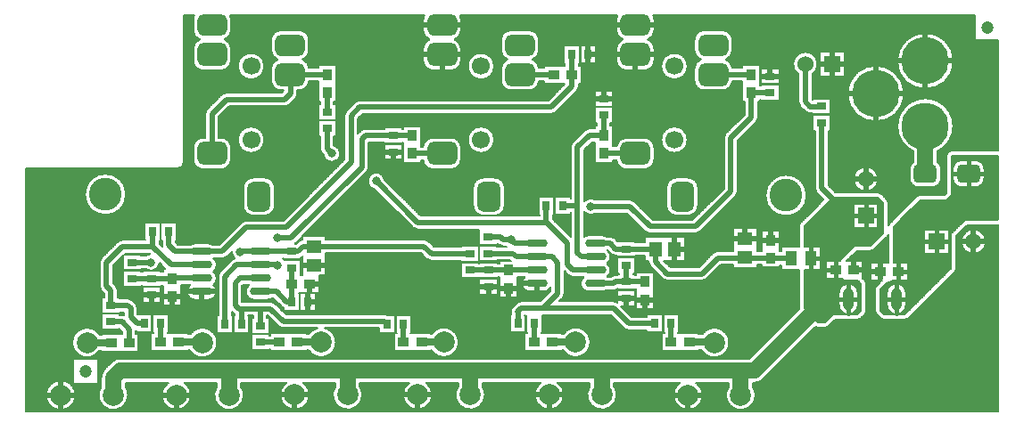
<source format=gtl>
G04 Layer_Physical_Order=1*
G04 Layer_Color=255*
%FSLAX24Y24*%
%MOIN*%
G70*
G01*
G75*
%ADD10C,0.0079*%
%ADD11C,0.0472*%
%ADD12R,0.0394X0.0354*%
%ADD13R,0.0354X0.0394*%
%ADD14R,0.0571X0.0453*%
%ADD15R,0.0453X0.0571*%
%ADD16O,0.0800X0.0295*%
G04:AMPARAMS|DCode=17|XSize=279.5mil|YSize=218.5mil|CornerRadius=10.9mil|HoleSize=0mil|Usage=FLASHONLY|Rotation=270.000|XOffset=0mil|YOffset=0mil|HoleType=Round|Shape=RoundedRectangle|*
%AMROUNDEDRECTD17*
21,1,0.2795,0.1967,0,0,270.0*
21,1,0.2577,0.2185,0,0,270.0*
1,1,0.0219,-0.0983,-0.1288*
1,1,0.0219,-0.0983,0.1288*
1,1,0.0219,0.0983,0.1288*
1,1,0.0219,0.0983,-0.1288*
%
%ADD17ROUNDEDRECTD17*%
%ADD18O,0.0394X0.0846*%
%ADD19R,0.0354X0.0276*%
%ADD20R,0.0276X0.0354*%
%ADD21R,0.0413X0.0551*%
G04:AMPARAMS|DCode=22|XSize=86.6mil|YSize=68.9mil|CornerRadius=17.2mil|HoleSize=0mil|Usage=FLASHONLY|Rotation=0.000|XOffset=0mil|YOffset=0mil|HoleType=Round|Shape=RoundedRectangle|*
%AMROUNDEDRECTD22*
21,1,0.0866,0.0344,0,0,0.0*
21,1,0.0522,0.0689,0,0,0.0*
1,1,0.0344,0.0261,-0.0172*
1,1,0.0344,-0.0261,-0.0172*
1,1,0.0344,-0.0261,0.0172*
1,1,0.0344,0.0261,0.0172*
%
%ADD22ROUNDEDRECTD22*%
G04:AMPARAMS|DCode=23|XSize=86.6mil|YSize=110.2mil|CornerRadius=21.7mil|HoleSize=0mil|Usage=FLASHONLY|Rotation=0.000|XOffset=0mil|YOffset=0mil|HoleType=Round|Shape=RoundedRectangle|*
%AMROUNDEDRECTD23*
21,1,0.0866,0.0669,0,0,0.0*
21,1,0.0433,0.1102,0,0,0.0*
1,1,0.0433,0.0217,-0.0335*
1,1,0.0433,-0.0217,-0.0335*
1,1,0.0433,-0.0217,0.0335*
1,1,0.0433,0.0217,0.0335*
%
%ADD23ROUNDEDRECTD23*%
G04:AMPARAMS|DCode=24|XSize=86.6mil|YSize=110.2mil|CornerRadius=21.7mil|HoleSize=0mil|Usage=FLASHONLY|Rotation=270.000|XOffset=0mil|YOffset=0mil|HoleType=Round|Shape=RoundedRectangle|*
%AMROUNDEDRECTD24*
21,1,0.0866,0.0669,0,0,270.0*
21,1,0.0433,0.1102,0,0,270.0*
1,1,0.0433,-0.0335,-0.0217*
1,1,0.0433,-0.0335,0.0217*
1,1,0.0433,0.0335,0.0217*
1,1,0.0433,0.0335,-0.0217*
%
%ADD24ROUNDEDRECTD24*%
G04:AMPARAMS|DCode=25|XSize=78.7mil|YSize=110.2mil|CornerRadius=19.7mil|HoleSize=0mil|Usage=FLASHONLY|Rotation=270.000|XOffset=0mil|YOffset=0mil|HoleType=Round|Shape=RoundedRectangle|*
%AMROUNDEDRECTD25*
21,1,0.0787,0.0709,0,0,270.0*
21,1,0.0394,0.1102,0,0,270.0*
1,1,0.0394,-0.0354,-0.0197*
1,1,0.0394,-0.0354,0.0197*
1,1,0.0394,0.0354,0.0197*
1,1,0.0394,0.0354,-0.0197*
%
%ADD25ROUNDEDRECTD25*%
%ADD26C,0.0197*%
%ADD27C,0.0157*%
%ADD28C,0.0276*%
%ADD29C,0.0591*%
%ADD30C,0.1772*%
%ADD31C,0.1220*%
%ADD32R,0.0600X0.0600*%
%ADD33C,0.0600*%
%ADD34R,0.0600X0.0600*%
%ADD35C,0.0787*%
%ADD36C,0.0669*%
%ADD37C,0.0315*%
%ADD38C,0.0236*%
D10*
X55020Y43563D02*
G03*
X55020Y43563I-1043J0D01*
G01*
Y41122D02*
G03*
X53524Y40182I-1043J0D01*
G01*
X53169Y42343D02*
G03*
X53169Y42343I-1043J0D01*
G01*
X49748Y43066D02*
G03*
X49950Y43445I-256J379D01*
G01*
D02*
G03*
X49236Y43066I-457J0D01*
G01*
X54429Y40182D02*
G03*
X55020Y41122I-453J940D01*
G01*
X54970Y40207D02*
G03*
X54774Y40010I0J-197D01*
G01*
X54970Y40207D02*
G03*
X54774Y40010I0J-197D01*
G01*
X54567Y39513D02*
G03*
X54429Y39781I-330J0D01*
G01*
X53524D02*
G03*
X53386Y39513I192J-268D01*
G01*
X54237Y38839D02*
G03*
X54567Y39168I0J330D01*
G01*
X53386D02*
G03*
X53716Y38839I330J0D01*
G01*
X53789Y38553D02*
G03*
X53650Y38495I0J-197D01*
G01*
X53789Y38553D02*
G03*
X53650Y38495I0J-197D01*
G01*
X52209Y39144D02*
G03*
X52209Y39144I-457J0D01*
G01*
X52598Y38248D02*
G03*
X52541Y38387I-197J0D01*
G01*
X52598Y38248D02*
G03*
X52541Y38387I-197J0D01*
G01*
X52354Y38574D02*
G03*
X52215Y38632I-139J-139D01*
G01*
X52354Y38574D02*
G03*
X52215Y38632I-139J-139D01*
G01*
X49236Y42033D02*
G03*
X49311Y41852I256J0D01*
G01*
X49236Y42033D02*
G03*
X49311Y41853I256J0D01*
G01*
X49494Y41670D02*
G03*
X49675Y41594I181J181D01*
G01*
X49494Y41669D02*
G03*
X49675Y41594I181J181D01*
G01*
X47651Y41266D02*
G03*
X47726Y41447I-181J181D01*
G01*
X47651Y41266D02*
G03*
X47726Y41447I-181J181D01*
G01*
X49852Y38799D02*
G03*
X49928Y38618I256J0D01*
G01*
X49852Y38799D02*
G03*
X49927Y38618I256J0D01*
G01*
X49540Y38530D02*
G03*
X49540Y38530I-768J0D01*
G01*
D02*
G03*
X49540Y38530I-768J0D01*
G01*
X46762Y44350D02*
G03*
X46407Y44705I-354J0D01*
G01*
X45699D02*
G03*
X45344Y44350I0J-354D01*
G01*
X46516Y43619D02*
G03*
X46762Y43957I-108J337D01*
G01*
X45344D02*
G03*
X45591Y43619I354J0D01*
G01*
X43848Y45098D02*
G03*
X43809Y45262I-354J0D01*
G01*
X43602Y44367D02*
G03*
X43848Y44705I-108J337D01*
G01*
X42471Y45262D02*
G03*
X42431Y45098I314J-163D01*
G01*
Y44705D02*
G03*
X42677Y44367I354J0D01*
G01*
X43848Y44016D02*
G03*
X43602Y44367I-374J0D01*
G01*
X42677D02*
G03*
X42431Y44016I128J-352D01*
G01*
X46760Y43307D02*
G03*
X46516Y43619I-372J-39D01*
G01*
X45591D02*
G03*
X45344Y43268I128J-352D01*
G01*
Y42835D02*
G03*
X45718Y42461I374J0D01*
G01*
X45089Y43366D02*
G03*
X45089Y43366I-492J0D01*
G01*
D02*
G03*
X45089Y43366I-492J0D01*
G01*
X46388Y42461D02*
G03*
X46760Y42795I0J374D01*
G01*
X43474Y43209D02*
G03*
X43848Y43583I0J374D01*
G01*
X42431D02*
G03*
X42805Y43209I374J0D01*
G01*
X39537Y44350D02*
G03*
X39183Y44705I-354J0D01*
G01*
X39291Y43619D02*
G03*
X39537Y43957I-108J337D01*
G01*
X38474Y44705D02*
G03*
X38120Y44350I0J-354D01*
G01*
Y43957D02*
G03*
X38366Y43619I354J0D01*
G01*
X40949Y42427D02*
G03*
X41024Y42608I-181J181D01*
G01*
X40948Y42427D02*
G03*
X41024Y42608I-181J181D01*
G01*
X39535Y43307D02*
G03*
X39291Y43619I-372J-39D01*
G01*
X38366D02*
G03*
X38120Y43268I128J-352D01*
G01*
X39163Y42461D02*
G03*
X39535Y42795I0J374D01*
G01*
X38120Y42835D02*
G03*
X38494Y42461I374J0D01*
G01*
X46522Y40860D02*
G03*
X46447Y40679I181J-181D01*
G01*
X46522Y40860D02*
G03*
X46447Y40679I181J-181D01*
G01*
X45089Y40610D02*
G03*
X45089Y40610I-492J0D01*
G01*
D02*
G03*
X45089Y40610I-492J0D01*
G01*
X42805Y40689D02*
G03*
X42434Y40364I0J-374D01*
G01*
X43848Y40315D02*
G03*
X43474Y40689I-374J0D01*
G01*
X44675Y39193D02*
G03*
X44301Y38819I0J-374D01*
G01*
X43474Y39508D02*
G03*
X43848Y39882I0J374D01*
G01*
X42432Y39852D02*
G03*
X42805Y39508I373J30D01*
G01*
X46884Y38500D02*
G03*
X46959Y38681I-181J181D01*
G01*
X46883Y38500D02*
G03*
X46959Y38681I-181J181D01*
G01*
X45482Y38819D02*
G03*
X45108Y39193I-374J0D01*
G01*
Y37776D02*
G03*
X45482Y38150I0J374D01*
G01*
X44301D02*
G03*
X44675Y37776I374J0D01*
G01*
X43114Y38291D02*
G03*
X42933Y38366I-181J-181D01*
G01*
X43114Y38291D02*
G03*
X42933Y38366I-181J-181D01*
G01*
X39990Y41575D02*
G03*
X40171Y41650I0J256D01*
G01*
X41417Y41033D02*
G03*
X41236Y40959I0J-256D01*
G01*
X41417Y41033D02*
G03*
X41236Y40958I0J-256D01*
G01*
X39990Y41575D02*
G03*
X40171Y41650I0J256D01*
G01*
X40794Y40516D02*
G03*
X40718Y40335I181J-181D01*
G01*
X40793Y40516D02*
G03*
X40718Y40335I181J-181D01*
G01*
X41660Y38366D02*
G03*
X41230Y38307I-184J-256D01*
G01*
Y37914D02*
G03*
X41660Y37854I246J197D01*
G01*
X56673Y37421D02*
G03*
X56703Y37424I0J197D01*
G01*
X56673Y37421D02*
G03*
X56703Y37424I0J197D01*
G01*
X56235Y36801D02*
G03*
X56235Y36801I-457J0D01*
G01*
X52646Y37492D02*
G03*
X52598Y37414I139J-139D01*
G01*
X52646Y37492D02*
G03*
X52598Y37414I139J-139D01*
G01*
X52541Y36977D02*
G03*
X52589Y37055I-139J139D01*
G01*
X52541Y36977D02*
G03*
X52589Y37055I-139J139D01*
G01*
X49310Y37501D02*
G03*
X49252Y37362I139J-139D01*
G01*
X49310Y37501D02*
G03*
X49252Y37362I139J-139D01*
G01*
X51939Y36457D02*
G03*
X52078Y36514I0J197D01*
G01*
X51939Y36457D02*
G03*
X52078Y36514I0J197D01*
G01*
X55080Y35668D02*
G03*
X55138Y35807I-139J139D01*
G01*
X55080Y35668D02*
G03*
X55138Y35807I-139J139D01*
G01*
X45384Y37106D02*
G03*
X45565Y37181I0J256D01*
G01*
X45384Y37106D02*
G03*
X45565Y37181I0J256D01*
G01*
X46220Y36447D02*
G03*
X46040Y36372I0J-256D01*
G01*
X46220Y36447D02*
G03*
X46039Y36372I0J-256D01*
G01*
X53209Y33878D02*
G03*
X53348Y33936I0J197D01*
G01*
X53209Y33878D02*
G03*
X53348Y33936I0J197D01*
G01*
X52292D02*
G03*
X52431Y33878I139J139D01*
G01*
X52292Y33936D02*
G03*
X52431Y33878I139J139D01*
G01*
X52154Y35159D02*
G03*
X52096Y35020I139J-139D01*
G01*
X52154Y35159D02*
G03*
X52096Y35020I139J-139D01*
G01*
X51772Y35217D02*
G03*
X51714Y35356I-197J0D01*
G01*
X51772Y35217D02*
G03*
X51714Y35356I-197J0D01*
G01*
X52096Y34213D02*
G03*
X52154Y34073I197J0D01*
G01*
X52096Y34213D02*
G03*
X52154Y34073I197J0D01*
G01*
X51714D02*
G03*
X51772Y34213I-139J139D01*
G01*
X51714Y34073D02*
G03*
X51772Y34213I-139J139D01*
G01*
X51437Y33878D02*
G03*
X51576Y33936I0J197D01*
G01*
X51437Y33878D02*
G03*
X51576Y33936I0J197D01*
G01*
X50226Y33583D02*
G03*
X50366Y33640I0J197D01*
G01*
X50226Y33583D02*
G03*
X50366Y33640I0J197D01*
G01*
X49870Y33610D02*
G03*
X49970Y33583I100J170D01*
G01*
X49870Y33610D02*
G03*
X49970Y33583I100J170D01*
G01*
X45620Y35335D02*
G03*
X45801Y35410I0J256D01*
G01*
X45620Y35335D02*
G03*
X45801Y35410I0J256D01*
G01*
X46644Y33022D02*
G03*
X45633Y33327I-551J0D01*
G01*
X45621Y32736D02*
G03*
X46644Y33022I472J285D01*
G01*
X47589Y31516D02*
G03*
X47909Y31648I0J453D01*
G01*
X47589Y31516D02*
G03*
X47909Y31649I0J453D01*
G01*
X47628Y31053D02*
G03*
X47530Y31367I-551J0D01*
G01*
X46624D02*
G03*
X47628Y31053I453J-314D01*
G01*
X44809Y31516D02*
G03*
X45659Y31053I300J-463D01*
G01*
D02*
G03*
X45408Y31516I-551J0D01*
G01*
X43500Y37181D02*
G03*
X43681Y37106I181J181D01*
G01*
X43500Y37181D02*
G03*
X43681Y37106I181J181D01*
G01*
X43632Y36043D02*
G03*
X43707Y35862I256J0D01*
G01*
X43632Y36043D02*
G03*
X43707Y35862I256J0D01*
G01*
X42386Y36913D02*
G03*
X42205Y36988I-181J-181D01*
G01*
X42386Y36913D02*
G03*
X42205Y36988I-181J-181D01*
G01*
X43390Y36781D02*
G03*
X43185Y36781I-102J-256D01*
G01*
X43185Y36270D02*
G03*
X43390Y36270I102J256D01*
G01*
X42230Y36345D02*
G03*
X42411Y36270I181J181D01*
G01*
X42230Y36345D02*
G03*
X42411Y36270I181J181D01*
G01*
X44160Y35410D02*
G03*
X44341Y35335I181J181D01*
G01*
X44159Y35410D02*
G03*
X44341Y35335I181J181D01*
G01*
X42470Y35019D02*
G03*
X42497Y35039I-142J213D01*
G01*
X42470Y35019D02*
G03*
X42497Y35039I-142J213D01*
G01*
X42329Y34976D02*
G03*
X42470Y35019I0J256D01*
G01*
X42392Y35551D02*
G03*
X42224Y35488I0J-256D01*
G01*
X42392Y35551D02*
G03*
X42224Y35488I0J-256D01*
G01*
X42329Y34976D02*
G03*
X42470Y35019I0J256D01*
G01*
X42067Y36988D02*
G03*
X41901Y37037I-166J-256D01*
G01*
X41396D02*
G03*
X41230Y36988I0J-305D01*
G01*
X42206Y36232D02*
G03*
X42084Y36476I-305J0D01*
G01*
Y35488D02*
G03*
X42206Y35732I-183J244D01*
G01*
D02*
G03*
X42076Y35982I-305J0D01*
G01*
D02*
G03*
X42206Y36232I-175J250D01*
G01*
X40632Y35551D02*
G03*
X40813Y35476I181J181D01*
G01*
X40632Y35552D02*
G03*
X40813Y35476I181J181D01*
G01*
X38018Y36699D02*
G03*
X38199Y36624I181J181D01*
G01*
X38018Y36699D02*
G03*
X38199Y36624I181J181D01*
G01*
X41901Y34927D02*
G03*
X42067Y34976I0J305D01*
G01*
X41213Y35476D02*
G03*
X41396Y34927I183J-244D01*
G01*
X39701D02*
G03*
X39970Y35089I0J305D01*
G01*
X40407Y34662D02*
G03*
X40482Y34843I-181J181D01*
G01*
X40407Y34661D02*
G03*
X40482Y34843I-181J181D01*
G01*
X39009Y35473D02*
G03*
X39196Y34927I188J-240D01*
G01*
X38878Y34567D02*
G03*
X38697Y34492I0J-256D01*
G01*
X42470Y34520D02*
G03*
X42323Y34567I-148J-209D01*
G01*
X42470Y34520D02*
G03*
X42323Y34567I-148J-209D01*
G01*
X42722Y33550D02*
G03*
X42904Y33474I181J181D01*
G01*
X42723Y33549D02*
G03*
X42904Y33474I181J181D01*
G01*
X42441Y31063D02*
G03*
X42343Y31377I-551J0D01*
G01*
X41457Y33031D02*
G03*
X40440Y33327I-551J0D01*
G01*
X40440Y32736D02*
G03*
X41457Y33031I465J295D01*
G01*
X38878Y34567D02*
G03*
X38697Y34492I0J-256D01*
G01*
X38559Y34354D02*
G03*
X38494Y34102I181J-181D01*
G01*
X38559Y34354D02*
G03*
X38494Y34102I181J-181D01*
G01*
X40472Y31063D02*
G03*
X40236Y31516I-551J0D01*
G01*
X39607D02*
G03*
X40472Y31063I314J-453D01*
G01*
X41437Y31377D02*
G03*
X42441Y31063I453J-314D01*
G01*
X37864Y43366D02*
G03*
X37864Y43366I-492J0D01*
G01*
D02*
G03*
X37864Y43366I-492J0D01*
G01*
X36624Y45098D02*
G03*
X36584Y45262I-354J0D01*
G01*
X36378Y44367D02*
G03*
X36624Y44705I-108J337D01*
G01*
X35247Y45262D02*
G03*
X35207Y45098I314J-163D01*
G01*
Y44705D02*
G03*
X35453Y44367I354J0D01*
G01*
X36624Y44016D02*
G03*
X36378Y44367I-374J0D01*
G01*
X35453D02*
G03*
X35207Y44016I128J-352D01*
G01*
X36250Y43209D02*
G03*
X36624Y43583I0J374D01*
G01*
X35207D02*
G03*
X35581Y43209I374J0D01*
G01*
X37864Y40610D02*
G03*
X37864Y40610I-492J0D01*
G01*
D02*
G03*
X37864Y40610I-492J0D01*
G01*
X36624Y40315D02*
G03*
X36250Y40689I-374J0D01*
G01*
X35581D02*
G03*
X35209Y40354I0J-374D01*
G01*
X32844Y42087D02*
G03*
X32664Y42012I0J-256D01*
G01*
X32844Y42087D02*
G03*
X32663Y42011I0J-256D01*
G01*
X33051Y41023D02*
G03*
X32870Y40948I0J-256D01*
G01*
X33051Y41023D02*
G03*
X32870Y40948I0J-256D01*
G01*
X32339Y41687D02*
G03*
X32264Y41506I181J-181D01*
G01*
X32339Y41687D02*
G03*
X32264Y41506I181J-181D01*
G01*
X38258Y38819D02*
G03*
X37884Y39193I-374J0D01*
G01*
X37451D02*
G03*
X37077Y38819I0J-374D01*
G01*
X37884Y37776D02*
G03*
X38258Y38150I0J374D01*
G01*
X37077D02*
G03*
X37451Y37776I374J0D01*
G01*
X36250Y39508D02*
G03*
X36624Y39882I0J374D01*
G01*
X35209Y39843D02*
G03*
X35581Y39508I372J39D01*
G01*
X34829Y37329D02*
G03*
X35010Y37254I181J181D01*
G01*
X34829Y37329D02*
G03*
X35010Y37254I181J181D01*
G01*
X35852Y36083D02*
G03*
X36057Y36083I102J256D01*
G01*
Y36594D02*
G03*
X35852Y36594I-102J-256D01*
G01*
X35340Y36158D02*
G03*
X35522Y36083I181J181D01*
G01*
X35341Y36158D02*
G03*
X35522Y36083I181J181D01*
G01*
X35417Y36805D02*
G03*
X35236Y36880I-181J-181D01*
G01*
X35417Y36805D02*
G03*
X35236Y36880I-181J-181D01*
G01*
X32106Y40098D02*
G03*
X31870Y40403I-315J0D01*
G01*
X31481Y40047D02*
G03*
X32106Y40098I311J51D01*
G01*
X33104Y39405D02*
G03*
X33179Y39587I-181J181D01*
G01*
X33104Y39406D02*
G03*
X33179Y39587I-181J181D01*
G01*
X33766Y39116D02*
G03*
X33404Y38754I-311J-51D01*
G01*
X30699Y43619D02*
G03*
X30945Y43957I-108J337D01*
G01*
Y44350D02*
G03*
X30591Y44705I-354J0D01*
G01*
X30943Y43307D02*
G03*
X30699Y43619I-372J-39D01*
G01*
X30571Y42461D02*
G03*
X30943Y42795I0J374D01*
G01*
X29882Y44705D02*
G03*
X29528Y44350I0J-354D01*
G01*
Y43957D02*
G03*
X29774Y43619I354J0D01*
G01*
D02*
G03*
X29528Y43268I128J-352D01*
G01*
Y42835D02*
G03*
X29902Y42461I374J0D01*
G01*
X30437Y42151D02*
G03*
X30512Y42333I-181J181D01*
G01*
X30437Y42152D02*
G03*
X30512Y42333I-181J181D01*
G01*
X30039Y41860D02*
G03*
X30220Y41935I0J256D01*
G01*
X30039Y41860D02*
G03*
X30221Y41935I0J256D01*
G01*
X29272Y43366D02*
G03*
X29272Y43366I-492J0D01*
G01*
D02*
G03*
X29272Y43366I-492J0D01*
G01*
X28031Y45098D02*
G03*
X27992Y45262I-354J0D01*
G01*
X27785Y44367D02*
G03*
X28031Y44705I-108J337D01*
G01*
Y44016D02*
G03*
X27785Y44367I-374J0D01*
G01*
X27657Y43209D02*
G03*
X28031Y43583I0J374D01*
G01*
X26614Y44705D02*
G03*
X26860Y44367I354J0D01*
G01*
X26654Y45262D02*
G03*
X26614Y45098I314J-163D01*
G01*
X26860Y44367D02*
G03*
X26614Y44016I128J-352D01*
G01*
Y43583D02*
G03*
X26988Y43209I374J0D01*
G01*
X27854Y42372D02*
G03*
X27673Y42297I0J-256D01*
G01*
X27854Y42372D02*
G03*
X27673Y42297I0J-256D01*
G01*
X29272Y40610D02*
G03*
X29272Y40610I-492J0D01*
G01*
D02*
G03*
X29272Y40610I-492J0D01*
G01*
X28031Y40315D02*
G03*
X27657Y40689I-374J0D01*
G01*
X27142Y41766D02*
G03*
X27067Y41585I181J-181D01*
G01*
X27142Y41766D02*
G03*
X27067Y41585I181J-181D01*
G01*
X26988Y40689D02*
G03*
X26614Y40315I0J-374D01*
G01*
X31358Y40276D02*
G03*
X31433Y40094I256J0D01*
G01*
X31358Y40276D02*
G03*
X31433Y40095I256J0D01*
G01*
X29665Y38819D02*
G03*
X29291Y39193I-374J0D01*
G01*
Y37776D02*
G03*
X29665Y38150I0J374D01*
G01*
X27657Y39508D02*
G03*
X28031Y39882I0J374D01*
G01*
X26056Y39553D02*
G03*
X26252Y39750I0J197D01*
G01*
X28484Y38150D02*
G03*
X28858Y37776I374J0D01*
G01*
Y39193D02*
G03*
X28484Y38819I0J-374D01*
G01*
X28612Y37589D02*
G03*
X28431Y37514I0J-256D01*
G01*
X28612Y37589D02*
G03*
X28431Y37513I0J-256D01*
G01*
X26614Y39882D02*
G03*
X26988Y39508I374J0D01*
G01*
X26056Y39553D02*
G03*
X26252Y39750I0J197D01*
G01*
X30689Y36218D02*
G03*
X30716Y36240I-148J209D01*
G01*
X30689Y36218D02*
G03*
X30716Y36240I-148J209D01*
G01*
X30620Y36184D02*
G03*
X30689Y36218I-79J243D01*
G01*
X30620Y36184D02*
G03*
X30689Y36218I-79J243D01*
G01*
Y36875D02*
G03*
X30557Y36805I49J-251D01*
G01*
X30689Y36875D02*
G03*
X30557Y36805I49J-251D01*
G01*
X30417Y36722D02*
G03*
X30447Y36748I-151J207D01*
G01*
X30417Y36722D02*
G03*
X30447Y36748I-151J207D01*
G01*
X30001Y36132D02*
G03*
X29960Y36171I-238J-207D01*
G01*
X28061Y36420D02*
G03*
X28175Y36175I315J-2D01*
G01*
X27707Y36171D02*
G03*
X27888Y36246I0J256D01*
G01*
X28175Y36175D02*
G03*
X28059Y36108I65J-248D01*
G01*
X28175Y36175D02*
G03*
X28059Y36108I65J-248D01*
G01*
X27707Y36171D02*
G03*
X27888Y36246I0J256D01*
G01*
X27357Y36683D02*
G03*
X27191Y36732I-166J-256D01*
G01*
X26687D02*
G03*
X26520Y36683I0J-305D01*
G01*
X24107Y38569D02*
G03*
X24107Y38569I-768J0D01*
G01*
D02*
G03*
X24107Y38569I-768J0D01*
G01*
X25453Y36664D02*
G03*
X25457Y36618I256J0D01*
G01*
X25453Y36664D02*
G03*
X25457Y36618I256J0D01*
G01*
X25013Y36337D02*
G03*
X24856Y36280I26J-314D01*
G01*
X23976Y36870D02*
G03*
X23795Y36795I0J-256D01*
G01*
X23976Y36870D02*
G03*
X23795Y36795I0J-256D01*
G01*
X23195Y36195D02*
G03*
X23120Y36014I181J-181D01*
G01*
X23195Y36195D02*
G03*
X23120Y36014I181J-181D01*
G01*
X33868Y34055D02*
G03*
X33770Y34075I-98J-236D01*
G01*
X33868Y34055D02*
G03*
X33770Y34075I-98J-236D01*
G01*
X36535Y33031D02*
G03*
X35519Y33327I-551J0D01*
G01*
X31949Y33031D02*
G03*
X31544Y33563I-551J0D01*
G01*
X29391Y34622D02*
G03*
X29557Y34671I0J305D01*
G01*
X28704Y35171D02*
G03*
X28887Y34622I183J-244D01*
G01*
X29917Y34367D02*
G03*
X30000Y34311I181J181D01*
G01*
X29917Y34366D02*
G03*
X30000Y34311I181J181D01*
G01*
X29689Y34472D02*
G03*
X29508Y34547I-181J-181D01*
G01*
X29689Y34472D02*
G03*
X29508Y34547I-181J-181D01*
G01*
X31252Y33563D02*
G03*
X30932Y33327I146J-531D01*
G01*
X29799Y33638D02*
G03*
X29980Y33563I181J181D01*
G01*
X29799Y33638D02*
G03*
X29980Y33563I181J181D01*
G01*
X35519Y32736D02*
G03*
X36535Y33031I465J295D01*
G01*
X37520Y31063D02*
G03*
X37421Y31377I-551J0D01*
G01*
X35551Y31063D02*
G03*
X35314Y31516I-551J0D01*
G01*
X32933Y31063D02*
G03*
X32835Y31377I-551J0D01*
G01*
X36516Y31377D02*
G03*
X37520Y31063I453J-314D01*
G01*
X34686Y31516D02*
G03*
X35551Y31063I314J-453D01*
G01*
X30932Y32736D02*
G03*
X31949Y33031I465J295D01*
G01*
X31929Y31377D02*
G03*
X32933Y31063I453J-314D01*
G01*
X30965D02*
G03*
X30728Y31516I-551J0D01*
G01*
X30099D02*
G03*
X30965Y31063I314J-453D01*
G01*
X27624Y35673D02*
G03*
X27549Y35492I181J-181D01*
G01*
X27624Y35673D02*
G03*
X27549Y35492I181J-181D01*
G01*
X27496Y35927D02*
G03*
X27374Y36171I-305J0D01*
G01*
X27366Y35677D02*
G03*
X27496Y35927I-175J250D01*
G01*
Y35427D02*
G03*
X27366Y35677I-305J0D01*
G01*
Y35177D02*
G03*
X27496Y35427I-175J250D01*
G01*
Y34927D02*
G03*
X27366Y35177I-305J0D01*
G01*
X25040Y35709D02*
G03*
X25353Y35997I-1J315D01*
G01*
X24856Y35768D02*
G03*
X25039Y35709I184J256D01*
G01*
X27191Y34622D02*
G03*
X27496Y34927I0J305D01*
G01*
X26504Y35171D02*
G03*
X26687Y34622I183J-244D01*
G01*
X28136Y34111D02*
G03*
X28159Y34090I181J181D01*
G01*
X28136Y34110D02*
G03*
X28159Y34090I181J181D01*
G01*
X27510Y33022D02*
G03*
X26500Y33327I-551J0D01*
G01*
X24537Y34301D02*
G03*
X24462Y34482I-256J0D01*
G01*
X24537Y34301D02*
G03*
X24462Y34482I-256J0D01*
G01*
X24354Y34590D02*
G03*
X24173Y34665I-181J-181D01*
G01*
X24355Y34590D02*
G03*
X24173Y34665I-181J-181D01*
G01*
X23799Y34961D02*
G03*
X23724Y35142I-256J0D01*
G01*
X23799Y34961D02*
G03*
X23724Y35142I-256J0D01*
G01*
X23120Y35128D02*
G03*
X23195Y34947I256J0D01*
G01*
X23120Y35128D02*
G03*
X23195Y34947I256J0D01*
G01*
X24026Y34043D02*
G03*
X23947Y34055I-79J-243D01*
G01*
X24026Y34043D02*
G03*
X23947Y34055I-79J-243D01*
G01*
X23125Y33297D02*
G03*
X23100Y32707I-477J-276D01*
G01*
X26487Y32736D02*
G03*
X27510Y33022I472J285D01*
G01*
X28504Y31053D02*
G03*
X28406Y31367I-551J0D01*
G01*
X27500D02*
G03*
X28504Y31053I453J-314D01*
G01*
X26535D02*
G03*
X26284Y31516I-551J0D01*
G01*
X25685D02*
G03*
X26535Y31053I300J-463D01*
G01*
X23888Y32421D02*
G03*
X23567Y32288I0J-453D01*
G01*
X23888Y32421D02*
G03*
X23568Y32289I0J-453D01*
G01*
X23312Y32033D02*
G03*
X23179Y31713I320J-320D01*
G01*
X23312Y32033D02*
G03*
X23179Y31713I320J-320D01*
G01*
X24183Y31053D02*
G03*
X24085Y31367I-551J0D01*
G01*
X23179D02*
G03*
X24183Y31053I453J-314D01*
G01*
X22215D02*
G03*
X22215Y31053I-551J0D01*
G01*
X51455Y34882D02*
G03*
X50746Y34882I-354J0D01*
G01*
X51100Y34075D02*
G03*
X51455Y34429I0J354D01*
G01*
X50746D02*
G03*
X51100Y34075I354J0D01*
G01*
X56181Y39513D02*
G03*
X55851Y39843I-330J0D01*
G01*
Y38839D02*
G03*
X56181Y39168I0J330D01*
G01*
X55330Y39843D02*
G03*
X55000Y39513I0J-330D01*
G01*
Y39168D02*
G03*
X55330Y38839I330J0D01*
G01*
X53250Y34882D02*
G03*
X52541Y34882I-354J0D01*
G01*
X52896Y34075D02*
G03*
X53250Y34429I0J354D01*
G01*
X52541D02*
G03*
X52896Y34075I354J0D01*
G01*
X54508Y44461D02*
Y45262D01*
X54449Y44493D02*
Y45262D01*
X54626Y44379D02*
Y45262D01*
X54567Y44423D02*
Y45262D01*
X54331Y44544D02*
Y45262D01*
X54272Y44564D02*
Y45262D01*
X54390Y44521D02*
Y45262D01*
X54921Y44006D02*
Y45262D01*
X54862Y44114D02*
Y45262D01*
X55817Y44350D02*
Y45262D01*
X54980Y43847D02*
Y45262D01*
X54744Y44270D02*
Y45262D01*
X54685Y44329D02*
Y45262D01*
X54803Y44199D02*
Y45262D01*
X54035Y44605D02*
Y45262D01*
X53976Y44606D02*
Y45262D01*
X54153Y44591D02*
Y45262D01*
X54094Y44600D02*
Y45262D01*
X53858Y44600D02*
Y45262D01*
X53799Y44591D02*
Y45262D01*
X53917Y44605D02*
Y45262D01*
X54212Y44579D02*
Y45262D01*
X53740Y44579D02*
Y45262D01*
X54179Y44587D02*
X55817D01*
X53622Y44544D02*
Y45262D01*
X53563Y44521D02*
Y45262D01*
X53681Y44564D02*
Y45262D01*
X55001Y43760D02*
X56703D01*
X54988Y43819D02*
X56703D01*
X55017Y43642D02*
X56703D01*
X55011Y43701D02*
X56703D01*
X55817Y44350D02*
X56703D01*
X54950Y43937D02*
X56703D01*
X54971Y43878D02*
X56703D01*
X55008Y43405D02*
X56703D01*
X54997Y43346D02*
X56703D01*
X54983Y43287D02*
X56703D01*
X54965Y43228D02*
X56703D01*
X55019Y43583D02*
X56703D01*
X55019Y43524D02*
X56703D01*
X55015Y43464D02*
X56703D01*
X54723Y44291D02*
X56703D01*
X54661Y44350D02*
X56703D01*
X54823Y44173D02*
X56703D01*
X54777Y44232D02*
X56703D01*
X54495Y44468D02*
X55817D01*
X54374Y44527D02*
X55817D01*
X54586Y44409D02*
X55817D01*
X54896Y44055D02*
X56703D01*
X54862Y44114D02*
X56703D01*
X54926Y43996D02*
X56703D01*
X54916Y43110D02*
X56703D01*
X54943Y43169D02*
X56703D01*
X53386Y44423D02*
Y45262D01*
X53327Y44379D02*
Y45262D01*
X53504Y44493D02*
Y45262D01*
X53445Y44461D02*
Y45262D01*
X53209Y44269D02*
Y45262D01*
X53149Y44199D02*
Y45262D01*
X53268Y44329D02*
Y45262D01*
X52972Y43847D02*
Y45262D01*
X52854Y43090D02*
Y45262D01*
X53090Y44114D02*
Y45262D01*
X53031Y44005D02*
Y45262D01*
X52736Y43189D02*
Y45262D01*
X52677Y43228D02*
Y45262D01*
X52795Y43143D02*
Y45262D01*
X52382Y43354D02*
Y45262D01*
X52323Y43367D02*
Y45262D01*
X52500Y43317D02*
Y45262D01*
X52441Y43337D02*
Y45262D01*
X51791Y43331D02*
Y45262D01*
X51732Y43309D02*
Y45262D01*
X52264Y43377D02*
Y45262D01*
X51673Y43282D02*
Y45262D01*
X51614Y43252D02*
Y45262D01*
X52618Y43263D02*
Y45262D01*
X52559Y43292D02*
Y45262D01*
X51496Y43174D02*
Y45262D01*
X51437Y43126D02*
Y45262D01*
X51555Y43216D02*
Y45262D01*
X52087Y43385D02*
Y45262D01*
X52027Y43381D02*
Y45262D01*
X52205Y43383D02*
Y45262D01*
X52146Y43386D02*
Y45262D01*
X51909Y43363D02*
Y45262D01*
X51850Y43349D02*
Y45262D01*
X51968Y43374D02*
Y45262D01*
X52762Y43169D02*
X53010D01*
X52677Y43228D02*
X52988D01*
X52892Y43051D02*
X53067D01*
X52833Y43110D02*
X53036D01*
X52410Y43346D02*
X52956D01*
X51378Y43070D02*
Y45262D01*
X52569Y43287D02*
X52970D01*
X50950Y43819D02*
X52965D01*
X50950Y43878D02*
X52982D01*
X50950Y43701D02*
X52942D01*
X50950Y43760D02*
X52952D01*
X50950Y43583D02*
X52933D01*
X50950Y43642D02*
X52936D01*
X50950Y43524D02*
X52934D01*
X50950Y43405D02*
X52945D01*
X50950Y43464D02*
X52938D01*
X50950Y43287D02*
X51683D01*
X50950Y43346D02*
X51842D01*
X50950Y43110D02*
X51419D01*
X50950Y43169D02*
X51490D01*
X50950Y43051D02*
X51360D01*
X56220Y40207D02*
Y44350D01*
X56161Y40207D02*
Y44350D01*
X56338Y40207D02*
Y44350D01*
X56279Y40207D02*
Y44350D01*
X55925Y40207D02*
Y44350D01*
X55807Y40207D02*
Y45262D01*
X56102Y40207D02*
Y44350D01*
X56634Y40207D02*
Y44350D01*
X56575Y40207D02*
Y44350D01*
X56703Y40207D02*
Y44350D01*
X56693Y40207D02*
Y44350D01*
X56457Y40207D02*
Y44350D01*
X56398Y40207D02*
Y44350D01*
X56516Y40207D02*
Y44350D01*
X55216Y40207D02*
Y45262D01*
X55157Y40207D02*
Y45262D01*
X55335Y40207D02*
Y45262D01*
X55275Y40207D02*
Y45262D01*
X55098Y40207D02*
Y45262D01*
X55039Y40207D02*
Y45262D01*
X55630Y40207D02*
Y45262D01*
X55571Y40207D02*
Y45262D01*
X55748Y40207D02*
Y45262D01*
X55689Y40207D02*
Y45262D01*
X55453Y40207D02*
Y45262D01*
X55394Y40207D02*
Y45262D01*
X55512Y40207D02*
Y45262D01*
X54885Y43051D02*
X56703D01*
X54850Y42992D02*
X56703D01*
X54808Y42933D02*
X56703D01*
X54760Y42874D02*
X56703D01*
X54744Y41829D02*
Y42856D01*
X54704Y42815D02*
X56703D01*
X54685Y41888D02*
Y42797D01*
X56043Y40207D02*
Y44350D01*
X55984Y40207D02*
Y44350D01*
X55866Y40207D02*
Y44350D01*
X54980Y41406D02*
Y43279D01*
X54921Y41565D02*
Y43120D01*
X54862Y41673D02*
Y43012D01*
X54803Y41759D02*
Y42927D01*
X54322Y42579D02*
X56703D01*
X53154Y42520D02*
X56703D01*
X53168Y42401D02*
X56703D01*
X53163Y42461D02*
X56703D01*
X54637Y42756D02*
X56703D01*
X54558Y42697D02*
X56703D01*
X54458Y42638D02*
X56703D01*
X53169Y42342D02*
X56703D01*
X53168Y42283D02*
X56703D01*
X53990Y42165D02*
X56703D01*
X53163Y42224D02*
X56703D01*
X54626Y41939D02*
Y42747D01*
X54323Y42106D02*
X56703D01*
X53056Y42815D02*
X53249D01*
X53024Y42874D02*
X53193D01*
X53107Y42697D02*
X53395D01*
X53084Y42756D02*
X53315D01*
X53090Y42740D02*
Y43012D01*
X53031Y42861D02*
Y43121D01*
X52986Y42933D02*
X53145D01*
X53327Y41938D02*
Y42747D01*
X54567Y41982D02*
Y42703D01*
X53386Y41982D02*
Y42703D01*
X53209Y41828D02*
Y42857D01*
X53149Y42545D02*
Y42927D01*
X53268Y41888D02*
Y42797D01*
X52913Y43027D02*
Y45262D01*
X51319Y43004D02*
Y45262D01*
X52972Y42953D02*
Y43279D01*
X52942Y42992D02*
X53103D01*
X51260Y42924D02*
Y45262D01*
X50950Y42987D02*
Y43902D01*
Y42992D02*
X51310D01*
X51201Y42825D02*
Y45262D01*
X51142Y42688D02*
Y45262D01*
X51024Y38632D02*
Y45262D01*
X50964Y38632D02*
Y45262D01*
X51083Y38632D02*
Y45262D01*
X54153Y42150D02*
Y42535D01*
X54094Y42159D02*
Y42526D01*
X54035Y42164D02*
Y42521D01*
X53976Y42165D02*
Y42520D01*
X53858Y42159D02*
Y42526D01*
X53799Y42150D02*
Y42535D01*
X53917Y42164D02*
Y42521D01*
X54508Y42020D02*
Y42665D01*
X54449Y42052D02*
Y42633D01*
X54390Y42080D02*
Y42605D01*
X54331Y42103D02*
Y42582D01*
X54272Y42123D02*
Y42562D01*
X53740Y42138D02*
Y42547D01*
X54212Y42138D02*
Y42547D01*
X53681Y42123D02*
Y42562D01*
X53142Y42579D02*
X53631D01*
X53154Y42165D02*
X53963D01*
X53142Y42106D02*
X53630D01*
X53127Y42638D02*
X53494D01*
X53563Y42080D02*
Y42605D01*
X53504Y42052D02*
Y42633D01*
X53622Y42103D02*
Y42582D01*
X53445Y42020D02*
Y42665D01*
X53149Y41758D02*
Y42140D01*
X50374Y43902D02*
Y45262D01*
X50315Y43902D02*
Y45262D01*
X50492Y43902D02*
Y45262D01*
X50433Y43902D02*
Y45262D01*
X50197Y43902D02*
Y45262D01*
X50138Y43902D02*
Y45262D01*
X50256Y43902D02*
Y45262D01*
X50787Y43902D02*
Y45262D01*
X50728Y43902D02*
Y45262D01*
X50905Y43902D02*
Y45262D01*
X50846Y43902D02*
Y45262D01*
X50610Y43902D02*
Y45262D01*
X50551Y43902D02*
Y45262D01*
X50669Y43902D02*
Y45262D01*
X43848Y45059D02*
X55817D01*
X43848Y45118D02*
X55817D01*
X43848Y44941D02*
X55817D01*
X43848Y45000D02*
X55817D01*
X43821Y45236D02*
X55817D01*
X43809Y45262D02*
X55817D01*
X43840Y45177D02*
X55817D01*
X43848Y44823D02*
X55817D01*
X43848Y44882D02*
X55817D01*
X46415Y44705D02*
X55817D01*
X43848Y44764D02*
X55817D01*
X50079Y43902D02*
Y45262D01*
X46603Y44646D02*
X55817D01*
X46672Y44587D02*
X53774D01*
X50035Y43902D02*
X50950D01*
X49871Y43701D02*
X50035D01*
X49928Y43583D02*
X50035D01*
X49905Y43642D02*
X50035D01*
X49949Y43464D02*
X50035D01*
X49943Y43524D02*
X50035D01*
X49948Y43405D02*
X50035D01*
X50950Y43228D02*
X51575D01*
X49939Y43346D02*
X50035D01*
X49895Y43228D02*
X50035D01*
X49857Y43169D02*
X50035D01*
X46742Y44468D02*
X53458D01*
X46714Y44527D02*
X53579D01*
X46762Y44350D02*
X53292D01*
X46757Y44409D02*
X53366D01*
X46762Y44232D02*
X53176D01*
X46762Y44291D02*
X53229D01*
X46762Y44173D02*
X53130D01*
X46762Y44055D02*
X53056D01*
X46762Y44114D02*
X53091D01*
X46762Y43996D02*
X53027D01*
X46761Y43937D02*
X53002D01*
X49756Y43819D02*
X50035D01*
X49640Y43878D02*
X50035D01*
X49824Y43760D02*
X50035D01*
X49547Y43899D02*
Y45262D01*
X49488Y43902D02*
Y45262D01*
X49665Y43868D02*
Y45262D01*
X49606Y43888D02*
Y45262D01*
X49370Y43886D02*
Y45262D01*
X49311Y43865D02*
Y45262D01*
X49429Y43898D02*
Y45262D01*
X49134Y43729D02*
Y45262D01*
X49075Y43632D02*
Y45262D01*
X49252Y43834D02*
Y45262D01*
X49193Y43791D02*
Y45262D01*
X48425Y43287D02*
Y45262D01*
X48366Y43287D02*
Y45262D01*
X48484Y43287D02*
Y45262D01*
X47480Y43406D02*
Y45262D01*
X47421Y43406D02*
Y45262D01*
X47598Y43406D02*
Y45262D01*
X47539Y43406D02*
Y45262D01*
X47303Y43406D02*
Y45262D01*
X47244Y43406D02*
Y45262D01*
X47362Y43406D02*
Y45262D01*
X48189Y43287D02*
Y45262D01*
X48130Y43287D02*
Y45262D01*
X48307Y43287D02*
Y45262D01*
X48248Y43287D02*
Y45262D01*
X47716Y43406D02*
Y45262D01*
X47657Y43406D02*
Y45262D01*
X48071Y43287D02*
Y45262D01*
X49783Y43798D02*
Y45262D01*
X49724Y43839D02*
Y45262D01*
X49901Y43649D02*
Y45262D01*
X49842Y43739D02*
Y45262D01*
X48012Y43287D02*
Y45262D01*
X47894Y43287D02*
Y45262D01*
X47844Y43287D02*
X48514D01*
X49922Y43287D02*
X50035D01*
X48514D02*
X49063D01*
X48514Y43169D02*
X49127D01*
X48514Y43228D02*
X49089D01*
X47953Y43287D02*
Y45262D01*
X47805Y43228D02*
X47844D01*
X47805Y43169D02*
X47844D01*
X46753Y43878D02*
X49344D01*
X46734Y43819D02*
X49229D01*
X46702Y43760D02*
X49160D01*
X46652Y43701D02*
X49113D01*
X46590Y43583D02*
X49056D01*
X46570Y43642D02*
X49079D01*
X46661Y43524D02*
X49041D01*
X47805Y43405D02*
X49036D01*
X46706Y43464D02*
X49035D01*
X47805Y43110D02*
X47844D01*
X47805Y43346D02*
X49045D01*
X47776Y43406D02*
Y45262D01*
X47136Y43406D02*
X47805D01*
Y43287D02*
X47844D01*
X50492Y38777D02*
Y42987D01*
X50433Y42155D02*
Y42987D01*
X50374Y42155D02*
Y42987D01*
X50079Y42155D02*
Y42987D01*
X50035D02*
Y43902D01*
X50315Y42155D02*
Y42987D01*
X50787Y38632D02*
Y42987D01*
X50728Y38632D02*
Y42987D01*
X50905Y38632D02*
Y42987D01*
X50846Y38632D02*
Y42987D01*
X50610Y38659D02*
Y42987D01*
X50551Y38718D02*
Y42987D01*
X50669Y38632D02*
Y42987D01*
X49804Y43110D02*
X50035D01*
X49748Y42992D02*
X50035D01*
X49748Y43051D02*
X50035D01*
X48514D02*
X49236D01*
X48514Y42992D02*
X49236D01*
X50020Y42155D02*
Y45262D01*
X49961Y42155D02*
Y45262D01*
X50035Y42987D02*
X50950D01*
X49901Y42155D02*
Y43241D01*
X49842Y42155D02*
Y43151D01*
X49783Y42155D02*
Y43092D01*
X49748Y42139D02*
Y43066D01*
Y42874D02*
X51228D01*
X49748Y42933D02*
X51266D01*
X49748Y42756D02*
X51168D01*
X49748Y42815D02*
X51196D01*
X49748Y42638D02*
X51125D01*
X49748Y42697D02*
X51145D01*
X49748Y42579D02*
X51110D01*
X50443Y41565D02*
Y42155D01*
X50256D02*
Y42987D01*
X50443Y42106D02*
X51110D01*
X49774Y42155D02*
X50443D01*
X50197D02*
Y42987D01*
X50138Y42155D02*
Y42987D01*
X49774Y42114D02*
Y42155D01*
X48514Y42874D02*
X49236D01*
X48514Y42933D02*
X49236D01*
X49748Y42461D02*
X51089D01*
X49748Y42520D02*
X51098D01*
X48514Y42638D02*
X49236D01*
X47805Y42697D02*
X49236D01*
X48514Y42461D02*
X49236D01*
X49748Y42283D02*
X51084D01*
X49748Y42401D02*
X51084D01*
X49748Y42165D02*
X51098D01*
X49748Y42224D02*
X51089D01*
X49748Y42342D02*
X51083D01*
X48514Y42401D02*
X49236D01*
X49748Y42139D02*
X49774Y42114D01*
X48838Y39294D02*
Y45262D01*
X48779Y39297D02*
Y45262D01*
X49236Y42033D02*
Y43066D01*
X48898Y39287D02*
Y45262D01*
X48720Y39295D02*
Y45262D01*
X48661Y39289D02*
Y45262D01*
X48514Y42697D02*
Y43287D01*
X49075Y39235D02*
Y43258D01*
X49016Y39258D02*
Y45262D01*
X49193Y39172D02*
Y43099D01*
X49134Y39207D02*
Y43161D01*
X48602Y39278D02*
Y45262D01*
X48543Y39262D02*
Y45262D01*
X48957Y39275D02*
Y45262D01*
X48514Y43110D02*
X49180D01*
X47805Y42992D02*
X47844D01*
X47805Y43051D02*
X47844D01*
X47805Y42933D02*
X47844D01*
X48514Y42815D02*
X49236D01*
X47805Y42874D02*
X47844D01*
X47805Y42756D02*
X47844D01*
X47805Y42815D02*
X47844D01*
X47835Y42638D02*
Y45262D01*
X47805Y42736D02*
Y43406D01*
X47844Y42697D02*
Y43287D01*
X48514Y42283D02*
X49236D01*
X48514Y42342D02*
X49236D01*
X48514Y42165D02*
X49236D01*
X48514Y42224D02*
X49236D01*
X48514Y42579D02*
X49236D01*
X48514Y42756D02*
X49236D01*
X48514Y42520D02*
X49236D01*
X48514Y42106D02*
X49236D01*
X48514Y42087D02*
Y42677D01*
X48484Y39241D02*
Y42087D01*
X48366Y39181D02*
Y42087D01*
X48248Y39090D02*
Y42087D01*
X48189Y39029D02*
Y42087D01*
X48307Y39140D02*
Y42087D01*
X47844Y42677D02*
X48514D01*
X47844Y42697D02*
X48514D01*
X47844Y42638D02*
Y42677D01*
X47805Y42638D02*
X47844D01*
X47805Y42697D02*
Y42736D01*
Y42697D02*
Y42736D01*
Y42638D02*
Y42697D01*
X48071Y38842D02*
Y42087D01*
X47805Y42106D02*
X47844D01*
Y42087D02*
X48514D01*
X47844D02*
Y42126D01*
X47805Y42028D02*
Y42126D01*
X47844D01*
X55015Y41220D02*
X56703D01*
X55008Y41279D02*
X56703D01*
X55019Y41102D02*
X56703D01*
X55019Y41161D02*
X56703D01*
X54983Y41398D02*
X56703D01*
X54965Y41457D02*
X56703D01*
X54997Y41339D02*
X56703D01*
X55017Y41043D02*
X56703D01*
X55011Y40984D02*
X56703D01*
X55001Y40925D02*
X56703D01*
X54988Y40866D02*
X56703D01*
X54980Y40207D02*
Y40838D01*
X54971Y40807D02*
X56703D01*
X54950Y40748D02*
X56703D01*
X54760Y41811D02*
X56703D01*
X54704Y41870D02*
X56703D01*
X54850Y41693D02*
X56703D01*
X54808Y41752D02*
X56703D01*
X54558Y41988D02*
X56703D01*
X54459Y42047D02*
X56703D01*
X54638Y41929D02*
X56703D01*
X54916Y41575D02*
X56703D01*
X54886Y41634D02*
X56703D01*
X54943Y41516D02*
X56703D01*
X54926Y40689D02*
X56703D01*
X54921Y40200D02*
Y40679D01*
X54896Y40630D02*
X56703D01*
X54723Y40394D02*
X56703D01*
X54661Y40335D02*
X56703D01*
X54970Y40207D02*
X56703D01*
X54586Y40276D02*
X56703D01*
X54862Y40571D02*
X56703D01*
X54823Y40512D02*
X56703D01*
X54777Y40453D02*
X56703D01*
X54862Y40174D02*
Y40571D01*
X54803Y40113D02*
Y40486D01*
X54567Y39272D02*
X54774D01*
X54567Y39449D02*
X54774D01*
X54567Y39213D02*
X54774D01*
X54494Y40216D02*
X56703D01*
X54429Y40157D02*
X54840D01*
X54429Y40039D02*
X54776D01*
X54429Y40098D02*
X54795D01*
X54429Y39803D02*
X54774D01*
X54429Y39862D02*
X54774D01*
X54518Y39685D02*
X54774D01*
X54567Y39331D02*
X54774D01*
X54567Y39390D02*
X54774D01*
X54567Y39153D02*
X54774D01*
X54559Y39094D02*
X54774D01*
X54562Y39567D02*
X54774D01*
X54547Y39626D02*
X54774D01*
X54567Y39508D02*
X54774D01*
X53127Y42047D02*
X53494D01*
X53107Y41988D02*
X53395D01*
X53084Y41929D02*
X53315D01*
X53056Y41870D02*
X53249D01*
X53024Y41811D02*
X53193D01*
X52986Y41752D02*
X53145D01*
X52942Y41693D02*
X53103D01*
X53090Y41673D02*
Y41945D01*
X53031Y41564D02*
Y41824D01*
X52892Y41634D02*
X53067D01*
X52832Y41575D02*
X53036D01*
X52972Y41406D02*
Y41732D01*
X52762Y41516D02*
X53010D01*
X52677Y41457D02*
X52988D01*
X52568Y41398D02*
X52970D01*
X51791Y39599D02*
Y41354D01*
X52410Y41339D02*
X52956D01*
X51850Y39590D02*
Y41336D01*
X51673Y39594D02*
Y41403D01*
X51614Y39580D02*
Y41433D01*
X51732Y39601D02*
Y41376D01*
X51555Y39557D02*
Y41469D01*
X51496Y39523D02*
Y41511D01*
X51968Y39547D02*
Y41311D01*
X51909Y39573D02*
Y41322D01*
X51378Y39407D02*
Y41615D01*
X51319Y39291D02*
Y41682D01*
X51437Y39475D02*
Y41559D01*
X54449Y39766D02*
Y40192D01*
X54429Y39980D02*
X54774D01*
X54472Y39744D02*
X54774D01*
X54429Y39921D02*
X54774D01*
X53524Y39781D02*
Y40182D01*
X53504Y39766D02*
Y40192D01*
X54429Y39781D02*
Y40182D01*
X54567Y39521D02*
Y40262D01*
X54508Y39701D02*
Y40224D01*
X54567Y39168D02*
Y39513D01*
X53445Y39701D02*
Y40224D01*
X53386Y39168D02*
Y39513D01*
X52029Y39508D02*
X53386D01*
X51926Y39567D02*
X53390D01*
X52138Y39390D02*
X53386D01*
X52093Y39449D02*
X53386D01*
X52087Y39456D02*
Y41300D01*
X52027Y39509D02*
Y41304D01*
X52146Y39377D02*
Y41299D01*
X52204Y39213D02*
X53386D01*
X52191Y39272D02*
X53386D01*
X52209Y39153D02*
X53386D01*
X52207Y39094D02*
X53394D01*
X52205Y39210D02*
Y41302D01*
X52170Y39331D02*
X53386D01*
X54539Y39035D02*
X54774D01*
X54505Y38976D02*
X54774D01*
X54451Y38917D02*
X54774D01*
X54349Y38858D02*
X54774D01*
Y38635D02*
Y40010D01*
X54744Y38605D02*
Y40415D01*
X54567Y38553D02*
Y39160D01*
X54685Y38553D02*
Y40356D01*
X54626Y38553D02*
Y40306D01*
X54508Y38553D02*
Y38980D01*
X54449Y38553D02*
Y38915D01*
X54390Y38553D02*
Y38876D01*
X54331Y38553D02*
Y38852D01*
X54272Y38553D02*
Y38840D01*
X53681Y38521D02*
Y38840D01*
X52109Y38858D02*
X53604D01*
X52196Y39035D02*
X53414D01*
X52178Y38976D02*
X53447D01*
X52149Y38917D02*
X53502D01*
X53504Y38349D02*
Y38916D01*
X53445Y38290D02*
Y38980D01*
X53622Y38467D02*
Y38852D01*
X53563Y38408D02*
Y38876D01*
X53327Y38172D02*
Y40306D01*
X53268Y38113D02*
Y40356D01*
X53386Y38231D02*
Y40262D01*
X54212Y38553D02*
Y38839D01*
X53716D02*
X54237D01*
X54692Y38553D02*
X54774Y38635D01*
X54183Y38553D02*
X54692D01*
X54094D02*
Y38839D01*
X54035Y38553D02*
Y38839D01*
X54153Y38553D02*
Y38839D01*
X53917Y38553D02*
Y38839D01*
X53858Y38553D02*
Y38839D01*
X53976Y38553D02*
Y38839D01*
X53789Y38553D02*
X54183D01*
X53799D02*
Y38839D01*
X53740Y38547D02*
Y38839D01*
X52053Y38799D02*
X54774D01*
X51967Y38740D02*
X54774D01*
X52365Y38563D02*
X54702D01*
X52276Y38622D02*
X54761D01*
X52424Y38504D02*
X53659D01*
X52483Y38445D02*
X53599D01*
X53089Y37934D02*
X53650Y38495D01*
X52542Y38386D02*
X53540D01*
X52597Y38268D02*
X53422D01*
X52582Y38327D02*
X53481D01*
X52598Y38150D02*
X53304D01*
X52598Y38209D02*
X53363D01*
X52598Y38090D02*
X53245D01*
X52559Y38366D02*
Y41393D01*
X52500Y38428D02*
Y41369D01*
X53209Y38054D02*
Y40416D01*
X53149Y37995D02*
Y40486D01*
X52441Y38487D02*
Y41348D01*
X52382Y38546D02*
Y41331D01*
X52323Y38600D02*
Y41318D01*
X52972Y37818D02*
Y40839D01*
X52913Y37759D02*
Y41658D01*
X53090Y37936D02*
Y40571D01*
X53031Y37877D02*
Y40680D01*
X52854Y37700D02*
Y41595D01*
X52795Y37640D02*
Y41542D01*
X52736Y37581D02*
Y41496D01*
X52205Y38632D02*
Y39077D01*
X52087Y38632D02*
Y38832D01*
X51142Y38632D02*
Y41997D01*
X52264Y38626D02*
Y41308D01*
X52146Y38632D02*
Y38911D01*
X51437Y38632D02*
Y38812D01*
X51378Y38632D02*
Y38880D01*
X51260Y38632D02*
Y41761D01*
X51201Y38632D02*
Y41861D01*
X51319Y38632D02*
Y38997D01*
X52598Y38031D02*
X53186D01*
X52598Y38051D02*
Y38248D01*
X52354Y38574D02*
X52383Y38545D01*
X52541Y38387D01*
X52598Y37913D02*
X53068D01*
X52598Y37972D02*
X53127D01*
X52598Y37795D02*
X52950D01*
X52598Y37854D02*
X53009D01*
X52598Y37677D02*
X52832D01*
X52598Y37736D02*
X52891D01*
X52598Y37618D02*
X52773D01*
X51673Y38632D02*
Y38693D01*
X51614Y38632D02*
Y38707D01*
X51732Y38632D02*
Y38687D01*
X51299Y38632D02*
X52215D01*
X51555D02*
Y38731D01*
X51496Y38632D02*
Y38765D01*
X50637Y38632D02*
X51299D01*
X52027D02*
Y38778D01*
X51968Y38632D02*
Y38741D01*
X51909Y38632D02*
Y38714D01*
X51850Y38632D02*
Y38697D01*
X51791Y38632D02*
Y38688D01*
X50443Y41811D02*
X51228D01*
X50443Y41870D02*
X51196D01*
X50443Y41693D02*
X51310D01*
X50443Y41752D02*
X51266D01*
X50443Y41988D02*
X51145D01*
X50443Y42047D02*
X51125D01*
X50443Y41929D02*
X51168D01*
X50443Y41457D02*
X51575D01*
X50443Y41516D02*
X51490D01*
X50443Y41102D02*
X52933D01*
X50443Y41398D02*
X51684D01*
X50443Y41575D02*
X51420D01*
X50443Y41634D02*
X51360D01*
X50443Y40955D02*
Y41545D01*
Y41220D02*
X52938D01*
X50443Y41279D02*
X52945D01*
X50443Y41043D02*
X52936D01*
X50443Y41161D02*
X52934D01*
X49774Y41545D02*
X50443D01*
X49774Y41565D02*
X50443D01*
Y41339D02*
X51842D01*
X50364Y40866D02*
X52965D01*
X50364Y40925D02*
X52952D01*
X50364Y40748D02*
X53002D01*
X50364Y40807D02*
X52982D01*
X50443Y40984D02*
X52942D01*
X50364Y40955D02*
X50443D01*
X49774D02*
X49852D01*
X50364Y40335D02*
X53292D01*
X50364Y40394D02*
X53229D01*
X50364Y40216D02*
X53458D01*
X50364Y40276D02*
X53367D01*
X50364Y40630D02*
X53056D01*
X50364Y40689D02*
X53027D01*
X50364Y40453D02*
X53176D01*
X50364Y40098D02*
X53524D01*
X50364Y40157D02*
X53524D01*
X50364Y39980D02*
X53524D01*
X50364Y40039D02*
X53524D01*
X50364Y39744D02*
X53480D01*
X50364Y39803D02*
X53524D01*
X50364Y39685D02*
X53434D01*
X50364Y40512D02*
X53130D01*
X50364Y40571D02*
X53091D01*
X46959Y40216D02*
X49852D01*
X46959Y40276D02*
X49852D01*
X46959Y40098D02*
X49852D01*
X46959Y40157D02*
X49852D01*
X46959Y40039D02*
X49852D01*
X50364Y39921D02*
X53524D01*
X46959Y39980D02*
X49852D01*
X50364Y39862D02*
X53524D01*
X46959Y39685D02*
X49852D01*
X46959Y39803D02*
X49852D01*
X46959Y39921D02*
X49852D01*
X46959Y39744D02*
X49852D01*
X47726Y41870D02*
X49295D01*
X47726Y41929D02*
X49258D01*
X47805Y42047D02*
X49236D01*
X47726Y42028D02*
X47805D01*
X47726Y41988D02*
X49240D01*
X49311Y41852D02*
X49494Y41670D01*
X49675Y41594D02*
X49774D01*
X47726Y41811D02*
X49353D01*
X47726Y41447D02*
Y42028D01*
Y41752D02*
X49412D01*
X42283Y41811D02*
X47215D01*
X42283Y41870D02*
X47215D01*
X42283Y41693D02*
X47215D01*
X42283Y41752D02*
X47215D01*
X47136Y42028D02*
X47215D01*
X42283Y41988D02*
X47215D01*
X42283Y41929D02*
X47215D01*
X47726Y41634D02*
X49539D01*
X47726Y41693D02*
X49471D01*
X47726Y41575D02*
X49774D01*
X42283Y41634D02*
X47215D01*
Y41553D02*
Y42028D01*
X47185Y41523D02*
Y42028D01*
X42283Y41575D02*
X47215D01*
X47726Y41457D02*
X49774D01*
X47726Y41516D02*
X49774D01*
X47722Y41398D02*
X49774D01*
X47702Y41339D02*
X49774D01*
X47664Y41279D02*
X49774D01*
Y40955D02*
Y41545D01*
X47429Y41043D02*
X49774D01*
X47370Y40984D02*
X49774D01*
X47311Y40925D02*
X49852D01*
X47606Y41220D02*
X49774D01*
X47547Y41161D02*
X49774D01*
X47488Y41102D02*
X49774D01*
X47252Y40866D02*
X49852D01*
X47193Y40807D02*
X49852D01*
X47133Y40748D02*
X49852D01*
X47015Y40630D02*
X49852D01*
X46959Y40573D02*
X47651Y41266D01*
X46522Y40860D02*
X47215Y41553D01*
X47074Y40689D02*
X49852D01*
X46959Y40335D02*
X49852D01*
X46959Y40394D02*
X49852D01*
X46959Y39862D02*
X49852D01*
X46959Y40512D02*
X49852D01*
X46959Y40571D02*
X49852D01*
X46959Y40453D02*
X49852D01*
X50364Y39567D02*
X51578D01*
X50364Y39626D02*
X53406D01*
X50364Y39449D02*
X51411D01*
X50364Y39508D02*
X51475D01*
X50364Y39331D02*
X51334D01*
X50364Y39390D02*
X51366D01*
X50364Y39272D02*
X51313D01*
X50364Y39094D02*
X51297D01*
X50364Y39153D02*
X51295D01*
X50364Y38917D02*
X51354D01*
X50364Y39035D02*
X51308D01*
X50374Y38895D02*
Y40955D01*
X50364Y38905D02*
Y40955D01*
X50433Y38836D02*
Y40955D01*
X46959Y39331D02*
X49852D01*
X46959Y39390D02*
X49852D01*
X50364Y39213D02*
X51300D01*
X48969Y39272D02*
X49852D01*
X46959Y39567D02*
X49852D01*
X46959Y39626D02*
X49852D01*
X46959Y39508D02*
X49852D01*
X49219Y39153D02*
X49852D01*
X49123Y39213D02*
X49852D01*
X50364Y38976D02*
X51326D01*
X49292Y39094D02*
X49852D01*
Y38799D02*
Y40955D01*
X49350Y39035D02*
X49852D01*
X49396Y38976D02*
X49852D01*
X50470Y38799D02*
X51451D01*
X50411Y38858D02*
X51395D01*
X50588Y38681D02*
X54774D01*
X50529Y38740D02*
X51537D01*
X50364Y38905D02*
X50637Y38632D01*
X50079Y38270D02*
Y38467D01*
X49928Y38618D02*
X50177Y38369D01*
X50138Y38329D02*
Y38408D01*
X49792Y37984D02*
X50177Y38369D01*
X49961Y38152D02*
Y38585D01*
X49901Y38093D02*
Y38648D01*
X50020Y38211D02*
Y38526D01*
X49534Y38622D02*
X49924D01*
X49525Y38681D02*
X49881D01*
X49539Y38504D02*
X50042D01*
X49539Y38563D02*
X49983D01*
X49491Y38799D02*
X49852D01*
X49435Y38917D02*
X49852D01*
X49510Y38740D02*
X49859D01*
X49535Y38445D02*
X50101D01*
X49526Y38386D02*
X50160D01*
X49512Y38327D02*
X50135D01*
X49494Y38268D02*
X50076D01*
X49469Y38209D02*
X50017D01*
X49439Y38150D02*
X49958D01*
X49402Y38090D02*
X49899D01*
X49370Y39011D02*
Y41794D01*
X49311Y39076D02*
Y41853D01*
X49466Y38858D02*
X49852D01*
X49429Y38927D02*
Y41735D01*
X48425Y39214D02*
Y42087D01*
X48130Y38950D02*
Y42087D01*
X49252Y39129D02*
Y41945D01*
X49724Y37916D02*
Y41594D01*
X49665Y37857D02*
Y41595D01*
X49842Y38034D02*
Y40955D01*
X49783Y37975D02*
Y40955D01*
X49547Y37739D02*
Y41629D01*
X49488Y38806D02*
Y41676D01*
X49606Y37798D02*
Y41604D01*
X46959Y39272D02*
X48575D01*
X46959Y39449D02*
X49852D01*
X46959Y39153D02*
X48325D01*
X46959Y39213D02*
X48421D01*
X46959Y39035D02*
X48195D01*
X46959Y39094D02*
X48252D01*
X46959Y38976D02*
X48148D01*
X46959Y38858D02*
X48078D01*
X46959Y38917D02*
X48109D01*
X48012Y38636D02*
Y42087D01*
X46959Y38799D02*
X48053D01*
X46959Y38740D02*
X48034D01*
X46959Y38681D02*
X48019D01*
X46952Y38622D02*
X48010D01*
X49356Y38031D02*
X49840D01*
X46769Y38386D02*
X48018D01*
X46930Y38563D02*
X48005D01*
X46887Y38504D02*
X48005D01*
X46828Y38445D02*
X48009D01*
X49300Y37972D02*
X49781D01*
X49230Y37913D02*
X49722D01*
X49137Y37854D02*
X49662D01*
X48996Y37795D02*
X49603D01*
X49488Y37680D02*
Y38253D01*
X49429Y37621D02*
Y38132D01*
X49370Y37562D02*
Y38048D01*
X46533Y38150D02*
X48105D01*
X46474Y38090D02*
X48142D01*
X46415Y38031D02*
X48188D01*
X46356Y37972D02*
X48244D01*
X46710Y38327D02*
X48032D01*
X46651Y38268D02*
X48050D01*
X46592Y38209D02*
X48075D01*
X46120Y37736D02*
X49544D01*
X46061Y37677D02*
X49485D01*
X46002Y37618D02*
X49426D01*
X46297Y37913D02*
X48314D01*
X46238Y37854D02*
X48407D01*
X46179Y37795D02*
X48548D01*
X46299Y44705D02*
Y45262D01*
X46240Y44705D02*
Y45262D01*
X46417Y44705D02*
Y45262D01*
X46358Y44705D02*
Y45262D01*
X46122Y44705D02*
Y45262D01*
X46063Y44705D02*
Y45262D01*
X46181Y44705D02*
Y45262D01*
X47185Y43406D02*
Y45262D01*
X46713Y44531D02*
Y45262D01*
X46653Y44605D02*
Y45262D01*
X46535Y44681D02*
Y45262D01*
X46476Y44698D02*
Y45262D01*
X46594Y44651D02*
Y45262D01*
X45945Y44705D02*
Y45262D01*
X45886Y44705D02*
Y45262D01*
X46004Y44705D02*
Y45262D01*
X45699Y44705D02*
X46407D01*
X45768D02*
Y45262D01*
X45709Y44705D02*
Y45262D01*
X45827Y44705D02*
Y45262D01*
X45590Y44688D02*
Y45262D01*
X45531Y44663D02*
Y45262D01*
X45650Y44701D02*
Y45262D01*
X45413Y44560D02*
Y45262D01*
X45354Y44433D02*
Y45262D01*
X45472Y44623D02*
Y45262D01*
X46762Y43957D02*
Y44350D01*
X46653Y43531D02*
Y43702D01*
X46594Y43579D02*
Y43656D01*
X45472Y43549D02*
Y43684D01*
X45531Y43592D02*
Y43644D01*
X46713Y43453D02*
Y43776D01*
X45413Y43484D02*
Y43747D01*
X46753Y43346D02*
X47136D01*
X46736Y43405D02*
X47136D01*
X45354Y43353D02*
Y43874D01*
X45087Y43405D02*
X45371D01*
X45088Y43346D02*
X45353D01*
X43848Y44705D02*
X45691D01*
X43843Y44646D02*
X45503D01*
X43828Y44587D02*
X45435D01*
X43801Y44527D02*
X45392D01*
X43758Y44468D02*
X45365D01*
X43690Y44409D02*
X45349D01*
X43848Y43878D02*
X45353D01*
X45004Y43642D02*
X45537D01*
X44957Y43701D02*
X45454D01*
X45063Y43524D02*
X45446D01*
X45038Y43583D02*
X45517D01*
X44892Y43760D02*
X45404D01*
X44790Y43819D02*
X45372D01*
X45079Y43464D02*
X45400D01*
X44646Y43856D02*
Y45262D01*
X44587Y43858D02*
Y45262D01*
X44764Y43829D02*
Y45262D01*
X44705Y43846D02*
Y45262D01*
X44468Y43841D02*
Y45262D01*
X44409Y43821D02*
Y45262D01*
X44527Y43853D02*
Y45262D01*
X44941Y43718D02*
Y45262D01*
X44882Y43767D02*
Y45262D01*
X45059Y43534D02*
Y45262D01*
X45000Y43648D02*
Y45262D01*
X44350Y43792D02*
Y45262D01*
X44291Y43752D02*
Y45262D01*
X44823Y43803D02*
Y45262D01*
X43848Y44705D02*
Y45098D01*
X42431Y44705D02*
Y45098D01*
X44232Y43697D02*
Y45262D01*
X44173Y43617D02*
Y45262D01*
X44114Y43464D02*
Y45262D01*
X43819Y44162D02*
Y44563D01*
X42461Y44161D02*
Y44563D01*
X42520Y44257D02*
Y44470D01*
X43835Y44114D02*
X45344D01*
X43814Y44173D02*
X45344D01*
X43848Y43937D02*
X45345D01*
X43846Y44055D02*
X45344D01*
Y43957D02*
Y44350D01*
X43848Y43996D02*
X45344D01*
X43848Y43819D02*
X44403D01*
X43848Y43701D02*
X44236D01*
X43848Y43760D02*
X44301D01*
X43848Y43583D02*
X44154D01*
X43848Y43642D02*
X44189D01*
X43848Y43583D02*
Y44016D01*
X43844Y43524D02*
X44130D01*
X43829Y43464D02*
X44114D01*
X43760Y44258D02*
Y44470D01*
X43701Y44314D02*
Y44417D01*
X43727Y44291D02*
X45344D01*
X43642Y44350D02*
X45344D01*
X42638Y44350D02*
Y44383D01*
X42579Y44313D02*
Y44417D01*
X43642Y44350D02*
Y44383D01*
X43779Y44232D02*
X45344D01*
X43804Y43405D02*
X44106D01*
X42431Y43583D02*
Y44016D01*
X47067Y43307D02*
Y45262D01*
X47008Y43307D02*
Y45262D01*
X47136Y43307D02*
Y43406D01*
X47126Y43307D02*
Y45262D01*
X46890Y43307D02*
Y45262D01*
X46831Y43307D02*
Y45262D01*
X46949Y43307D02*
Y45262D01*
X46772Y43307D02*
Y45262D01*
X46760Y42795D02*
X47136D01*
X46760Y43307D02*
X47136D01*
X45344Y42835D02*
Y43268D01*
X45082Y43287D02*
X45345D01*
X45069Y43228D02*
X45344D01*
X45047Y43169D02*
X45344D01*
X45017Y43110D02*
X45344D01*
X44975Y43051D02*
X45344D01*
X44916Y42992D02*
X45344D01*
X44830Y42933D02*
X45344D01*
X45177Y39187D02*
Y45262D01*
X45118Y39193D02*
Y45262D01*
X45295Y39143D02*
Y45262D01*
X45236Y39170D02*
Y45262D01*
X45059Y40778D02*
Y43198D01*
X47136Y42736D02*
Y42795D01*
X46753Y42756D02*
X47136D01*
Y42697D02*
Y42736D01*
Y42697D02*
Y42736D01*
Y42028D02*
Y42697D01*
X47126Y41464D02*
Y42795D01*
X46735Y42697D02*
X47136D01*
X46949Y41287D02*
Y42795D01*
X46890Y41228D02*
Y42795D01*
X47067Y41405D02*
Y42795D01*
X47008Y41346D02*
Y42795D01*
X46831Y41169D02*
Y42795D01*
X46772Y41110D02*
Y42795D01*
X46713Y41051D02*
Y42649D01*
X46706Y42638D02*
X47136D01*
X46660Y42579D02*
X47136D01*
X46589Y42520D02*
X47136D01*
X46653Y40992D02*
Y42571D01*
X46594Y40933D02*
Y42523D01*
X46535Y40874D02*
Y42491D01*
X45590Y37931D02*
Y42483D01*
X45531Y37872D02*
Y42511D01*
X46476Y40798D02*
Y42471D01*
X45650Y37990D02*
Y42467D01*
X45413Y39035D02*
Y42618D01*
X45354Y39101D02*
Y42750D01*
X45472Y38905D02*
Y42553D01*
X43764Y43346D02*
X44105D01*
X43704Y43287D02*
X44111D01*
X44114Y40708D02*
Y43269D01*
X43594Y43228D02*
X44124D01*
X43642Y40649D02*
Y43248D01*
X43583Y40673D02*
Y43225D01*
X43524Y40686D02*
Y43212D01*
X43937Y37618D02*
Y45262D01*
X43878Y37618D02*
Y45262D01*
X44055Y37618D02*
Y45262D01*
X43996Y37618D02*
Y45262D01*
X43819Y40461D02*
Y43437D01*
X43760Y40557D02*
Y43341D01*
X43701Y40613D02*
Y43285D01*
X42874Y40689D02*
Y43209D01*
X42283Y42441D02*
Y45262D01*
X42224Y42441D02*
Y45262D01*
X42756Y40686D02*
Y43212D01*
X42579Y40613D02*
Y43285D01*
X42520Y40557D02*
Y43341D01*
X42697Y40673D02*
Y43225D01*
X42638Y40649D02*
Y43248D01*
X42401Y40364D02*
Y45262D01*
X42342Y40364D02*
Y45262D01*
X42461Y40460D02*
Y43437D01*
X44764Y41073D02*
Y42903D01*
X44705Y41090D02*
Y42886D01*
X44646Y41100D02*
Y42876D01*
X44587Y41102D02*
Y42874D01*
X44468Y41085D02*
Y42891D01*
X44409Y41065D02*
Y42911D01*
X44527Y41097D02*
Y42879D01*
X45000Y40892D02*
Y43084D01*
X44941Y40962D02*
Y43015D01*
X44882Y41011D02*
Y42965D01*
X44823Y41047D02*
Y42929D01*
X44291Y40996D02*
Y42980D01*
X44232Y40941D02*
Y43035D01*
X44350Y41036D02*
Y42940D01*
X43464Y40689D02*
Y43209D01*
X43405Y40689D02*
Y43209D01*
X44173Y40861D02*
Y43115D01*
X42805Y43209D02*
X43474D01*
X43287Y40689D02*
Y43209D01*
X43228Y40689D02*
Y43209D01*
X43346Y40689D02*
Y43209D01*
X43110Y40689D02*
Y43209D01*
X43051Y40689D02*
Y43209D01*
X43169Y40689D02*
Y43209D01*
X42933Y40689D02*
Y43209D01*
X42815Y40689D02*
Y43209D01*
X42992Y40689D02*
Y43209D01*
X41102Y44144D02*
Y45262D01*
X41043Y44144D02*
Y45262D01*
X41220Y44144D02*
Y45262D01*
X41161Y44144D02*
Y45262D01*
X40925Y44144D02*
Y45262D01*
X40866Y44144D02*
Y45262D01*
X40984Y44144D02*
Y45262D01*
X41516Y44144D02*
Y45262D01*
X41457Y44144D02*
Y45262D01*
X41634Y44144D02*
Y45262D01*
X41575Y44144D02*
Y45262D01*
X41339Y44144D02*
Y45262D01*
X41279Y44144D02*
Y45262D01*
X41398Y44144D02*
Y45262D01*
X39517Y44468D02*
X42521D01*
X39490Y44527D02*
X42479D01*
X39537Y44350D02*
X42638D01*
X39532Y44409D02*
X42590D01*
X39379Y44646D02*
X42436D01*
X39191Y44705D02*
X42431D01*
X39447Y44587D02*
X42451D01*
X40807Y44144D02*
Y45262D01*
X40748Y44144D02*
Y45262D01*
X39537Y44232D02*
X42500D01*
X39537Y44291D02*
X42552D01*
X40630Y44144D02*
Y45262D01*
X40571Y44144D02*
Y45262D01*
X40689Y44144D02*
Y45262D01*
X41673Y44055D02*
X42433D01*
X41673Y44114D02*
X42444D01*
X41673Y43937D02*
X42431D01*
X41673Y43996D02*
X42431D01*
X41673Y43819D02*
X42431D01*
X41673Y43878D02*
X42431D01*
X41673Y43760D02*
X42431D01*
X41673Y43642D02*
X42431D01*
X41673Y43701D02*
X42431D01*
X41673Y43524D02*
X42436D01*
X41673Y43583D02*
X42431D01*
X41673Y43474D02*
Y44144D01*
X41083D02*
X41673D01*
X39537Y44173D02*
X42466D01*
X41083Y43474D02*
X41673D01*
X41063D02*
Y44144D01*
X40473D02*
X41063D01*
X41024Y43474D02*
X41063D01*
X41102Y43386D02*
Y43474D01*
X41083D02*
Y44144D01*
X41024Y43405D02*
X42476D01*
X41024Y43464D02*
X42450D01*
X40473Y43474D02*
X40512D01*
X39481Y43464D02*
X40512D01*
X39511Y43405D02*
X40512D01*
X39213Y44703D02*
Y45262D01*
X39153Y44705D02*
Y45262D01*
X39331Y44673D02*
Y45262D01*
X39272Y44693D02*
Y45262D01*
X39035Y44705D02*
Y45262D01*
X38976Y44705D02*
Y45262D01*
X39094Y44705D02*
Y45262D01*
X40512Y44144D02*
Y45262D01*
X40453Y43386D02*
Y45262D01*
X40394Y43386D02*
Y45262D01*
X39449Y44585D02*
Y45262D01*
X39390Y44638D02*
Y45262D01*
X39508Y44492D02*
Y45262D01*
X38799Y44705D02*
Y45262D01*
X38740Y44705D02*
Y45262D01*
X38917Y44705D02*
Y45262D01*
X38858Y44705D02*
Y45262D01*
X38622Y44705D02*
Y45262D01*
X38563Y44705D02*
Y45262D01*
X38681Y44705D02*
Y45262D01*
X38386Y44693D02*
Y45262D01*
X38327Y44672D02*
Y45262D01*
X38504Y44705D02*
Y45262D01*
X38445Y44703D02*
Y45262D01*
X38209Y44585D02*
Y45262D01*
X38150Y44492D02*
Y45262D01*
X38268Y44638D02*
Y45262D01*
X39537Y44055D02*
X40473D01*
X39537Y44114D02*
X40473D01*
X39537Y43996D02*
X40473D01*
X39509Y43819D02*
X40473D01*
X39537Y43957D02*
Y44350D01*
X39537Y43937D02*
X40473D01*
X39529Y43878D02*
X40473D01*
Y43474D02*
Y44144D01*
X39478Y43760D02*
X40473D01*
X39436Y43524D02*
X40473D01*
X39428Y43701D02*
X40473D01*
X39508Y43414D02*
Y43815D01*
X39449Y43509D02*
Y43722D01*
X40413Y43386D02*
X40453D01*
X38474Y44705D02*
X39183D01*
X39345Y43642D02*
X40473D01*
X39331Y43602D02*
Y43635D01*
X38120Y43957D02*
Y44350D01*
X39390Y43566D02*
Y43669D01*
X38327Y43602D02*
Y43635D01*
X39365Y43583D02*
X40473D01*
X38209Y43509D02*
Y43722D01*
X38150Y43413D02*
Y43815D01*
X38268Y43565D02*
Y43669D01*
X42047Y42441D02*
Y45262D01*
X41988Y42441D02*
Y45262D01*
X42165Y42441D02*
Y45262D01*
X42106Y42441D02*
Y45262D01*
X41870Y42441D02*
Y45262D01*
X41811Y42441D02*
Y45262D01*
X41929Y42441D02*
Y45262D01*
X41752Y42441D02*
Y45262D01*
X41693Y42441D02*
Y45262D01*
X41634Y42441D02*
Y43474D01*
X41575Y41033D02*
Y43474D01*
X41457Y41033D02*
Y43474D01*
X41398Y41033D02*
Y43474D01*
X41516Y41033D02*
Y43474D01*
X41024Y43386D02*
Y43474D01*
X40512Y43386D02*
Y43474D01*
X41043Y43386D02*
Y43474D01*
X41024Y43386D02*
X41122D01*
X40512D02*
Y43474D01*
X40413Y43386D02*
X40453D01*
X39744D02*
X40413D01*
X41279Y40993D02*
Y43474D01*
X41220Y40943D02*
Y43474D01*
X41339Y41021D02*
Y43474D01*
X41122Y43346D02*
X42515D01*
X41161Y40883D02*
Y43474D01*
X41122Y42717D02*
Y43386D01*
X40453D02*
X40512D01*
X41122Y43051D02*
X44218D01*
X41122Y43110D02*
X44176D01*
X41122Y42933D02*
X44363D01*
X41122Y42992D02*
X44277D01*
X41122Y43228D02*
X42686D01*
X41122Y43287D02*
X42576D01*
X41122Y43169D02*
X44145D01*
X41122Y42815D02*
X45345D01*
X41122Y42874D02*
X45344D01*
X41122Y42756D02*
X45353D01*
X41024Y42697D02*
X45371D01*
X41043Y40765D02*
Y42717D01*
X41024Y42608D02*
Y42717D01*
X41102Y40824D02*
Y42717D01*
X41024D02*
X41122D01*
X40453D02*
X40512D01*
X40413D02*
X40453D01*
X39511Y42697D02*
X40494D01*
X40453Y42655D02*
Y42717D01*
X40413D02*
X40453D01*
X39481Y42638D02*
X40435D01*
X41024D02*
X45401D01*
X41022Y42579D02*
X45446D01*
X41008Y42520D02*
X45517D01*
X39884Y42087D02*
X40512Y42714D01*
X40984Y40706D02*
Y42472D01*
X40216Y43386D02*
Y45262D01*
X40157Y43386D02*
Y45262D01*
X40335Y43386D02*
Y45262D01*
X40276Y43386D02*
Y45262D01*
X40039Y43386D02*
Y45262D01*
X39980Y43386D02*
Y45262D01*
X40098Y43386D02*
Y45262D01*
X39921Y43386D02*
Y45262D01*
X39862Y43386D02*
Y45262D01*
X39803Y43386D02*
Y45262D01*
X39744Y42717D02*
Y42795D01*
X39744Y43307D02*
Y45262D01*
X39685Y43307D02*
Y45262D01*
X39744Y43307D02*
Y43386D01*
X39626Y43307D02*
Y45262D01*
X39567Y43307D02*
Y45262D01*
X39535Y43307D02*
X39744D01*
X39529Y43346D02*
X39744D01*
X38120Y42835D02*
Y43268D01*
X39567Y42087D02*
Y42795D01*
X39626Y42087D02*
Y42795D01*
X39535D02*
X39744D01*
X38090Y42087D02*
Y45262D01*
X38031Y42087D02*
Y45262D01*
X40335Y42537D02*
Y42717D01*
X40276Y42478D02*
Y42717D01*
X40394Y42596D02*
Y42717D01*
X39744D02*
X40413D01*
X40157Y42360D02*
Y42717D01*
X40098Y42301D02*
Y42717D01*
X40216Y42419D02*
Y42717D01*
X39921Y42124D02*
Y42717D01*
X39862Y42087D02*
Y42717D01*
X40039Y42242D02*
Y42717D01*
X39980Y42183D02*
Y42717D01*
X39744Y42087D02*
Y42795D01*
X39685Y42087D02*
Y42795D01*
X39803Y42087D02*
Y42717D01*
X39529Y42756D02*
X39744D01*
X39508Y42087D02*
Y42689D01*
X39436Y42579D02*
X40376D01*
X39365Y42520D02*
X40317D01*
X39449Y42087D02*
Y42593D01*
X39390Y42087D02*
Y42537D01*
X39331Y42087D02*
Y42500D01*
X38386Y42087D02*
Y42477D01*
X38327Y42087D02*
Y42500D01*
X39272Y42087D02*
Y42477D01*
X38209Y42087D02*
Y42593D01*
X38150Y42087D02*
Y42689D01*
X38268Y42087D02*
Y42537D01*
X44830Y41043D02*
X46705D01*
X44605Y41102D02*
X46764D01*
X44975Y40925D02*
X46587D01*
X44916Y40984D02*
X46646D01*
X45718Y42461D02*
X46388D01*
X45017Y40866D02*
X46528D01*
X45048Y40807D02*
X46481D01*
X45082Y40689D02*
X46447D01*
X45069Y40748D02*
X46456D01*
X45088Y40630D02*
X46447D01*
X42283Y42165D02*
X47136D01*
X42283Y42224D02*
X47136D01*
X42283Y42047D02*
X47136D01*
X42283Y42106D02*
X47136D01*
X42283Y42342D02*
X47136D01*
X42283Y42401D02*
X47136D01*
X42283Y42283D02*
X47136D01*
X42283Y41457D02*
X47118D01*
X42283Y41516D02*
X47177D01*
X42283Y41339D02*
X47000D01*
X42283Y41398D02*
X47059D01*
X42283Y41279D02*
X46941D01*
X42205Y41220D02*
X46882D01*
X42205Y41161D02*
X46823D01*
X45087Y40571D02*
X46447D01*
X45079Y40512D02*
X46447D01*
X45063Y40453D02*
X46447D01*
X45038Y40394D02*
X46447D01*
X45004Y40335D02*
X46447D01*
X45000Y39193D02*
Y40328D01*
X44957Y40276D02*
X46447D01*
X45448Y38976D02*
X46447D01*
X45413Y39035D02*
X46447D01*
X45480Y38858D02*
X46447D01*
X45469Y38917D02*
X46447D01*
X45275Y39153D02*
X46447D01*
X45059Y39193D02*
Y40442D01*
X45361Y39094D02*
X46447D01*
X43848Y39980D02*
X46447D01*
X43848Y40039D02*
X46447D01*
X43848Y39921D02*
X46447D01*
X43848Y39862D02*
X46447D01*
X44892Y40216D02*
X46447D01*
X44789Y40157D02*
X46447D01*
X43848Y40098D02*
X46447D01*
X43840Y39803D02*
X46447D01*
X43822Y39744D02*
X46447D01*
X43792Y39685D02*
X46447D01*
X43747Y39626D02*
X46447D01*
X44941Y39193D02*
Y40259D01*
X43676Y39567D02*
X46447D01*
X44675Y39193D02*
X45108D01*
X42283Y40984D02*
X44277D01*
X42283Y41102D02*
X44587D01*
X42283Y40866D02*
X44176D01*
X42283Y40925D02*
X44218D01*
X42283Y41240D02*
Y41831D01*
Y41850D02*
Y42441D01*
X42805Y40689D02*
X43474D01*
X43676Y40630D02*
X44105D01*
X43482Y40689D02*
X44111D01*
X43792Y40512D02*
X44114D01*
X43747Y40571D02*
X44106D01*
X42283Y40463D02*
Y41132D01*
X42205D02*
X42283D01*
X42205Y41240D02*
X42283D01*
Y40807D02*
X44145D01*
X42283Y41043D02*
X44363D01*
X42224Y41132D02*
Y41240D01*
X42205Y41132D02*
Y41240D01*
X42283Y41132D02*
Y41240D01*
X42283Y40689D02*
X42797D01*
X42283Y40748D02*
X44124D01*
X42283Y40571D02*
X42532D01*
X42283Y40630D02*
X42603D01*
X42283Y40423D02*
Y40463D01*
Y40512D02*
X42487D01*
X42283Y40423D02*
Y40463D01*
X44882Y39193D02*
Y40209D01*
X44823Y39193D02*
Y40173D01*
X44764Y39193D02*
Y40147D01*
X44705Y39193D02*
Y40130D01*
X43848Y40276D02*
X44236D01*
X43848Y39882D02*
Y40315D01*
Y40216D02*
X44301D01*
X44646Y39192D02*
Y40121D01*
X44527Y39162D02*
Y40123D01*
X44587Y39182D02*
Y40118D01*
X44409Y39082D02*
Y40155D01*
X44350Y39004D02*
Y40184D01*
X44468Y39131D02*
Y40135D01*
X43822Y40453D02*
X44130D01*
X42283D02*
X42457D01*
X43848Y40335D02*
X44189D01*
X43840Y40394D02*
X44155D01*
X42283D02*
X42439D01*
X42283Y40364D02*
Y40423D01*
Y40364D02*
X42434D01*
X43848Y40157D02*
X44404D01*
X42805Y39508D02*
X43474D01*
X42283Y39852D02*
X42432D01*
X42283Y39754D02*
Y39852D01*
Y39803D02*
X42439D01*
X46417Y38757D02*
Y42462D01*
X46358Y38698D02*
Y42461D01*
X46959Y38681D02*
Y40573D01*
X46447Y38787D02*
Y40679D01*
X46240Y38580D02*
Y42461D01*
X46181Y38521D02*
Y42461D01*
X46299Y38639D02*
Y42461D01*
X46122Y38462D02*
Y42461D01*
X46063Y38403D02*
Y42461D01*
X45945Y38285D02*
Y42461D01*
X45886Y38226D02*
Y42461D01*
X46004Y38344D02*
Y42461D01*
X45482Y38740D02*
X46400D01*
X45482Y38799D02*
X46447D01*
X45482Y38622D02*
X46282D01*
X45482Y38681D02*
X46341D01*
X45482Y38563D02*
X46223D01*
X45482Y38504D02*
X46164D01*
X45827Y38167D02*
Y42461D01*
X45278Y37618D02*
X46447Y38787D01*
X45482Y38386D02*
X46045D01*
X45482Y38445D02*
X46105D01*
X45768Y38108D02*
Y42461D01*
X45709Y38049D02*
Y42461D01*
X45482Y38150D02*
Y38819D01*
Y38268D02*
X45927D01*
X45482Y38327D02*
X45986D01*
X45482Y38150D02*
X45809D01*
X45482Y38209D02*
X45868D01*
X45478Y38090D02*
X45750D01*
X45463Y38031D02*
X45691D01*
X45438Y37972D02*
X45632D01*
X45472Y37813D02*
Y38064D01*
X45413Y37754D02*
Y37933D01*
X45398Y37913D02*
X45573D01*
X45338Y37854D02*
X45514D01*
X45354Y37694D02*
Y37868D01*
X45295Y37635D02*
Y37826D01*
X45236Y37618D02*
Y37798D01*
X45228Y37795D02*
X45455D01*
X43728Y37677D02*
X45337D01*
X43669Y37736D02*
X45396D01*
X45177Y37618D02*
Y37782D01*
X44675Y37776D02*
X45108D01*
X45059Y37618D02*
Y37776D01*
X45118Y37618D02*
Y37776D01*
X44941Y37618D02*
Y37776D01*
X45000Y37618D02*
Y37776D01*
X43787Y37618D02*
X45278D01*
X44823D02*
Y37776D01*
X44764Y37618D02*
Y37776D01*
X44882Y37618D02*
Y37776D01*
X43642Y37764D02*
Y39547D01*
X43583Y37823D02*
Y39524D01*
X43524Y37882D02*
Y39511D01*
X43287Y38118D02*
Y39508D01*
X43051Y38337D02*
Y39508D01*
X42992Y38359D02*
Y39508D01*
X43110Y38295D02*
Y39508D01*
X44173Y37618D02*
Y40359D01*
X44114Y37618D02*
Y40513D01*
X44291Y37618D02*
Y40224D01*
X44232Y37618D02*
Y40279D01*
X43819Y37618D02*
Y39736D01*
X43760Y37645D02*
Y39640D01*
X43701Y37705D02*
Y39584D01*
X42401Y38366D02*
Y39852D01*
X42342Y38366D02*
Y39852D01*
X42520Y38366D02*
Y39640D01*
X42461Y38366D02*
Y39736D01*
X42224Y38366D02*
Y39754D01*
X42165Y38366D02*
Y39754D01*
X42283Y38366D02*
Y39754D01*
X42815Y38366D02*
Y39508D01*
X42756Y38366D02*
Y39511D01*
X42933Y38366D02*
Y39508D01*
X42874Y38366D02*
Y39508D01*
X42638Y38366D02*
Y39547D01*
X42579Y38366D02*
Y39584D01*
X42697Y38366D02*
Y39524D01*
X43492Y37913D02*
X44385D01*
X43610Y37795D02*
X44556D01*
X43551Y37854D02*
X44446D01*
X44301Y38150D02*
Y38819D01*
X43464Y37941D02*
Y39508D01*
X43433Y37972D02*
X44346D01*
X44587Y37618D02*
Y37786D01*
X44527Y37618D02*
Y37806D01*
X44705Y37618D02*
Y37776D01*
X44646Y37618D02*
Y37777D01*
X44409Y37618D02*
Y37887D01*
X44350Y37618D02*
Y37964D01*
X44468Y37618D02*
Y37838D01*
X43228Y38177D02*
Y39508D01*
X43070Y38327D02*
X44301D01*
X43197Y38209D02*
X44301D01*
X43138Y38268D02*
X44301D01*
X43169Y38236D02*
Y39508D01*
X43315Y38090D02*
X44306D01*
X43256Y38150D02*
X44301D01*
X43374Y38031D02*
X44320D01*
X43405Y38000D02*
Y39508D01*
X43346Y38059D02*
Y39508D01*
X43114Y38291D02*
X43787Y37618D01*
X41614Y42441D02*
X42283D01*
X40977Y42461D02*
X47136D01*
X41614Y41850D02*
X42283D01*
X41614D02*
Y42441D01*
X41693Y41132D02*
Y41240D01*
X41614Y41831D02*
X42283D01*
X41693Y41132D02*
Y41240D01*
X41614D02*
X41693D01*
X41634Y41132D02*
Y41240D01*
X41614D02*
Y41831D01*
Y41033D02*
Y41132D01*
X40746Y42224D02*
X41614D01*
X40687Y42165D02*
X41614D01*
X40628Y42106D02*
X41614D01*
X40569Y42047D02*
X41614D01*
X40923Y42401D02*
X41614D01*
X40864Y42342D02*
X41614D01*
X40805Y42283D02*
X41614D01*
X40332Y41811D02*
X41614D01*
X40273Y41752D02*
X41614D01*
X40214Y41693D02*
X41614D01*
X40154Y41634D02*
X41614D01*
X40509Y41988D02*
X41614D01*
X40450Y41929D02*
X41614D01*
X40391Y41870D02*
X41614D01*
Y41132D02*
X41693D01*
X41417Y41033D02*
X41614D01*
X41523Y40522D02*
X41614D01*
X41513Y40512D02*
X41614D01*
Y40463D02*
Y40522D01*
X41230Y40157D02*
X41614D01*
X41230Y40098D02*
X41614D01*
X41230Y39567D02*
X42604D01*
X41230Y39626D02*
X42532D01*
X41230Y39449D02*
X46447D01*
X41230Y39508D02*
X46447D01*
X41614Y39754D02*
X42283D01*
X41230Y39744D02*
X42457D01*
X41230Y39685D02*
X42487D01*
X41230Y39331D02*
X46447D01*
X41230Y39390D02*
X46447D01*
X41230Y39213D02*
X46447D01*
X41230Y39272D02*
X46447D01*
X41230Y39094D02*
X44422D01*
X41230Y39153D02*
X44508D01*
X41230Y39035D02*
X44370D01*
X41230Y38917D02*
X44314D01*
X41230Y38976D02*
X44336D01*
X41230Y38799D02*
X44301D01*
X41230Y38858D02*
X44303D01*
X41230Y38681D02*
X44301D01*
X41230Y38740D02*
X44301D01*
X41230Y38622D02*
X44301D01*
X39213Y42087D02*
Y42464D01*
X39153Y42087D02*
Y42461D01*
X40171Y41650D02*
X40948Y42427D01*
X39035Y42087D02*
Y42461D01*
X38976Y42087D02*
Y42461D01*
X39094Y42087D02*
Y42461D01*
X40925Y40647D02*
Y42404D01*
X40866Y40588D02*
Y42345D01*
X40807Y40529D02*
Y42286D01*
X40748Y40454D02*
Y42227D01*
X38858Y42087D02*
Y42461D01*
X38799Y42087D02*
Y42461D01*
X38917Y42087D02*
Y42461D01*
X38494D02*
X39163D01*
X38681Y42087D02*
Y42461D01*
X38622Y42087D02*
Y42461D01*
X38740Y42087D02*
Y42461D01*
X38563Y42087D02*
Y42461D01*
X38445Y42087D02*
Y42464D01*
X38504Y42087D02*
Y42461D01*
X38209Y39004D02*
Y41575D01*
X38090Y39131D02*
Y41575D01*
X38031Y39163D02*
Y41575D01*
X38150Y39082D02*
Y41575D01*
X41614Y40423D02*
Y40463D01*
Y40423D02*
Y40463D01*
X41454Y40453D02*
X41614D01*
X41395Y40394D02*
X41614D01*
X41336Y40335D02*
X41614D01*
X41230Y40229D02*
X41523Y40522D01*
X41277Y40276D02*
X41614D01*
Y39754D02*
Y40423D01*
X41230Y39921D02*
X41614D01*
X41230Y39803D02*
X41614D01*
X41230Y39862D02*
X41614D01*
X41230Y40039D02*
X41614D01*
X41230Y40216D02*
X41614D01*
X41230Y39980D02*
X41614D01*
X40794Y40516D02*
X41236Y40958D01*
X38051Y39153D02*
X40718D01*
X38189Y39035D02*
X40718D01*
X38137Y39094D02*
X40718D01*
X38223Y38976D02*
X40718D01*
X38258Y38681D02*
X40718D01*
X38258Y38740D02*
X40718D01*
X38258Y38622D02*
X40718D01*
X38256Y38858D02*
X40718D01*
X38245Y38917D02*
X40718D01*
X38258Y38799D02*
X40718D01*
X41575Y38409D02*
Y40522D01*
X41516Y38423D02*
Y40514D01*
X41988Y38366D02*
Y39754D01*
X41634Y38383D02*
Y39754D01*
X41457Y38425D02*
Y40455D01*
X41398Y38415D02*
Y40396D01*
X41339Y38393D02*
Y40337D01*
X41929Y38366D02*
Y39754D01*
X41870Y38366D02*
Y39754D01*
X42106Y38366D02*
Y39754D01*
X42047Y38366D02*
Y39754D01*
X41752Y38366D02*
Y39754D01*
X41693Y38366D02*
Y39754D01*
X41811Y38366D02*
Y39754D01*
X40689Y38484D02*
Y42168D01*
X40630Y38484D02*
Y42108D01*
X41230Y38563D02*
X44301D01*
X40571Y38484D02*
Y42049D01*
X40512Y38484D02*
Y41990D01*
X40453Y38484D02*
Y41931D01*
X40216Y38484D02*
Y41695D01*
X40718Y38406D02*
Y40335D01*
X40394Y38484D02*
Y41872D01*
X41279Y38356D02*
Y40278D01*
X41230Y38307D02*
Y40229D01*
X40335Y38484D02*
Y41813D01*
X40276Y38484D02*
Y41754D01*
X40157Y38484D02*
Y41637D01*
X41230Y38445D02*
X44301D01*
X41230Y38504D02*
X44301D01*
X41660Y38366D02*
X42933D01*
X41629Y38386D02*
X44301D01*
X41230D02*
X41324D01*
X41660Y37854D02*
X42827D01*
X41230Y37736D02*
X42945D01*
X41230Y37795D02*
X42886D01*
X41230Y37618D02*
X43063D01*
X41230Y37677D02*
X43004D01*
X41660Y37854D02*
X42827D01*
X41230D02*
X41293D01*
X38258Y38504D02*
X40718D01*
X38258Y38563D02*
X40718D01*
X40128Y37815D02*
X40718D01*
X40128Y38484D02*
X40718D01*
X40128Y37815D02*
Y38484D01*
X39518D02*
X40108D01*
X40718Y38406D02*
Y38484D01*
X40069Y37736D02*
X40718D01*
X40069Y37795D02*
X40718D01*
X40145Y37559D02*
X40718D01*
X40069Y37677D02*
X40718D01*
X40718Y37815D02*
Y37894D01*
X40069Y37815D02*
X40108D01*
X40086Y37618D02*
X40718D01*
X40098Y38484D02*
Y41599D01*
X40039Y38484D02*
Y41580D01*
X39980Y38484D02*
Y41575D01*
X39921Y38484D02*
Y41575D01*
X39803Y38484D02*
Y41575D01*
X39744Y38484D02*
Y41575D01*
X39862Y38484D02*
Y41575D01*
X39567Y38484D02*
Y41575D01*
X39508Y37766D02*
Y41575D01*
X39685Y38484D02*
Y41575D01*
X39626Y38484D02*
Y41575D01*
X39390Y37766D02*
Y41575D01*
X39331Y37766D02*
Y41575D01*
X39449Y37766D02*
Y41575D01*
X38504Y37766D02*
Y41575D01*
X38445Y37766D02*
Y41575D01*
X38799Y37766D02*
Y41575D01*
X38563Y37766D02*
Y41575D01*
X38327Y37766D02*
Y41575D01*
X38268Y37766D02*
Y41575D01*
X38386Y37766D02*
Y41575D01*
X39153Y37766D02*
Y41575D01*
X39094Y37766D02*
Y41575D01*
X39272Y37766D02*
Y41575D01*
X39213Y37766D02*
Y41575D01*
X38976Y37766D02*
Y41575D01*
X38858Y37766D02*
Y41575D01*
X39035Y37766D02*
Y41575D01*
X40108Y37815D02*
Y38484D01*
X39518Y37815D02*
Y38484D01*
Y37815D02*
X39557D01*
X38258Y38150D02*
X39518D01*
X38258Y38268D02*
X39518D01*
X38258Y38327D02*
X39518D01*
X38258Y38209D02*
X39518D01*
X39557Y37766D02*
Y37815D01*
X38917Y37766D02*
Y41575D01*
X40098Y37606D02*
Y37815D01*
X40069Y37636D02*
Y37815D01*
X38681Y37766D02*
Y41575D01*
X38622Y37766D02*
Y41575D01*
X38740Y37766D02*
Y41575D01*
X38258Y38386D02*
X39518D01*
X38258Y38445D02*
X39518D01*
X38253Y38090D02*
X39518D01*
X38213Y37972D02*
X39518D01*
X38258Y38150D02*
Y38819D01*
X38239Y38031D02*
X39518D01*
X38174Y37913D02*
X39518D01*
X38209Y37766D02*
Y37964D01*
X38113Y37854D02*
X39518D01*
X38003Y37795D02*
X39557D01*
X38150Y37766D02*
Y37886D01*
X38090Y37766D02*
Y37838D01*
X38031Y37766D02*
Y37806D01*
X55925Y37234D02*
Y37421D01*
X55718D02*
X56673D01*
X55807Y37258D02*
Y37421D01*
X55748Y37258D02*
Y37421D01*
X55866Y37250D02*
Y37421D01*
X56220Y36916D02*
Y37421D01*
X56161Y37050D02*
Y37421D01*
X56079Y37146D02*
X56703D01*
X55993Y37205D02*
X56703D01*
X56043Y37174D02*
Y37421D01*
X55984Y37209D02*
Y37421D01*
X56102Y37123D02*
Y37421D01*
X55544D02*
X55718D01*
X55505Y37382D02*
X56703D01*
X55446Y37323D02*
X56703D01*
X55387Y37264D02*
X56703D01*
X55630Y37234D02*
Y37421D01*
X55571Y37209D02*
Y37421D01*
X55689Y37250D02*
Y37421D01*
X55218Y37095D02*
X55544Y37421D01*
X55328Y37205D02*
X55562D01*
X55512Y37173D02*
Y37389D01*
X55453Y37123D02*
Y37330D01*
X55394Y37050D02*
Y37271D01*
X56232Y36850D02*
X56703D01*
X56222Y36909D02*
X56703D01*
X56235Y36791D02*
X56703D01*
X56230Y36732D02*
X56703D01*
X56175Y37027D02*
X56703D01*
X56135Y37087D02*
X56703D01*
X56203Y36968D02*
X56703D01*
X56217Y36673D02*
X56703D01*
X56195Y36614D02*
X56703D01*
X56163Y36555D02*
X56703D01*
X56118Y36496D02*
X56703D01*
X56054Y36437D02*
X56703D01*
X55951Y36378D02*
X56703D01*
X55268Y37146D02*
X55476D01*
X55209Y37087D02*
X55420D01*
X55150Y37027D02*
X55380D01*
X55138Y36968D02*
X55352D01*
X55138Y36614D02*
X55360D01*
X55138Y36319D02*
X56703D01*
X55138Y36378D02*
X55604D01*
X55138Y36201D02*
X56703D01*
X55138Y36260D02*
X56703D01*
X55138Y36496D02*
X55437D01*
X55138Y36555D02*
X55392D01*
X55138Y36437D02*
X55501D01*
X52677Y37522D02*
Y41457D01*
X52646Y37492D02*
X53089Y37934D01*
X52598Y37500D02*
X52655D01*
X52598Y37559D02*
X52714D01*
X52618Y37456D02*
Y41423D01*
X49311Y37503D02*
Y37983D01*
X52598Y37414D02*
Y38051D01*
X55335Y36915D02*
Y37212D01*
X55138Y37015D02*
X55218Y37095D01*
X52589Y36201D02*
Y37055D01*
X49310Y37501D02*
X49792Y37984D01*
X49252Y36614D02*
Y37362D01*
X49252Y36614D02*
Y37930D01*
X49193Y36614D02*
Y37887D01*
X49134Y36614D02*
Y37852D01*
X49075Y36614D02*
Y37824D01*
X49016Y36614D02*
Y37801D01*
X48957Y36614D02*
Y37784D01*
X48898Y36614D02*
Y37772D01*
X48838Y36614D02*
Y37765D01*
X48720Y36614D02*
Y37764D01*
X48779Y36614D02*
Y37762D01*
X55138Y36909D02*
X55333D01*
X52473D02*
X52589D01*
X55138Y36791D02*
X55320D01*
X55138Y36850D02*
X55323D01*
X52532Y36968D02*
X52589D01*
X52393Y36829D02*
X52541Y36977D01*
X52414Y36850D02*
X52589D01*
X55138Y36585D02*
Y37015D01*
X52355Y36791D02*
X52589D01*
X55138Y36673D02*
X55338D01*
X55138Y36732D02*
X55325D01*
X52296D02*
X52589D01*
X52237Y36673D02*
X52589D01*
X52178Y36614D02*
X52589D01*
X52119Y36555D02*
X52589D01*
X52078Y36514D02*
X52393Y36829D01*
X52057Y36496D02*
X52589D01*
X51654Y36457D02*
X51939D01*
X51420D02*
X51654D01*
X51400Y36437D02*
X52589D01*
X51341Y36378D02*
X52589D01*
X51282Y36319D02*
X52589D01*
X51223Y36260D02*
X52589D01*
X51164Y36201D02*
X52589D01*
X51133Y36170D02*
X51420Y36457D01*
X51105Y36142D02*
X52589D01*
X56338Y30449D02*
Y37421D01*
X56279Y30449D02*
Y37421D01*
X56220Y30449D02*
Y36686D01*
X56161Y30449D02*
Y36552D01*
X56102Y30449D02*
Y36479D01*
X56043Y30449D02*
Y36429D01*
X55984Y30449D02*
Y36393D01*
X56703Y30449D02*
Y37424D01*
X56693Y30449D02*
Y37422D01*
X56634Y30449D02*
Y37421D01*
X56575Y30449D02*
Y37421D01*
X56457Y30449D02*
Y37421D01*
X56398Y30449D02*
Y37421D01*
X56516Y30449D02*
Y37421D01*
X55275Y30449D02*
Y37153D01*
X55216Y30449D02*
Y37094D01*
X55157Y30449D02*
Y37034D01*
X55138Y35807D02*
Y36585D01*
X52559Y36024D02*
Y36998D01*
X52500Y36024D02*
Y36936D01*
X52441Y36024D02*
Y36877D01*
X55571Y30449D02*
Y36393D01*
X55512Y30449D02*
Y36429D01*
X55925Y30449D02*
Y36368D01*
X55630Y30449D02*
Y36368D01*
X55394Y30449D02*
Y36552D01*
X55335Y30449D02*
Y36687D01*
X55453Y30449D02*
Y36479D01*
X55138Y35905D02*
X56703D01*
X55138Y35965D02*
X56703D01*
X55138Y35846D02*
X56703D01*
X55137Y35787D02*
X56703D01*
X55138Y36083D02*
X56703D01*
X55138Y36142D02*
X56703D01*
X55138Y36024D02*
X56703D01*
X55866Y30449D02*
Y36352D01*
X55807Y30449D02*
Y36345D01*
X55121Y35728D02*
X56703D01*
X55081Y35669D02*
X56703D01*
X55748Y30449D02*
Y36345D01*
X55689Y30449D02*
Y36352D01*
X55098Y30449D02*
Y35689D01*
X55022Y35610D02*
X56703D01*
X54963Y35551D02*
X56703D01*
X52589Y36024D02*
Y36201D01*
X51644Y36083D02*
X52589D01*
X51939Y36024D02*
X52589D01*
X55039Y30449D02*
Y35627D01*
X54736Y35323D02*
X55080Y35668D01*
X54904Y35492D02*
X56703D01*
X54845Y35433D02*
X56703D01*
X54980Y30449D02*
Y35568D01*
X54921Y30449D02*
Y35509D01*
X54862Y30449D02*
Y35450D01*
X52382Y36024D02*
Y36818D01*
X52323Y36024D02*
Y36759D01*
X52264Y36024D02*
Y36700D01*
X52205Y36024D02*
Y36641D01*
X52146Y36024D02*
Y36582D01*
X52087Y36024D02*
Y36523D01*
X52027Y36024D02*
Y36478D01*
X51968Y36024D02*
Y36459D01*
X51850Y30449D02*
Y36457D01*
X51909Y30449D02*
Y36457D01*
X51732Y35335D02*
Y36457D01*
X51673Y35397D02*
Y36457D01*
X51791Y30449D02*
Y36457D01*
X51496Y36083D02*
Y36457D01*
X51437Y36083D02*
Y36457D01*
X51614Y36083D02*
Y36457D01*
X51555Y36083D02*
Y36457D01*
X51378Y36083D02*
Y36414D01*
X51319Y36083D02*
Y36355D01*
X51260Y36083D02*
Y36296D01*
X51201Y36083D02*
Y36237D01*
X51644Y35426D02*
Y36083D01*
X51046D02*
X51644D01*
X51142D02*
Y36178D01*
X51046Y36083D02*
X51133Y36170D01*
X51083Y36083D02*
Y36119D01*
X51644Y35787D02*
X51939D01*
X51644Y35846D02*
X51939D01*
X51644Y35669D02*
X51939D01*
X51644Y35728D02*
X51939D01*
X51644Y35965D02*
X51939D01*
X51644Y36024D02*
X51939D01*
X51644Y35905D02*
X51939D01*
X51644Y35551D02*
X51939D01*
X51644Y35610D02*
X51939D01*
Y35354D02*
Y36024D01*
X51644Y35492D02*
X51939D01*
X51644Y35433D02*
X51939D01*
X49252Y34301D02*
Y35748D01*
X49252Y34272D02*
Y35748D01*
X49193Y34213D02*
Y35748D01*
X49075Y34095D02*
Y35748D01*
X49016Y34036D02*
Y35748D01*
X49134Y34154D02*
Y35748D01*
X48898Y33918D02*
Y35748D01*
X48838Y33859D02*
Y35748D01*
X48957Y33977D02*
Y35748D01*
X48720Y33741D02*
Y35748D01*
X48661Y33682D02*
Y35748D01*
X48779Y33800D02*
Y35748D01*
X48425Y37205D02*
Y37845D01*
X48366Y37205D02*
Y37878D01*
X48543Y37205D02*
Y37797D01*
X48484Y37205D02*
Y37818D01*
X48189Y37205D02*
Y38030D01*
X48130Y37205D02*
Y38109D01*
X48307Y37205D02*
Y37919D01*
X48661Y36614D02*
Y37770D01*
X48602Y36614D02*
Y37781D01*
X48543Y37146D02*
X49252D01*
X48543Y37205D02*
X49252D01*
X48248Y37205D02*
Y37969D01*
X48543Y36535D02*
Y37205D01*
X45943Y37559D02*
X49367D01*
X45883Y37500D02*
X49308D01*
X45824Y37441D02*
X49268D01*
X45765Y37382D02*
X49253D01*
X47953Y37205D02*
Y42087D01*
X45706Y37323D02*
X49252D01*
X47687Y37264D02*
X49252D01*
X48012Y37205D02*
Y38423D01*
X47894Y37205D02*
Y42087D01*
X48071Y37205D02*
Y38217D01*
X47874Y37205D02*
X48543D01*
X47874Y36535D02*
Y37205D01*
X47687Y37205D02*
X47874D01*
X47687Y37146D02*
X47874D01*
X48543Y36850D02*
X49252D01*
X48543Y36909D02*
X49252D01*
X48543Y36732D02*
X49252D01*
X48543Y36791D02*
X49252D01*
X48543Y37027D02*
X49252D01*
X48543Y37087D02*
X49252D01*
X48543Y36968D02*
X49252D01*
X48593Y36614D02*
X49252D01*
X48543Y36673D02*
X49252D01*
X48543Y36555D02*
X48593D01*
X48543Y36614D02*
X48593D01*
X48543Y36496D02*
Y36535D01*
Y36496D02*
Y36535D01*
Y36496D02*
X48593D01*
X47687Y37027D02*
X47874D01*
X47687Y37087D02*
X47874D01*
X47687Y36909D02*
X47874D01*
X47687Y36968D02*
X47874D01*
X47687Y36791D02*
X47874D01*
Y36447D02*
Y36496D01*
Y36535D01*
X47687Y36447D02*
X47874D01*
X47687Y36496D02*
X47874D01*
X47687Y36673D02*
X47874D01*
X47687Y36732D02*
X47874D01*
X47687Y36614D02*
X47874D01*
X47657Y37293D02*
Y41272D01*
X47598Y37293D02*
Y41213D01*
X47539Y37293D02*
Y41154D01*
X47480Y37293D02*
Y41095D01*
X47421Y37293D02*
Y41036D01*
X47244Y37293D02*
Y40858D01*
X47185Y37293D02*
Y40799D01*
X47835Y36447D02*
Y42126D01*
X47776Y36447D02*
Y42028D01*
X47716Y36447D02*
Y41376D01*
X47687Y36585D02*
Y37293D01*
X47362D02*
Y40977D01*
X47303Y37293D02*
Y40918D01*
X47126Y37293D02*
Y40740D01*
X47067Y37293D02*
Y40681D01*
X47008Y37293D02*
Y40622D01*
X46949Y37293D02*
Y38610D01*
X46890Y37293D02*
Y38506D01*
X45565Y37181D02*
X46883Y38500D01*
X46831Y37293D02*
Y38447D01*
X46772Y36447D02*
Y38388D01*
X46713Y36447D02*
Y38329D01*
X46801Y36585D02*
Y37293D01*
X46653Y36447D02*
Y38270D01*
X46594Y36447D02*
Y38211D01*
X46535Y36447D02*
Y38152D01*
X46476Y36447D02*
Y38093D01*
X46801Y37293D02*
X47687D01*
Y36850D02*
X47874D01*
X45647Y37264D02*
X46801D01*
X45588Y37205D02*
X46801D01*
X45520Y37146D02*
X46801D01*
X47687Y36526D02*
Y36585D01*
Y36526D02*
Y36585D01*
X47874Y36496D02*
Y36535D01*
X47687Y36555D02*
X47874D01*
X46801Y36526D02*
Y36585D01*
Y36526D02*
Y36585D01*
X47687Y36447D02*
Y36526D01*
X41978Y37027D02*
X46801D01*
X41230Y37087D02*
X46801D01*
X44980Y36909D02*
X46801D01*
X44980Y36968D02*
X46801D01*
X43681Y37106D02*
X45384D01*
X44980Y36614D02*
X46801D01*
X44980Y36673D02*
X46801D01*
X44980Y36496D02*
X46801D01*
X44980Y36555D02*
X46801D01*
X44980Y36791D02*
X46801D01*
X44980Y36850D02*
X46801D01*
X44980Y36732D02*
X46801D01*
X48593Y36437D02*
Y36614D01*
X48543Y36437D02*
X48593D01*
X48543Y35846D02*
X48593D01*
X48543Y35925D02*
X48593D01*
X48543Y35827D02*
Y35925D01*
Y36437D02*
Y36496D01*
Y35905D02*
X48593D01*
Y35748D02*
Y35925D01*
X48543Y33563D02*
Y35827D01*
X48484Y33504D02*
Y35827D01*
X48425Y33445D02*
Y35827D01*
X48307Y33327D02*
Y35827D01*
X48248Y33268D02*
Y35827D01*
X48366Y33386D02*
Y35827D01*
X47687Y35905D02*
X47874D01*
X47687Y35935D02*
X47874D01*
Y35827D02*
X48543D01*
X47687Y35846D02*
X47874D01*
X47687Y35817D02*
Y35935D01*
X46220Y36447D02*
X46801D01*
X47874Y35827D02*
Y35935D01*
X48071Y33091D02*
Y35827D01*
X47835Y32855D02*
Y35935D01*
X48189Y33209D02*
Y35827D01*
X48130Y33150D02*
Y35827D01*
X47716Y32737D02*
Y35935D01*
X46801Y35817D02*
Y35935D01*
X47776Y32796D02*
Y35935D01*
X48012Y33032D02*
Y35827D01*
X47953Y32973D02*
Y35827D01*
X48602Y33622D02*
Y35748D01*
X48593D02*
X49252D01*
X47894Y32914D02*
Y35827D01*
X47657Y32678D02*
Y35817D01*
X47598Y32619D02*
Y35817D01*
X47421Y32441D02*
Y35817D01*
X47362Y32421D02*
Y35817D01*
X47539Y32559D02*
Y35817D01*
X47480Y32500D02*
Y35817D01*
X47244Y32421D02*
Y35817D01*
X47185Y32421D02*
Y35817D01*
X47303Y32421D02*
Y35817D01*
X46061Y35669D02*
X49252D01*
X46002Y35610D02*
X49252D01*
X45943Y35551D02*
X49252D01*
X45883Y35492D02*
X49252D01*
X46801Y35817D02*
X47687D01*
X46179Y35787D02*
X48593D01*
X46120Y35728D02*
X49252D01*
X47067Y32421D02*
Y35817D01*
X47008Y32421D02*
Y35817D01*
X47126Y32421D02*
Y35817D01*
X45824Y35433D02*
X49252D01*
X46890Y32421D02*
Y35817D01*
X46831Y32421D02*
Y35817D01*
X46949Y32421D02*
Y35817D01*
X46417Y36447D02*
Y38034D01*
X46358Y36447D02*
Y37975D01*
X46801Y36447D02*
Y36526D01*
X46299Y36447D02*
Y37916D01*
X46240Y36447D02*
Y37857D01*
X46181Y36444D02*
Y37797D01*
X46122Y36427D02*
Y37738D01*
X46063Y36393D02*
Y37679D01*
X46004Y36336D02*
Y37620D01*
X45945Y36277D02*
Y37561D01*
X45886Y36218D02*
Y37502D01*
X45827Y36159D02*
Y37443D01*
X44980Y36378D02*
X46046D01*
X44980Y36437D02*
X46150D01*
X44980Y36260D02*
X45927D01*
X44980Y36319D02*
X45986D01*
X45768Y36100D02*
Y37384D01*
X45709Y36041D02*
Y37325D01*
X44980Y36201D02*
X45868D01*
X45650Y35982D02*
Y37266D01*
X45590Y35923D02*
Y37207D01*
X45531Y35864D02*
Y37153D01*
X45514Y35846D02*
X46039Y36372D01*
X45472Y35846D02*
Y37122D01*
X45413Y35846D02*
Y37108D01*
X45354Y35846D02*
Y37106D01*
X46358Y33505D02*
Y35935D01*
X46326D02*
X46801D01*
X46297Y35905D02*
X46801D01*
X46238Y35846D02*
X46801D01*
X46299Y33533D02*
Y35908D01*
X46240Y33553D02*
Y35849D01*
X46181Y33566D02*
Y35790D01*
X46653Y32421D02*
Y35935D01*
X46594Y33250D02*
Y35935D01*
X46772Y32421D02*
Y35935D01*
X46713Y32421D02*
Y35935D01*
X46476Y33417D02*
Y35935D01*
X46417Y33467D02*
Y35935D01*
X46535Y33350D02*
Y35935D01*
X44980Y36142D02*
X45809D01*
X44210Y36083D02*
X45750D01*
X45801Y35410D02*
X46326Y35935D01*
X44269Y36024D02*
X45691D01*
X44388Y35905D02*
X45573D01*
X44329Y35965D02*
X45632D01*
X44447Y35846D02*
X45514D01*
X46122Y33572D02*
Y35731D01*
X46063Y33572D02*
Y35671D01*
X46004Y33566D02*
Y35612D01*
X45945Y33553D02*
Y35553D01*
X45886Y33533D02*
Y35494D01*
X45827Y33504D02*
Y35435D01*
X54609Y35197D02*
X56703D01*
X54550Y35138D02*
X56703D01*
X54491Y35079D02*
X56703D01*
X54432Y35020D02*
X56703D01*
X54786Y35374D02*
X56703D01*
X54727Y35315D02*
X56703D01*
X54668Y35256D02*
X56703D01*
X54196Y34783D02*
X56703D01*
X54137Y34724D02*
X56703D01*
X54078Y34665D02*
X56703D01*
X54018Y34606D02*
X56703D01*
X54373Y34961D02*
X56703D01*
X54314Y34902D02*
X56703D01*
X54255Y34842D02*
X56703D01*
X53959Y34547D02*
X56703D01*
X53900Y34488D02*
X56703D01*
X53841Y34429D02*
X56703D01*
X53723Y34311D02*
X56703D01*
X52154Y35159D02*
X52341Y35346D01*
X51939Y35354D02*
X52350D01*
X53782Y34370D02*
X56703D01*
X53664Y34252D02*
X56703D01*
X53605Y34193D02*
X56703D01*
X53546Y34134D02*
X56703D01*
X53487Y34075D02*
X56703D01*
X53428Y34016D02*
X56703D01*
X53348Y33936D02*
X54736Y35323D01*
X53369Y33957D02*
X56703D01*
X53294Y33898D02*
X56703D01*
X52896Y33878D02*
X53209D01*
X52431D02*
X52470D01*
X51523Y33898D02*
X52345D01*
X52470Y33878D02*
X52896D01*
X50505Y33779D02*
X56703D01*
X50446Y33720D02*
X56703D01*
X50387Y33661D02*
X56703D01*
X50312Y33602D02*
X56703D01*
X50564Y33839D02*
X56703D01*
X49626Y33366D02*
X56703D01*
X49567Y33307D02*
X56703D01*
X49508Y33248D02*
X56703D01*
X49449Y33189D02*
X56703D01*
X49804Y33543D02*
X56703D01*
X49745Y33484D02*
X56703D01*
X49686Y33425D02*
X56703D01*
X49213Y32953D02*
X56703D01*
X49154Y32894D02*
X56703D01*
X49095Y32835D02*
X56703D01*
X49036Y32776D02*
X56703D01*
X49390Y33130D02*
X56703D01*
X49331Y33071D02*
X56703D01*
X49272Y33012D02*
X56703D01*
X52264Y35268D02*
Y35354D01*
X52205Y35209D02*
Y35354D01*
X51772Y35197D02*
X52192D01*
X52146Y35150D02*
Y35354D01*
X51772Y35138D02*
X52136D01*
X51772Y35079D02*
X52105D01*
X51772Y35020D02*
X52096D01*
X51772Y34665D02*
X52096D01*
X51772Y34724D02*
X52096D01*
Y34705D02*
Y35020D01*
X51772Y34921D02*
Y35217D01*
X52096Y34213D02*
Y34705D01*
X51745Y35315D02*
X52310D01*
X51696Y35374D02*
X51939D01*
X51772Y34961D02*
X52096D01*
X51768Y35256D02*
X52251D01*
X51655Y35415D02*
X51714Y35356D01*
X51772Y34842D02*
X52096D01*
X51772Y34902D02*
X52096D01*
X51772Y34606D02*
X52096D01*
X51772Y34783D02*
X52096D01*
X51772Y34213D02*
Y34567D01*
Y34921D01*
Y34547D02*
X52096D01*
X51772Y34252D02*
X52096D01*
X51772Y34311D02*
X52096D01*
X51771Y34193D02*
X52097D01*
X51755Y34134D02*
X52113D01*
X51772Y34429D02*
X52096D01*
X51772Y34488D02*
X52096D01*
X51772Y34370D02*
X52096D01*
X52154Y34073D02*
X52292Y33936D01*
X51656Y34016D02*
X52212D01*
X51715Y34075D02*
X52153D01*
X51597Y33957D02*
X52271D01*
X51576Y33936D02*
X51714Y34073D01*
X50787Y33878D02*
X51100D01*
X50603D02*
X50787D01*
X51100D02*
X51437D01*
X50543Y33818D02*
X50603Y33878D01*
X50366Y33640D02*
X50543Y33818D01*
X49970Y33583D02*
X50226D01*
X54390Y30449D02*
Y34977D01*
X54331Y30449D02*
Y34918D01*
X54272Y30449D02*
Y34859D01*
X54212Y30449D02*
Y34800D01*
X54153Y30449D02*
Y34741D01*
X54094Y30449D02*
Y34682D01*
X54035Y30449D02*
Y34623D01*
X54803Y30449D02*
Y35391D01*
X54744Y30449D02*
Y35332D01*
X54685Y30449D02*
Y35273D01*
X54626Y30449D02*
Y35214D01*
X54567Y30449D02*
Y35155D01*
X54508Y30449D02*
Y35096D01*
X54449Y30449D02*
Y35036D01*
X53563Y30449D02*
Y34151D01*
X53504Y30449D02*
Y34092D01*
X53445Y30449D02*
Y34033D01*
X52205Y30449D02*
Y34023D01*
X52087Y30449D02*
Y35354D01*
X52027Y30449D02*
Y35354D01*
X52146Y30449D02*
Y34083D01*
X53976Y30449D02*
Y34564D01*
X53917Y30449D02*
Y34505D01*
X53858Y30449D02*
Y34446D01*
X53799Y30449D02*
Y34387D01*
X53740Y30449D02*
Y34328D01*
X53681Y30449D02*
Y34269D01*
X53622Y30449D02*
Y34210D01*
X52854Y30449D02*
Y33878D01*
X52795Y30449D02*
Y33878D01*
X52972Y30449D02*
Y33878D01*
X52913Y30449D02*
Y33878D01*
X52677Y30449D02*
Y33878D01*
X52618Y30449D02*
Y33878D01*
X52736Y30449D02*
Y33878D01*
X53386Y30449D02*
Y33973D01*
X53327Y30449D02*
Y33917D01*
X53268Y30449D02*
Y33887D01*
X53209Y30449D02*
Y33878D01*
X53090Y30449D02*
Y33878D01*
X53031Y30449D02*
Y33878D01*
X53149Y30449D02*
Y33878D01*
X48800Y32539D02*
X56703D01*
X48741Y32480D02*
X56703D01*
X48682Y32421D02*
X56703D01*
X48623Y32362D02*
X56703D01*
X48977Y32716D02*
X56703D01*
X48918Y32657D02*
X56703D01*
X48859Y32598D02*
X56703D01*
X52500Y30449D02*
Y33878D01*
X52441Y30449D02*
Y33878D01*
X52559Y30449D02*
Y33878D01*
X48563Y32303D02*
X56703D01*
X52323Y30449D02*
Y33910D01*
X52264Y30449D02*
Y33964D01*
X52382Y30449D02*
Y33884D01*
X51260Y30449D02*
Y33878D01*
X51201Y30449D02*
Y33878D01*
X51378Y30449D02*
Y33878D01*
X51319Y30449D02*
Y33878D01*
X51083Y30449D02*
Y33878D01*
X51024Y30449D02*
Y33878D01*
X51142Y30449D02*
Y33878D01*
X51968Y30449D02*
Y35354D01*
X51732Y30449D02*
Y34094D01*
X51673Y30449D02*
Y34033D01*
X51614Y30449D02*
Y33973D01*
X51555Y30449D02*
Y33917D01*
X51496Y30449D02*
Y33887D01*
X51437Y30449D02*
Y33878D01*
X50551Y30449D02*
Y33826D01*
X50492Y30449D02*
Y33767D01*
X50433Y30449D02*
Y33708D01*
X50374Y30449D02*
Y33649D01*
X50315Y30449D02*
Y33604D01*
X49901Y30449D02*
Y33595D01*
X50256Y30449D02*
Y33585D01*
X50846Y30449D02*
Y33878D01*
X50787Y30449D02*
Y33878D01*
X50964Y30449D02*
Y33878D01*
X50905Y30449D02*
Y33878D01*
X50669Y30449D02*
Y33878D01*
X50610Y30449D02*
Y33878D01*
X50728Y30449D02*
Y33878D01*
X49724Y30449D02*
Y33464D01*
X49665Y30449D02*
Y33405D01*
X49606Y30449D02*
Y33346D01*
X49547Y30449D02*
Y33287D01*
X49488Y30449D02*
Y33228D01*
X49429Y30449D02*
Y33169D01*
X49370Y30449D02*
Y33110D01*
X50079Y30449D02*
Y33583D01*
X50020Y30449D02*
Y33583D01*
X50197Y30449D02*
Y33583D01*
X50138Y30449D02*
Y33583D01*
X49961Y30449D02*
Y33583D01*
X49842Y30449D02*
Y33582D01*
X49783Y30449D02*
Y33523D01*
X48957Y30449D02*
Y32696D01*
X48898Y30449D02*
Y32637D01*
X48838Y30449D02*
Y32578D01*
X48779Y30449D02*
Y32519D01*
X48720Y30449D02*
Y32460D01*
X48661Y30449D02*
Y32401D01*
X48602Y30449D02*
Y32342D01*
X49311Y30449D02*
Y33051D01*
X49252Y30449D02*
Y32991D01*
X49193Y30449D02*
Y32932D01*
X49134Y30449D02*
Y32873D01*
X49075Y30449D02*
Y32814D01*
X49016Y30449D02*
Y32755D01*
X43839Y35020D02*
X49252D01*
X43839Y35197D02*
X49252D01*
X43839Y34902D02*
X49252D01*
X43839Y34961D02*
X49252D01*
X45756Y35374D02*
X49252D01*
X43839Y35315D02*
X49252D01*
X43839Y35256D02*
X49252D01*
X43839Y34783D02*
X49252D01*
X43839Y34842D02*
X49252D01*
X47401Y32421D02*
X49254Y34274D01*
X44774Y34016D02*
X48995D01*
X44774Y33898D02*
X48877D01*
X44774Y33957D02*
X48936D01*
X44774Y33839D02*
X48818D01*
X43839Y34606D02*
X49252D01*
X43839Y34665D02*
X49252D01*
X43839Y34488D02*
X49252D01*
X43839Y34547D02*
X49252D01*
X43839Y35079D02*
X49252D01*
X43839Y35138D02*
X49252D01*
X43839Y34724D02*
X49252D01*
X43839Y34370D02*
X49252D01*
X43839Y34429D02*
X49252D01*
X43839Y34311D02*
X49252D01*
X42744Y34252D02*
X49232D01*
X42862Y34134D02*
X49114D01*
X42803Y34193D02*
X49173D01*
X42921Y34075D02*
X49055D01*
X48504Y32244D02*
X56703D01*
X46633Y33130D02*
X48110D01*
X48445Y32185D02*
X56703D01*
X48386Y32126D02*
X56703D01*
X46644Y33012D02*
X47992D01*
X46642Y33071D02*
X48051D01*
X46639Y32953D02*
X47932D01*
X48150Y31890D02*
X56703D01*
X48091Y31831D02*
X56703D01*
X48032Y31772D02*
X56703D01*
X47973Y31713D02*
X56703D01*
X48327Y32067D02*
X56703D01*
X48268Y32008D02*
X56703D01*
X48209Y31949D02*
X56703D01*
X44774Y33720D02*
X48700D01*
X44774Y33779D02*
X48759D01*
X44774Y33602D02*
X48582D01*
X44774Y33661D02*
X48641D01*
X46392Y33484D02*
X48464D01*
X46271Y33543D02*
X48523D01*
X46468Y33425D02*
X48405D01*
X46564Y33307D02*
X48287D01*
X46523Y33366D02*
X48346D01*
X46618Y33189D02*
X48169D01*
X46595Y33248D02*
X48228D01*
X46629Y32894D02*
X47873D01*
X46611Y32835D02*
X47814D01*
X46586Y32776D02*
X47755D01*
X45768Y33467D02*
Y35381D01*
X45709Y33417D02*
Y35350D01*
X45650Y33350D02*
Y35336D01*
X45590Y33327D02*
Y35335D01*
X45531Y33327D02*
Y35335D01*
X46594Y32421D02*
Y32794D01*
X46551Y32716D02*
X47696D01*
X45531Y32421D02*
Y32736D01*
X45502Y32697D02*
Y32736D01*
X45590Y32421D02*
Y32736D01*
X44774Y33543D02*
X45914D01*
X44341Y35335D02*
X45620D01*
X44774Y33425D02*
X45717D01*
X44774Y33484D02*
X45793D01*
X45472Y33366D02*
Y35335D01*
X45413Y33366D02*
Y35335D01*
X44833Y33366D02*
X45502D01*
Y33327D02*
X45633D01*
X45502Y33366D02*
X45662D01*
X45502Y32716D02*
X45634D01*
X45502Y32736D02*
X45621D01*
X45502Y33327D02*
Y33366D01*
X45472Y32421D02*
Y32697D01*
X45354Y32421D02*
Y32697D01*
X46506Y32657D02*
X47637D01*
X46446Y32598D02*
X47578D01*
X46359Y32539D02*
X47519D01*
X46196Y32480D02*
X47460D01*
X46476Y32421D02*
Y32626D01*
X46063Y32421D02*
Y32471D01*
X46122Y32421D02*
Y32471D01*
X46535Y32421D02*
Y32693D01*
X46417Y32421D02*
Y32576D01*
X47126Y32421D02*
X47401D01*
X46358D02*
Y32539D01*
X46299Y32421D02*
Y32511D01*
X46240Y32421D02*
Y32491D01*
X46181Y32421D02*
Y32478D01*
X45827Y32421D02*
Y32539D01*
X41154Y32539D02*
X45826D01*
X46004Y32421D02*
Y32478D01*
X45886Y32421D02*
Y32511D01*
X44833Y32697D02*
X45502D01*
X41310Y32657D02*
X45679D01*
X41246Y32598D02*
X45739D01*
X45945Y32421D02*
Y32491D01*
X45768Y32421D02*
Y32576D01*
X41939Y32421D02*
X47126D01*
X45650D02*
Y32694D01*
X45413Y32421D02*
Y32697D01*
X45709Y32421D02*
Y32626D01*
X48543Y30449D02*
Y32283D01*
X47909Y31649D02*
X49870Y33610D01*
X48484Y30449D02*
Y32224D01*
X47914Y31653D02*
X56703D01*
X48366Y30449D02*
Y32106D01*
X48307Y30449D02*
Y32047D01*
X48248Y30449D02*
Y31988D01*
X48425Y30449D02*
Y32165D01*
X48189Y30449D02*
Y31929D01*
X48130Y30449D02*
Y31869D01*
X48071Y30449D02*
Y31810D01*
X48012Y30449D02*
Y31751D01*
X47953Y30449D02*
Y31692D01*
X47894Y30449D02*
Y31634D01*
X47844Y31594D02*
X56703D01*
X47720Y31535D02*
X56703D01*
X47530Y31417D02*
X56703D01*
X47530Y31476D02*
X56703D01*
X47530Y31516D02*
X47589D01*
X47835Y30449D02*
Y31588D01*
X47776Y30449D02*
Y31556D01*
X47716Y30449D02*
Y31534D01*
X47657Y30449D02*
Y31521D01*
X47598Y31231D02*
Y31516D01*
X47539Y31353D02*
Y31516D01*
X47530Y31367D02*
Y31516D01*
X47570Y31299D02*
X56703D01*
X47536Y31358D02*
X56703D01*
X47613Y31181D02*
X56703D01*
X47595Y31240D02*
X56703D01*
X47624Y31122D02*
X56703D01*
X47628Y31063D02*
X56703D01*
X47626Y31004D02*
X56703D01*
X47617Y30945D02*
X56703D01*
X47602Y30886D02*
X56703D01*
X47579Y30827D02*
X56703D01*
X47598Y30449D02*
Y30875D01*
X47548Y30768D02*
X56703D01*
X47539Y30449D02*
Y30753D01*
X47507Y30709D02*
X56703D01*
X47452Y30650D02*
X56703D01*
X47376Y30590D02*
X56703D01*
X47255Y30531D02*
X56703D01*
X47480Y30449D02*
Y30678D01*
X47362Y30449D02*
Y30582D01*
X47421Y30449D02*
Y30623D01*
X47303Y30449D02*
Y30551D01*
X47244Y30449D02*
Y30528D01*
X47185Y30449D02*
Y30513D01*
X47126Y30449D02*
Y30504D01*
X47008Y30449D02*
Y30506D01*
X47067Y30449D02*
Y30502D01*
X46535Y31156D02*
Y31516D01*
X46476Y30449D02*
Y31516D01*
X46624Y31367D02*
Y31516D01*
X46594Y31320D02*
Y31516D01*
X46358Y30449D02*
Y31516D01*
X46299Y30449D02*
Y31516D01*
X46417Y30449D02*
Y31516D01*
X46122Y30449D02*
Y31516D01*
X46063Y30449D02*
Y31516D01*
X46240Y30449D02*
Y31516D01*
X46181Y30449D02*
Y31516D01*
X45945Y30449D02*
Y31516D01*
X45886Y30449D02*
Y31516D01*
X46004Y30449D02*
Y31516D01*
X45461Y31476D02*
X46624D01*
X45408Y31516D02*
X46624D01*
X45567Y31358D02*
X46618D01*
X45522Y31417D02*
X46624D01*
X45531Y31406D02*
Y31516D01*
X45472Y31467D02*
Y31516D01*
X45590Y31320D02*
Y31516D01*
X45768Y30449D02*
Y31516D01*
X45709Y30449D02*
Y31516D01*
X45827Y30449D02*
Y31516D01*
X45602Y31299D02*
X46584D01*
X45650Y31157D02*
Y31516D01*
X45649Y30945D02*
X46536D01*
X45644Y31181D02*
X46541D01*
X46831Y30449D02*
Y30560D01*
X46772Y30449D02*
Y30594D01*
X45659Y31063D02*
X46526D01*
X45655Y31122D02*
X46530D01*
X45657Y31004D02*
X46528D01*
X46713Y30449D02*
Y30640D01*
X46653Y30449D02*
Y30700D01*
X46949Y30449D02*
Y30517D01*
X46890Y30449D02*
Y30535D01*
X46535Y30449D02*
Y30950D01*
X45650Y30449D02*
Y30949D01*
X46594Y30449D02*
Y30786D01*
X45611Y30827D02*
X46574D01*
X45580Y30768D02*
X46605D01*
X45538Y30709D02*
X46647D01*
X45484Y30650D02*
X46701D01*
X45627Y31240D02*
X46558D01*
X45633Y30886D02*
X46552D01*
X45590Y30449D02*
Y30786D01*
X45408Y30590D02*
X46777D01*
X45286Y30531D02*
X46899D01*
X45531Y30449D02*
Y30700D01*
X45472Y30449D02*
Y30639D01*
X45413Y30449D02*
Y30594D01*
X44646Y36969D02*
Y37106D01*
X44587Y36969D02*
Y37106D01*
X44764Y36969D02*
Y37106D01*
X44705Y36969D02*
Y37106D01*
X44468Y36969D02*
Y37106D01*
X44409Y36969D02*
Y37106D01*
X44527Y36969D02*
Y37106D01*
X45059Y35846D02*
Y37106D01*
X45000Y35846D02*
Y37106D01*
X45295Y35846D02*
Y37106D01*
X45236Y35846D02*
Y37106D01*
X44882Y36969D02*
Y37106D01*
X44823Y36969D02*
Y37106D01*
X44941Y36969D02*
Y37106D01*
X43878Y36969D02*
Y37106D01*
X43701Y36969D02*
Y37106D01*
X43583Y36969D02*
Y37126D01*
X43524Y36969D02*
Y37161D01*
X43642Y36969D02*
Y37109D01*
X44232Y36969D02*
Y37106D01*
X44114Y36969D02*
Y37106D01*
X44350Y36969D02*
Y37106D01*
X44291Y36969D02*
Y37106D01*
X43996Y36969D02*
Y37106D01*
X43937Y36969D02*
Y37106D01*
X44055Y36969D02*
Y37106D01*
X44980Y36083D02*
Y36969D01*
X44272D02*
X44980D01*
X44272Y36083D02*
X44980D01*
X44213Y36969D02*
X44272D01*
X44213Y36083D02*
X44272D01*
X44823Y35846D02*
Y36083D01*
X44941Y35846D02*
Y36083D01*
X44882Y35846D02*
Y36083D01*
X44350Y35943D02*
Y36083D01*
X44291Y36002D02*
Y36083D01*
X44409Y35884D02*
Y36083D01*
X44213Y36969D02*
X44272D01*
X44173D02*
Y37106D01*
X44213Y36083D02*
X44272D01*
X43504Y36969D02*
X44213D01*
X43819D02*
Y37106D01*
X43760Y36969D02*
Y37106D01*
X43504Y36083D02*
X43632D01*
X43130Y35905D02*
X43672D01*
X43130Y35965D02*
X43644D01*
X43632Y36043D02*
Y36083D01*
X43130Y36083D02*
X43632D01*
X43130Y36024D02*
X43633D01*
X42992Y36821D02*
Y37689D01*
X42827Y37854D02*
X43500Y37181D01*
X43110Y36821D02*
Y37571D01*
X43051Y36821D02*
Y37630D01*
X42874Y36821D02*
Y37807D01*
X42815Y36821D02*
Y37854D01*
X42933Y36821D02*
Y37748D01*
X43405Y36781D02*
Y37276D01*
X43346Y36795D02*
Y37335D01*
X43504Y36781D02*
Y36969D01*
X43464Y36781D02*
Y37217D01*
X43228Y36795D02*
Y37453D01*
X43169Y36781D02*
Y37512D01*
X43287Y36801D02*
Y37394D01*
X42401Y36897D02*
Y37854D01*
X42303Y36968D02*
X43504D01*
X42283Y36976D02*
Y37854D01*
X42224Y36987D02*
Y37854D01*
X42342Y36948D02*
Y37854D01*
X42638Y36821D02*
Y37854D01*
X42579Y36821D02*
Y37854D01*
X42756Y36821D02*
Y37854D01*
X42697Y36821D02*
Y37854D01*
X42520Y36821D02*
Y37854D01*
X42461Y36838D02*
Y37854D01*
X42386Y36913D02*
X42478Y36821D01*
X43361Y36791D02*
X43504D01*
X43390Y36781D02*
X43504D01*
X43390Y36270D02*
X43504D01*
X43130Y36791D02*
X43214D01*
X43130Y36781D02*
Y36821D01*
Y36781D02*
X43185D01*
X43504Y36083D02*
Y36270D01*
X43360Y36260D02*
X43504D01*
X43130Y36142D02*
X43504D01*
X43130Y36201D02*
X43504D01*
X43130Y36270D02*
X43185D01*
X43130Y36260D02*
X43215D01*
X42449Y36850D02*
X43504D01*
X42390Y36909D02*
X43504D01*
X42478Y36821D02*
X43130D01*
X42411Y36270D02*
X42461D01*
X42194Y36319D02*
X42261D01*
X43130Y36230D02*
Y36270D01*
X42461Y36230D02*
Y36270D01*
Y36211D02*
X43130D01*
X42461Y36230D02*
X43130D01*
X42205Y36260D02*
X42461D01*
X42205Y36201D02*
X42461D01*
X42193Y36142D02*
X42461D01*
X45177Y35846D02*
Y37106D01*
X45118Y35846D02*
Y37106D01*
X44764Y35846D02*
Y36083D01*
X44705Y35846D02*
Y36083D01*
X44587Y35846D02*
Y36083D01*
X44527Y35846D02*
Y36083D01*
X44646Y35846D02*
Y36083D01*
X44468Y35846D02*
Y36083D01*
X44210D02*
X44447Y35846D01*
X44114Y34065D02*
Y35455D01*
X44055Y34065D02*
Y35514D01*
X43937Y34065D02*
Y35632D01*
X43878Y34065D02*
Y35691D01*
X43996Y34065D02*
Y35573D01*
X43819Y35650D02*
Y35750D01*
X43130Y35728D02*
X43841D01*
X43169Y35650D02*
X43839D01*
X43130Y35669D02*
X43900D01*
X43760Y35650D02*
Y35809D01*
X43130Y35846D02*
X43723D01*
X43130Y35787D02*
X43782D01*
X43839Y35551D02*
X44018D01*
X43707Y35862D02*
X44159Y35410D01*
X43839Y35433D02*
X44136D01*
X43839Y35492D02*
X44077D01*
X43839Y34980D02*
Y35650D01*
X43701D02*
Y35869D01*
X43839Y35610D02*
X43959D01*
X44823Y33366D02*
Y35335D01*
X44764Y34065D02*
Y35335D01*
X44941Y33366D02*
Y35335D01*
X44882Y33366D02*
Y35335D01*
X44646Y34065D02*
Y35335D01*
X44587Y34065D02*
Y35335D01*
X44705Y34065D02*
Y35335D01*
X45236Y33366D02*
Y35335D01*
X45177Y33366D02*
Y35335D01*
X45354Y33366D02*
Y35335D01*
X45295Y33366D02*
Y35335D01*
X45059Y33366D02*
Y35335D01*
X45000Y33366D02*
Y35335D01*
X45118Y33366D02*
Y35335D01*
X43839Y35374D02*
X44204D01*
X43839Y34941D02*
Y34980D01*
Y34941D02*
Y34980D01*
Y34272D02*
Y34941D01*
X44409Y34065D02*
Y35335D01*
X44350Y34065D02*
Y35335D01*
X44527Y34065D02*
Y35335D01*
X44468Y34065D02*
Y35335D01*
X44232Y34065D02*
Y35359D01*
X44173Y33366D02*
Y35397D01*
X44291Y34065D02*
Y35339D01*
X43524Y35650D02*
Y36083D01*
X43464Y35650D02*
Y36270D01*
X43642Y35650D02*
Y35973D01*
X43583Y35650D02*
Y36083D01*
X43405Y35650D02*
Y36270D01*
X43346Y35650D02*
Y36256D01*
X43287Y35650D02*
Y36250D01*
X43228Y35650D02*
Y36256D01*
X43169Y35551D02*
Y36270D01*
X43169Y35551D02*
Y35650D01*
X43051Y35610D02*
X43169D01*
X43130Y35620D02*
Y36211D01*
X43051Y35591D02*
X43140D01*
Y35551D02*
Y35591D01*
X42201Y35787D02*
X42461D01*
X42184Y35846D02*
X42461D01*
X43051Y35620D02*
X43130D01*
X42461D02*
X42539D01*
X42461D02*
Y36211D01*
X42206Y35728D02*
X42461D01*
X42200Y35669D02*
X42461D01*
X42461Y35551D02*
Y36270D01*
X42401Y35551D02*
Y36270D01*
X42470Y35591D02*
X42539D01*
X42470Y35551D02*
Y35591D01*
X42283Y35527D02*
Y36304D01*
X42224Y35489D02*
Y36351D01*
X42342Y35546D02*
Y36279D01*
X43169Y34980D02*
Y35039D01*
X42470Y35000D02*
X43140D01*
X43169Y34941D02*
Y34980D01*
Y34941D02*
Y34980D01*
X43140Y35000D02*
Y35039D01*
X43169Y34272D02*
Y34941D01*
X43169Y33986D02*
Y35039D01*
X43140Y34390D02*
Y34981D01*
X42392Y35551D02*
X42470D01*
Y34981D02*
X43140D01*
X42461Y34527D02*
Y35013D01*
X42401Y34555D02*
Y34987D01*
X42470Y34520D02*
Y34981D01*
X42342Y34566D02*
Y34977D01*
X42283Y34567D02*
Y34976D01*
X42224Y34567D02*
Y34976D01*
X41752Y37037D02*
Y37854D01*
X41693Y37037D02*
Y37854D01*
X41870Y37037D02*
Y37854D01*
X41811Y37037D02*
Y37854D01*
X41634Y37037D02*
Y37837D01*
X41516Y37037D02*
Y37798D01*
X41457Y37037D02*
Y37796D01*
X42165Y36988D02*
Y37854D01*
X42106Y36988D02*
Y37854D01*
X42047Y37000D02*
Y37854D01*
X41988Y37025D02*
Y37854D01*
X41929Y37036D02*
Y37854D01*
X41575Y37037D02*
Y37811D01*
X41230Y37323D02*
X43359D01*
X41230Y37382D02*
X43300D01*
X41230Y37205D02*
X43477D01*
X41230Y37264D02*
X43418D01*
X41230Y37500D02*
X43181D01*
X41230Y37559D02*
X43122D01*
X41230Y37441D02*
X43241D01*
X41398Y37037D02*
Y37805D01*
X41230Y37146D02*
X43545D01*
X41396Y37037D02*
X41901D01*
X41279Y37014D02*
Y37864D01*
X41230Y36988D02*
Y37914D01*
X41339Y37032D02*
Y37827D01*
X42167Y36083D02*
X42461D01*
X42124Y36024D02*
X42461D01*
X42152Y35905D02*
X42461D01*
X42099Y35965D02*
X42461D01*
X42099Y36476D02*
X42230Y36345D01*
X42106Y35958D02*
Y36006D01*
X42181Y35610D02*
X42539D01*
X42147Y35551D02*
X42386D01*
X42089Y35492D02*
X42228D01*
X42084Y35488D02*
X42224D01*
X42165Y35885D02*
Y36079D01*
Y35488D02*
Y35579D01*
X42067Y36988D02*
X42205D01*
X41230Y37027D02*
X41319D01*
X40813Y35476D02*
X41213D01*
X41161Y35427D02*
Y35476D01*
X40482Y35433D02*
X41167D01*
X40482Y35315D02*
X41103D01*
X40482Y35374D02*
X41126D01*
X41102Y35313D02*
Y35476D01*
X40482Y35256D02*
X41092D01*
X40482Y35197D02*
X41093D01*
X40512Y37193D02*
Y37815D01*
X40382Y37323D02*
X40718D01*
X40500Y37205D02*
X40718D01*
X40441Y37264D02*
X40718D01*
X40394Y37311D02*
Y37815D01*
X40335Y37370D02*
Y37815D01*
X40453Y37252D02*
Y37815D01*
X40718Y36986D02*
Y37894D01*
X40559Y37146D02*
X40718D01*
X40677Y37027D02*
X40718D01*
X40618Y37087D02*
X40718D01*
X40630Y37075D02*
Y37815D01*
X40571Y37134D02*
Y37815D01*
X40689Y37016D02*
Y37815D01*
X40205Y37500D02*
X40718D01*
X40069Y37636D02*
X40718Y36986D01*
X40323Y37382D02*
X40718D01*
X40264Y37441D02*
X40718D01*
X40216Y37488D02*
Y37815D01*
X40157Y37547D02*
Y37815D01*
X40276Y37429D02*
Y37815D01*
X38199Y36624D02*
X38310D01*
X38090Y36614D02*
Y36648D01*
X38031Y35984D02*
Y36102D01*
Y36614D02*
Y36686D01*
X38061Y35984D02*
Y36083D01*
X40482Y35610D02*
X40573D01*
X40482Y35701D02*
X40632Y35552D01*
X40482Y35492D02*
X40725D01*
X40482Y35551D02*
X40632D01*
X40482Y35669D02*
X40514D01*
X38730Y35473D02*
X39009D01*
X38730Y35433D02*
X38967D01*
X38917Y35355D02*
Y35473D01*
X38730Y35315D02*
X38903D01*
X38730Y35197D02*
X38893D01*
X38730Y35374D02*
Y35413D01*
Y35473D01*
Y35256D02*
X38892D01*
X38061Y36083D02*
X38487D01*
X37982Y36024D02*
X38061D01*
Y35374D02*
Y35413D01*
X37982Y35984D02*
X38061D01*
Y35413D02*
Y35473D01*
X37982Y35433D02*
Y35473D01*
X38061Y35374D02*
Y35413D01*
X38730Y35374D02*
X38926D01*
X38730Y35374D02*
Y35413D01*
X37982Y35374D02*
X38061D01*
X37982Y35256D02*
X38061D01*
X37982Y35315D02*
X38061D01*
X37982Y35197D02*
X38061D01*
X42165Y34567D02*
Y34976D01*
X42106Y34567D02*
Y34976D01*
X42067D02*
X42329D01*
X42040Y34961D02*
X42470D01*
X42047Y34567D02*
Y34964D01*
X41102Y34567D02*
Y35151D01*
X41043Y34567D02*
Y35476D01*
X41220Y34567D02*
Y34983D01*
X41161Y34567D02*
Y35038D01*
X40925Y34567D02*
Y35476D01*
X40866Y34567D02*
Y35476D01*
X40984Y34567D02*
Y35476D01*
X40482Y35079D02*
X41133D01*
X40482Y35138D02*
X41106D01*
X40482Y34961D02*
X41258D01*
X40482Y35020D02*
X41178D01*
X39970Y34949D02*
Y35089D01*
X39920Y35020D02*
X39970D01*
X40689Y34567D02*
Y35508D01*
X40630Y34567D02*
Y35554D01*
X40807Y34567D02*
Y35476D01*
X40748Y34567D02*
Y35485D01*
X40512Y34567D02*
Y35672D01*
X40482Y34843D02*
Y35701D01*
X40571Y34567D02*
Y35613D01*
X41988Y34567D02*
Y34940D01*
X41929Y34567D02*
Y34928D01*
X41870Y34567D02*
Y34927D01*
X41396D02*
X41901D01*
X41752Y34567D02*
Y34927D01*
X41693Y34567D02*
Y34927D01*
X41811Y34567D02*
Y34927D01*
X41516Y34567D02*
Y34927D01*
X41457Y34567D02*
Y34927D01*
X41634Y34567D02*
Y34927D01*
X41575Y34567D02*
Y34927D01*
X41339Y34567D02*
Y34933D01*
X41279Y34567D02*
Y34950D01*
X41398Y34567D02*
Y34927D01*
X40482Y34842D02*
X42470D01*
X40482Y34902D02*
X42470D01*
X40475Y34783D02*
X42470D01*
X40411Y34665D02*
X42470D01*
X39840Y34961D02*
X39970D01*
X40453Y34724D02*
X42470D01*
X40453Y34567D02*
Y34723D01*
X40352Y34606D02*
X42470D01*
X40313Y34567D02*
X42323D01*
X40313D02*
X40407Y34661D01*
X39589Y34567D02*
X39970Y34949D01*
X40394Y34567D02*
Y34648D01*
X39921Y34899D02*
Y35021D01*
X39862Y34840D02*
Y34973D01*
X39803Y34781D02*
Y34945D01*
X39744Y34722D02*
Y34930D01*
X39272Y34567D02*
Y34927D01*
X39035Y34567D02*
Y34973D01*
X38976Y34567D02*
Y35021D01*
X39153Y34567D02*
Y34930D01*
X39094Y34567D02*
Y34945D01*
X38858Y34566D02*
Y35473D01*
X38799Y34554D02*
Y35473D01*
X38917Y34567D02*
Y35109D01*
X38730Y35138D02*
X38906D01*
X38730Y35020D02*
X38978D01*
X38730Y35079D02*
X38933D01*
X37982Y35138D02*
X38061D01*
X37982Y35079D02*
X38061D01*
X38740Y34527D02*
Y35473D01*
X38730Y34705D02*
Y35374D01*
Y34961D02*
X39058D01*
X38061Y34705D02*
Y35374D01*
X38031Y32421D02*
Y35473D01*
X37982Y34961D02*
X38061D01*
X38730Y34842D02*
X39864D01*
X38730Y34902D02*
X39923D01*
X38730Y34724D02*
X39746D01*
X38730Y34783D02*
X39805D01*
X39685Y34663D02*
Y34927D01*
X39626Y34604D02*
Y34927D01*
X39196D02*
X39701D01*
X39508Y34567D02*
Y34927D01*
X39449Y34567D02*
Y34927D01*
X39567Y34567D02*
Y34927D01*
X38878Y34567D02*
X39589D01*
X39331D02*
Y34927D01*
X39213Y34567D02*
Y34927D01*
X39390Y34567D02*
Y34927D01*
X38681Y34476D02*
Y34705D01*
X38622Y34417D02*
Y34705D01*
X38061D02*
X38730D01*
X38504Y34271D02*
Y34705D01*
X38445Y32421D02*
Y34705D01*
X38563Y34358D02*
Y34705D01*
X38327Y32421D02*
Y34705D01*
X38268Y32421D02*
Y34705D01*
X38386Y32421D02*
Y34705D01*
X38150Y32421D02*
Y34705D01*
X38090Y32421D02*
Y34705D01*
X38209Y32421D02*
Y34705D01*
X44774Y33396D02*
Y34065D01*
X44183D02*
X44774D01*
X44734Y33366D02*
X44793D01*
X44734Y33396D02*
X44774D01*
X44183D02*
Y34065D01*
X44164Y33396D02*
Y34065D01*
X44183Y33396D02*
X44222D01*
X44124Y33366D02*
X44222D01*
X44124Y32697D02*
Y33366D01*
X44793D02*
X44833D01*
X44793D02*
X44833D01*
X44055Y32421D02*
Y33396D01*
X43996Y32421D02*
Y33396D01*
X44114Y32421D02*
Y33396D01*
X43573Y34065D02*
X44164D01*
X43169Y34272D02*
X43839D01*
X43573Y33396D02*
X44164D01*
X41412Y33248D02*
X44124D01*
X43760Y34065D02*
Y34272D01*
X43701Y34065D02*
Y34272D01*
X43819Y34065D02*
Y34272D01*
X43937Y32421D02*
Y33396D01*
X43878Y32421D02*
Y33396D01*
X41448Y33130D02*
X44124D01*
X41434Y33189D02*
X44124D01*
X43760Y32421D02*
Y33396D01*
X43701Y32421D02*
Y33396D01*
X43819Y32421D02*
Y33396D01*
X45118Y32421D02*
Y32697D01*
X45059Y32421D02*
Y32697D01*
X45236Y32421D02*
Y32697D01*
X45177Y32421D02*
Y32697D01*
X44793D02*
X44833D01*
X44793D02*
X44833D01*
X45000Y32421D02*
Y32697D01*
X44882Y32421D02*
Y32697D01*
X44823Y32421D02*
Y32697D01*
X45295Y32421D02*
Y32697D01*
X44941Y32421D02*
Y32697D01*
X44705Y32421D02*
Y32697D01*
X44646Y32421D02*
Y32697D01*
X44764Y32421D02*
Y32697D01*
X41456Y33012D02*
X44124D01*
X41455Y33071D02*
X44124D01*
X44468Y32421D02*
Y32697D01*
X44124D02*
X44793D01*
X41451Y32953D02*
X44124D01*
X41439Y32894D02*
X44124D01*
X41420Y32835D02*
X44124D01*
X44409Y32421D02*
Y32697D01*
X44350Y32421D02*
Y32697D01*
X44587Y32421D02*
Y32697D01*
X44527Y32421D02*
Y32697D01*
X44232Y32421D02*
Y32697D01*
X44173Y32421D02*
Y32697D01*
X44291Y32421D02*
Y32697D01*
X43524Y33986D02*
Y34272D01*
X43464Y33986D02*
Y34272D01*
X43642Y34065D02*
Y34272D01*
X43583Y34065D02*
Y34272D01*
X42933Y34063D02*
Y34390D01*
X42874Y34122D02*
Y34390D01*
X42992Y34004D02*
Y34390D01*
X43346Y33986D02*
Y34272D01*
X43287Y33986D02*
Y34272D01*
X43573Y33986D02*
Y34065D01*
X43405Y33986D02*
Y34272D01*
X43110Y33986D02*
Y34390D01*
X43051Y33986D02*
Y34390D01*
X43228Y33986D02*
Y34272D01*
X42638Y34358D02*
Y34390D01*
X42606D02*
X43140D01*
X42685Y34311D02*
X43169D01*
X42626Y34370D02*
X43169D01*
X42421Y34547D02*
X42470D01*
X42756Y34240D02*
Y34390D01*
X42697Y34299D02*
Y34390D01*
X42815Y34181D02*
Y34390D01*
X42606D02*
X43010Y33986D01*
X41457Y33041D02*
Y34055D01*
X41398Y33280D02*
Y34055D01*
X41988Y32421D02*
Y34055D01*
X43573Y33396D02*
Y33474D01*
X43010Y33986D02*
X43573D01*
X43642Y32421D02*
Y33396D01*
X43583Y32421D02*
Y33396D01*
X43464Y32421D02*
Y33474D01*
X43405Y32421D02*
Y33474D01*
X43524Y32421D02*
Y33474D01*
X43228Y32421D02*
Y33474D01*
X43169Y32421D02*
Y33474D01*
X43346Y32421D02*
Y33474D01*
X43287Y32421D02*
Y33474D01*
X43051Y32421D02*
Y33474D01*
X42992Y32421D02*
Y33474D01*
X43110Y32421D02*
Y33474D01*
X42980Y34016D02*
X43573D01*
X42904Y33474D02*
X43573D01*
X42461Y32421D02*
Y33811D01*
X42217Y34055D02*
X42722Y33550D01*
X42520Y32421D02*
Y33752D01*
X42283Y32421D02*
Y33989D01*
X42224Y32421D02*
Y34048D01*
X42401Y32421D02*
Y33870D01*
X42342Y32421D02*
Y33930D01*
X42106Y32421D02*
Y34055D01*
X42047Y32421D02*
Y34055D01*
X42165Y32421D02*
Y34055D01*
X44646Y31353D02*
Y31516D01*
X44587Y31231D02*
Y31516D01*
X44764Y31483D02*
Y31516D01*
X44705Y31428D02*
Y31516D01*
X44468Y30449D02*
Y31516D01*
X44409Y30449D02*
Y31516D01*
X44527Y30449D02*
Y31516D01*
X44232Y30449D02*
Y31516D01*
X44173Y30449D02*
Y31516D01*
X44350Y30449D02*
Y31516D01*
X44291Y30449D02*
Y31516D01*
X44055Y30449D02*
Y31516D01*
X43996Y30449D02*
Y31516D01*
X44114Y30449D02*
Y31516D01*
X42343Y31476D02*
X44755D01*
X42343Y31516D02*
X44809D01*
X42355Y31358D02*
X44649D01*
X42343Y31417D02*
X44694D01*
X43819Y30449D02*
Y31516D01*
X42388Y31299D02*
X44615D01*
X42412Y31240D02*
X44590D01*
X43760Y30449D02*
Y31516D01*
X43701Y30449D02*
Y31516D01*
X43937Y30449D02*
Y31516D01*
X43878Y30449D02*
Y31516D01*
X43583Y30449D02*
Y31516D01*
X43524Y30449D02*
Y31516D01*
X43642Y30449D02*
Y31516D01*
X45354Y30449D02*
Y30560D01*
X45295Y30449D02*
Y30535D01*
X45236Y30449D02*
Y30517D01*
X45177Y30449D02*
Y30506D01*
X45059Y30449D02*
Y30504D01*
X45118Y30449D02*
Y30502D01*
X44882Y30449D02*
Y30551D01*
X44823Y30449D02*
Y30582D01*
X45000Y30449D02*
Y30513D01*
X44941Y30449D02*
Y30528D01*
X44705Y30449D02*
Y30678D01*
X44646Y30449D02*
Y30754D01*
X44764Y30449D02*
Y30623D01*
X42428Y31181D02*
X44572D01*
X42428Y30945D02*
X44568D01*
X42412Y30886D02*
X44583D01*
X42441Y31063D02*
X44557D01*
X42438Y31122D02*
X44561D01*
X42438Y31004D02*
X44559D01*
X42312Y30709D02*
X44678D01*
X42254Y30650D02*
X44733D01*
X42174Y30590D02*
X44809D01*
X42036Y30531D02*
X44930D01*
X44587Y30449D02*
Y30875D01*
X42388Y30827D02*
X44606D01*
X42355Y30768D02*
X44637D01*
X42815Y32421D02*
Y33490D01*
X42756Y32421D02*
Y33521D01*
X42933Y32421D02*
Y33474D01*
X42874Y32421D02*
Y33476D01*
X42638Y32421D02*
Y33634D01*
X42579Y32421D02*
Y33693D01*
X42697Y32421D02*
Y33575D01*
X43228Y30449D02*
Y31516D01*
X42992Y30449D02*
Y31516D01*
X43464Y30449D02*
Y31516D01*
X43405Y30449D02*
Y31516D01*
X42638Y30449D02*
Y31516D01*
X42579Y30449D02*
Y31516D01*
X42697Y30449D02*
Y31516D01*
X41811Y32421D02*
Y34055D01*
X41752Y32421D02*
Y34055D01*
X41929Y32421D02*
Y34055D01*
X41870Y32421D02*
Y34055D01*
X41693Y32421D02*
Y34055D01*
X41516Y32421D02*
Y34055D01*
X41457Y32421D02*
Y33022D01*
X42401Y31268D02*
Y31516D01*
X42343Y31377D02*
Y31516D01*
X42520Y30449D02*
Y31516D01*
X42461Y30449D02*
Y31516D01*
X41634Y32421D02*
Y34055D01*
X41575Y32421D02*
Y34055D01*
X41437Y31377D02*
Y31516D01*
X43169Y30449D02*
Y31516D01*
X43110Y30449D02*
Y31516D01*
X43346Y30449D02*
Y31516D01*
X43287Y30449D02*
Y31516D01*
X43051Y30449D02*
Y31516D01*
X42933Y30449D02*
Y31516D01*
X42874Y30449D02*
Y31516D01*
X42815Y30449D02*
Y31516D01*
X42756Y30449D02*
Y31516D01*
X42401Y30449D02*
Y30858D01*
X42342Y30449D02*
Y30749D01*
X42283Y30449D02*
Y30677D01*
X42224Y30449D02*
Y30625D01*
X41693Y30449D02*
Y30548D01*
X41634Y30449D02*
Y30575D01*
X41811Y30449D02*
Y30517D01*
X41752Y30449D02*
Y30529D01*
X41516Y30449D02*
Y30658D01*
X41457Y30449D02*
Y30722D01*
X41575Y30449D02*
Y30611D01*
X42165Y30449D02*
Y30586D01*
X42106Y30449D02*
Y30556D01*
X42047Y30449D02*
Y30535D01*
X41988Y30449D02*
Y30521D01*
X41929Y30449D02*
Y30513D01*
X41870Y30449D02*
Y30512D01*
X40984Y33577D02*
Y34055D01*
X40925Y33582D02*
Y34055D01*
X41102Y33546D02*
Y34055D01*
X41043Y33565D02*
Y34055D01*
X40807Y33574D02*
Y34055D01*
X40748Y33560D02*
Y34055D01*
X40866Y33581D02*
Y34055D01*
X41220Y33484D02*
Y34055D01*
X41161Y33520D02*
Y34055D01*
X41339Y33373D02*
Y34055D01*
X41279Y33436D02*
Y34055D01*
X40630Y33509D02*
Y34055D01*
X40571Y33469D02*
Y34055D01*
X40689Y33538D02*
Y34055D01*
X39656Y33839D02*
X42433D01*
X39656Y33898D02*
X42374D01*
X39656Y33720D02*
X42552D01*
X39656Y33779D02*
X42492D01*
X39695Y34055D02*
X42217D01*
X39656Y34016D02*
X42256D01*
X39656Y33957D02*
X42315D01*
X39656Y33602D02*
X42670D01*
X39656Y33661D02*
X42611D01*
X39656Y33543D02*
X40701D01*
X40453Y33346D02*
Y34055D01*
X40394Y33327D02*
Y34055D01*
X40512Y33417D02*
Y34055D01*
X41383Y33307D02*
X44124D01*
X41344Y33366D02*
X44124D01*
X41394Y32776D02*
X44124D01*
X41358Y32716D02*
X44124D01*
X41220Y33484D02*
X42833D01*
X41110Y33543D02*
X42729D01*
X41291Y33425D02*
X43573D01*
X41339Y32421D02*
Y32690D01*
X41279Y32421D02*
Y32627D01*
X40866Y32421D02*
Y32482D01*
X40807Y32421D02*
Y32489D01*
X40689Y32421D02*
Y32525D01*
X40630Y32421D02*
Y32554D01*
X40748Y32421D02*
Y32503D01*
X39656Y33425D02*
X40520D01*
X39656Y33484D02*
X40591D01*
X40384Y32716D02*
X40453D01*
X40384Y33366D02*
X40468D01*
X40384Y33327D02*
X40440D01*
X40384D02*
Y33366D01*
Y32736D02*
X40440D01*
X40453Y32421D02*
Y32717D01*
X40571Y32421D02*
Y32594D01*
X40512Y32421D02*
Y32646D01*
X40394Y32421D02*
Y32736D01*
X40384Y32697D02*
Y32736D01*
X39715Y32697D02*
X40384D01*
X40157Y33366D02*
Y34055D01*
X40098Y33366D02*
Y34055D01*
X40335Y33366D02*
Y34055D01*
X40276Y33366D02*
Y34055D01*
X39656D02*
X39695D01*
X39656Y33396D02*
Y34055D01*
X40039Y33366D02*
Y34055D01*
X39921Y33366D02*
Y34055D01*
X39862Y33366D02*
Y34055D01*
X40216Y33366D02*
Y34055D01*
X39980Y33366D02*
Y34055D01*
X39744Y33366D02*
Y34055D01*
X39685Y33366D02*
Y34055D01*
X39803Y33366D02*
Y34055D01*
X38559Y34354D02*
X38697Y34492D01*
X39006Y34055D02*
X39046D01*
X38494Y34065D02*
Y34102D01*
X38455Y34065D02*
X38494D01*
X39065Y33396D02*
Y34055D01*
X39046Y33396D02*
Y34055D01*
X39616Y33396D02*
X39656D01*
X38455D02*
X39046D01*
X38858Y32421D02*
Y33396D01*
X38455D02*
Y34065D01*
X38917Y32421D02*
Y33396D01*
X39715Y33366D02*
X40384D01*
X39675D02*
X39715D01*
X40216Y32421D02*
Y32697D01*
X39675Y33366D02*
X39715D01*
X39675Y32697D02*
X39715D01*
X39616Y33366D02*
X39675D01*
Y32697D02*
X39715D01*
X40157Y32421D02*
Y32697D01*
X40098Y32421D02*
Y32697D01*
X40335Y32421D02*
Y32697D01*
X40276Y32421D02*
Y32697D01*
X39980Y32421D02*
Y32697D01*
X39626Y32421D02*
Y32697D01*
X40039Y32421D02*
Y32697D01*
X39065Y33396D02*
X39104D01*
X39006Y33366D02*
X39104D01*
X39449Y32421D02*
Y32697D01*
X39006D02*
X39675D01*
X39006D02*
Y33366D01*
X38563Y32421D02*
Y33396D01*
X39035Y32421D02*
Y32697D01*
X38976Y32421D02*
Y33396D01*
X38799Y32421D02*
Y33396D01*
X39390Y32421D02*
Y32697D01*
X38681Y32421D02*
Y33396D01*
X38622Y32421D02*
Y33396D01*
X38740Y32421D02*
Y33396D01*
X41398Y32421D02*
Y32783D01*
X41220Y32421D02*
Y32579D01*
X41398Y31311D02*
Y31516D01*
X41161Y32421D02*
Y32543D01*
X41102Y32421D02*
Y32517D01*
X41043Y32421D02*
Y32498D01*
X40984Y32421D02*
Y32486D01*
X41220Y30449D02*
Y31516D01*
X41161Y30449D02*
Y31516D01*
X41339Y30449D02*
Y31516D01*
X41279Y30449D02*
Y31516D01*
X41043Y30449D02*
Y31516D01*
X40984Y30449D02*
Y31516D01*
X41102Y30449D02*
Y31516D01*
X40925Y32421D02*
Y32481D01*
X40236Y31516D02*
X41437D01*
X40453Y31209D02*
Y31516D01*
X40335Y31428D02*
Y31516D01*
X40276Y31485D02*
Y31516D01*
X40394Y31347D02*
Y31516D01*
X40807Y30449D02*
Y31516D01*
X40748Y30449D02*
Y31516D01*
X40925Y30449D02*
Y31516D01*
X40866Y30449D02*
Y31516D01*
X40630Y30449D02*
Y31516D01*
X40689Y30449D02*
Y31516D01*
X40443Y31240D02*
X41368D01*
X40419Y31299D02*
X41392D01*
X40460Y31181D02*
X41351D01*
X40460Y30945D02*
X41351D01*
X40472Y31063D02*
X41339D01*
X40469Y31122D02*
X41342D01*
X40469Y31004D02*
X41342D01*
X40443Y30886D02*
X41368D01*
X41398Y30449D02*
Y30815D01*
X40419Y30827D02*
X41392D01*
X40571Y30449D02*
Y31516D01*
X40512Y30449D02*
Y31516D01*
X40453Y30449D02*
Y30917D01*
X40344Y31417D02*
X41437D01*
X40286Y31476D02*
X41437D01*
X40343Y30709D02*
X41468D01*
X40286Y30650D02*
X41525D01*
X40387Y31358D02*
X41424D01*
X40387Y30768D02*
X41424D01*
X40394Y30449D02*
Y30779D01*
X40335Y30449D02*
Y30698D01*
X40205Y30590D02*
X41606D01*
X40067Y30531D02*
X41744D01*
X40276Y30449D02*
Y30641D01*
X40216Y30449D02*
Y30598D01*
X40157Y30449D02*
Y30565D01*
X39803Y32421D02*
Y32697D01*
X39744Y32421D02*
Y32697D01*
X39921Y32421D02*
Y32697D01*
X39862Y32421D02*
Y32697D01*
X39567Y32421D02*
Y32697D01*
X39331Y32421D02*
Y32697D01*
X39685Y32421D02*
Y32697D01*
X39567Y31485D02*
Y31516D01*
X39508Y32421D02*
Y32697D01*
Y31427D02*
Y31516D01*
X39449Y31347D02*
Y31516D01*
X39331Y30449D02*
Y31516D01*
X39272Y32421D02*
Y32697D01*
X39390Y31209D02*
Y31516D01*
X39213Y32421D02*
Y32697D01*
X39153Y32421D02*
Y32697D01*
X39272Y30449D02*
Y31516D01*
X39213Y30449D02*
Y31516D01*
X39094Y32421D02*
Y32697D01*
X38504Y32421D02*
Y33396D01*
X39153Y30449D02*
Y31516D01*
X38445Y30449D02*
Y31516D01*
X38386Y30449D02*
Y31516D01*
X38563Y30449D02*
Y31516D01*
X38504Y30449D02*
Y31516D01*
X38090Y30449D02*
Y31516D01*
X38031Y30449D02*
Y31516D01*
X38327Y30449D02*
Y31516D01*
X40098Y30449D02*
Y30541D01*
X40039Y30449D02*
Y30525D01*
X39980Y30449D02*
Y30515D01*
X39862Y30449D02*
Y30515D01*
X39803Y30449D02*
Y30525D01*
X39921Y30449D02*
Y30512D01*
X39626Y30449D02*
Y30598D01*
X39567Y30449D02*
Y30641D01*
X39744Y30449D02*
Y30541D01*
X39685Y30449D02*
Y30565D01*
X39449Y30449D02*
Y30779D01*
X39390Y30449D02*
Y30917D01*
X39508Y30449D02*
Y30699D01*
X39035Y30449D02*
Y31516D01*
X38976Y30449D02*
Y31516D01*
X39094Y30449D02*
Y31516D01*
X38858Y30449D02*
Y31516D01*
X38799Y30449D02*
Y31516D01*
X38917Y30449D02*
Y31516D01*
X38681Y30449D02*
Y31516D01*
X38622Y30449D02*
Y31516D01*
X38740Y30449D02*
Y31516D01*
X38209Y30449D02*
Y31516D01*
X38150Y30449D02*
Y31516D01*
X38268Y30449D02*
Y31516D01*
X37559Y43821D02*
Y45262D01*
X37500Y43841D02*
Y45262D01*
X36624Y44823D02*
X42431D01*
X36624Y44882D02*
X42431D01*
X37382Y43858D02*
Y45262D01*
X37323Y43856D02*
Y45262D01*
X37441Y43853D02*
Y45262D01*
X37854Y43464D02*
Y45262D01*
X37795Y43617D02*
Y45262D01*
X37972Y42087D02*
Y45262D01*
X37913Y42087D02*
Y45262D01*
X37677Y43752D02*
Y45262D01*
X37618Y43792D02*
Y45262D01*
X37736Y43697D02*
Y45262D01*
X36596Y45236D02*
X42459D01*
X36584Y45262D02*
X42471D01*
X36623Y45118D02*
X42432D01*
X36615Y45177D02*
X42440D01*
X36624Y45000D02*
X42431D01*
X36624Y45059D02*
X42431D01*
X36624Y44941D02*
X42431D01*
X36624Y44705D02*
X38466D01*
X36624Y44764D02*
X42431D01*
X36619Y44646D02*
X38278D01*
X36604Y44587D02*
X38210D01*
X36576Y44527D02*
X38168D01*
X36534Y44468D02*
X38140D01*
X36465Y44409D02*
X38125D01*
X37780Y43642D02*
X38312D01*
X37733Y43701D02*
X38229D01*
X37838Y43524D02*
X38221D01*
X37814Y43583D02*
X38292D01*
X37863Y43405D02*
X38146D01*
X37854Y43464D02*
X38176D01*
X37864Y43346D02*
X38128D01*
X37858Y43287D02*
X38121D01*
X37844Y43228D02*
X38120D01*
X37823Y43169D02*
X38120D01*
X37792Y43110D02*
X38120D01*
X37854Y42087D02*
Y43268D01*
X37750Y43051D02*
X38120D01*
X37692Y42992D02*
X38120D01*
X36611Y44114D02*
X38120D01*
X36589Y44173D02*
X38120D01*
X36624Y43996D02*
X38120D01*
X36622Y44055D02*
X38120D01*
X36503Y44291D02*
X38120D01*
X36417Y44350D02*
X38120D01*
X36555Y44232D02*
X38120D01*
X36624Y43878D02*
X38129D01*
X36624Y43937D02*
X38121D01*
X37667Y43760D02*
X38180D01*
X37565Y43819D02*
X38148D01*
X37606Y42933D02*
X38120D01*
X37264Y43846D02*
Y45262D01*
X36624Y44705D02*
Y45098D01*
X36614Y45182D02*
Y45262D01*
Y44101D02*
Y44621D01*
X36555Y44232D02*
Y44495D01*
X36496Y44297D02*
Y44432D01*
X37087Y43767D02*
Y45262D01*
X37027Y43718D02*
Y45262D01*
X37205Y43829D02*
Y45262D01*
X37146Y43803D02*
Y45262D01*
X36909Y43534D02*
Y45262D01*
X36673Y42087D02*
Y45262D01*
X36968Y43648D02*
Y45262D01*
X36437Y44340D02*
Y44392D01*
X35207Y44705D02*
Y45098D01*
X35374Y44327D02*
Y44404D01*
X35315Y44279D02*
Y44450D01*
X35079Y42087D02*
Y45262D01*
X35020Y42087D02*
Y45262D01*
X35256Y44201D02*
Y44525D01*
X36624Y43760D02*
X37077D01*
X36624Y43819D02*
X37179D01*
X36624Y43642D02*
X36964D01*
X36624Y43701D02*
X37011D01*
X36624Y43583D02*
X36930D01*
X36624Y43583D02*
Y44016D01*
X36619Y43524D02*
X36906D01*
X36605Y43464D02*
X36890D01*
X36479Y43287D02*
X36886D01*
X37027Y42087D02*
Y43015D01*
X36369Y43228D02*
X36900D01*
X36579Y43405D02*
X36881D01*
X36540Y43346D02*
X36880D01*
X35581Y43209D02*
X36250D01*
X35207Y43583D02*
Y44016D01*
X35610Y42087D02*
Y43209D01*
X35551Y42087D02*
Y43210D01*
X35492Y42087D02*
Y43219D01*
X35728Y42087D02*
Y43209D01*
X35669Y42087D02*
Y43209D01*
X35374Y42087D02*
Y43271D01*
X35315Y42087D02*
Y43320D01*
X35433Y42087D02*
Y43239D01*
X37795Y42087D02*
Y43115D01*
X37736Y42087D02*
Y43035D01*
X37677Y42087D02*
Y42980D01*
X37618Y42087D02*
Y42940D01*
X37559Y41065D02*
Y41575D01*
Y42087D02*
Y42911D01*
X37500Y41085D02*
Y41575D01*
X37854Y40709D02*
Y41575D01*
X37795Y40861D02*
Y41575D01*
X37972Y39182D02*
Y41575D01*
X37913Y39192D02*
Y41575D01*
X37677Y40996D02*
Y41575D01*
X37618Y41036D02*
Y41575D01*
X37736Y40941D02*
Y41575D01*
X37500Y42087D02*
Y42891D01*
X37441Y42087D02*
Y42879D01*
X37382Y42087D02*
Y42874D01*
X37323Y42087D02*
Y42876D01*
X37205Y42087D02*
Y42903D01*
X36909Y42087D02*
Y43198D01*
X37264Y42087D02*
Y42886D01*
X37146Y42087D02*
Y42929D01*
X37087Y42087D02*
Y42965D01*
X37441Y41098D02*
Y41575D01*
X37382Y41102D02*
Y41575D01*
X36850Y42087D02*
Y45262D01*
X36791Y42087D02*
Y45262D01*
X36968Y42087D02*
Y43085D01*
X37323Y41100D02*
Y41575D01*
X37264Y41090D02*
Y41575D01*
X37606Y41043D02*
X41614D01*
X37381Y41102D02*
X41614D01*
X37146Y41047D02*
Y41575D01*
X37087Y41011D02*
Y41575D01*
X37205Y41073D02*
Y41575D01*
X37750Y40925D02*
X41203D01*
X37692Y40984D02*
X41266D01*
X37823Y40807D02*
X41085D01*
X37792Y40866D02*
X41144D01*
X37845Y40748D02*
X41026D01*
X37027Y40962D02*
Y41575D01*
X37858Y40689D02*
X40967D01*
X35138Y41043D02*
X37138D01*
X35138Y41102D02*
X37363D01*
X35138Y40925D02*
X36994D01*
X35138Y40984D02*
X37052D01*
X36968Y40892D02*
Y41575D01*
X35138Y40866D02*
X36952D01*
X35138Y40807D02*
X36921D01*
X36909Y40778D02*
Y41575D01*
X35138Y40748D02*
X36900D01*
X36850Y37766D02*
Y41575D01*
X36791Y37766D02*
Y41575D01*
X36258Y40689D02*
X36886D01*
X36732Y42087D02*
Y45262D01*
X36614Y42087D02*
Y43497D01*
X36555Y42087D02*
Y43366D01*
X36496Y42087D02*
Y43301D01*
X36437Y42087D02*
Y43259D01*
X36319Y42087D02*
Y43215D01*
X36260Y42087D02*
Y43209D01*
X36555Y40531D02*
Y41575D01*
X36496Y40597D02*
Y41575D01*
X36732Y37766D02*
Y41575D01*
X36614Y40401D02*
Y41575D01*
X36437Y40639D02*
Y41575D01*
X36378Y42087D02*
Y43231D01*
X36319Y40683D02*
Y41575D01*
X36083Y42087D02*
Y43209D01*
X36024Y42087D02*
Y43209D01*
X36201Y42087D02*
Y43209D01*
X36142Y42087D02*
Y43209D01*
X35905Y42087D02*
Y43209D01*
X35256Y42087D02*
Y43397D01*
X35965Y42087D02*
Y43209D01*
X36083Y40689D02*
Y41575D01*
X35846Y42087D02*
Y43209D01*
X36260Y40689D02*
Y41575D01*
X36142Y40689D02*
Y41575D01*
X35197Y42087D02*
Y45262D01*
X35138Y42087D02*
Y45262D01*
X35787Y42087D02*
Y43209D01*
X35965Y40689D02*
Y41575D01*
X35905Y40689D02*
Y41575D01*
X36201Y40689D02*
Y41575D01*
X36024Y40689D02*
Y41575D01*
X35787Y40689D02*
Y41575D01*
X35610Y40689D02*
Y41575D01*
X35846Y40689D02*
Y41575D01*
X36673Y37766D02*
Y41575D01*
X36378Y40666D02*
Y41575D01*
X35581Y40689D02*
X36250D01*
X35669D02*
Y41575D01*
X35551Y40688D02*
Y41575D01*
X35728Y40689D02*
Y41575D01*
X35492Y40678D02*
Y41575D01*
X35433Y40659D02*
Y41575D01*
X35138Y40630D02*
X35379D01*
X35138Y40689D02*
X35573D01*
X35079Y41122D02*
Y41575D01*
X35020Y41122D02*
Y41575D01*
X35138Y41122D02*
Y41575D01*
X35374Y40627D02*
Y41575D01*
X35315Y40578D02*
Y41575D01*
X35256Y40500D02*
Y41575D01*
X35197Y40354D02*
Y41575D01*
X35138Y40453D02*
Y41122D01*
X30940Y44409D02*
X35365D01*
X30925Y44468D02*
X35297D01*
X30945Y44291D02*
X35328D01*
X30945Y44350D02*
X35413D01*
X30945Y44232D02*
X35276D01*
X30897Y44527D02*
X35254D01*
X30945Y44173D02*
X35241D01*
X30945Y44055D02*
X35209D01*
X30945Y44114D02*
X35220D01*
X30945Y43996D02*
X35207D01*
X30944Y43937D02*
X35207D01*
X30936Y43878D02*
X35207D01*
X30917Y43819D02*
X35207D01*
X30885Y43760D02*
X35207D01*
X28004Y45236D02*
X35235D01*
X27992Y45262D02*
X35247D01*
X28031Y45118D02*
X35207D01*
X28023Y45177D02*
X35216D01*
X28031Y45000D02*
X35207D01*
X28031Y45059D02*
X35207D01*
X28031Y44941D02*
X35207D01*
X28031Y44823D02*
X35207D01*
X28031Y44882D02*
X35207D01*
X30855Y44587D02*
X35227D01*
X30787Y44646D02*
X35212D01*
X30599Y44705D02*
X35207D01*
X28031Y44764D02*
X35207D01*
X30836Y43701D02*
X35207D01*
X31949Y42579D02*
X38221D01*
X31949Y42638D02*
X38176D01*
X31949Y42461D02*
X40258D01*
X31949Y42520D02*
X38293D01*
X31949Y42756D02*
X38128D01*
X31949Y42815D02*
X38121D01*
X31949Y42697D02*
X38146D01*
X31949Y42342D02*
X40140D01*
X31949Y42401D02*
X40199D01*
X31949Y42224D02*
X40022D01*
X31949Y42283D02*
X40081D01*
X31949Y42106D02*
X39904D01*
X31949Y42165D02*
X39963D01*
X32844Y42087D02*
X39884D01*
X31949Y43405D02*
X35251D01*
X30889Y43464D02*
X35226D01*
X31949Y43287D02*
X35351D01*
X31949Y43346D02*
X35291D01*
X30773Y43583D02*
X35207D01*
X30753Y43642D02*
X35207D01*
X30844Y43524D02*
X35211D01*
X31949Y42992D02*
X37052D01*
X31949Y43051D02*
X36994D01*
X31949Y42874D02*
X38120D01*
X31949Y42933D02*
X37138D01*
X31949Y43169D02*
X36921D01*
X31949Y43228D02*
X35461D01*
X31949Y43110D02*
X36952D01*
X34429Y42087D02*
Y45262D01*
X34370Y42087D02*
Y45262D01*
X34547Y42087D02*
Y45262D01*
X34488Y42087D02*
Y45262D01*
X34252Y42087D02*
Y45262D01*
X34193Y42087D02*
Y45262D01*
X34311Y42087D02*
Y45262D01*
X34842Y42087D02*
Y45262D01*
X34783Y42087D02*
Y45262D01*
X34961Y42087D02*
Y45262D01*
X34902Y42087D02*
Y45262D01*
X34665Y42087D02*
Y45262D01*
X34606Y42087D02*
Y45262D01*
X34724Y42087D02*
Y45262D01*
X33602Y42087D02*
Y45262D01*
X33543Y42087D02*
Y45262D01*
X33720Y42087D02*
Y45262D01*
X33661Y42087D02*
Y45262D01*
X33425Y42087D02*
Y45262D01*
X33366Y42087D02*
Y45262D01*
X33484Y42087D02*
Y45262D01*
X34016Y42087D02*
Y45262D01*
X33957Y42087D02*
Y45262D01*
X34134Y42087D02*
Y45262D01*
X34075Y42087D02*
Y45262D01*
X33839Y42087D02*
Y45262D01*
X33779Y42087D02*
Y45262D01*
X33898Y42087D02*
Y45262D01*
X33189Y42087D02*
Y45262D01*
X33130Y42087D02*
Y45262D01*
X33307Y42087D02*
Y45262D01*
X33248Y42087D02*
Y45262D01*
X33012Y42087D02*
Y45262D01*
X32953Y42087D02*
Y45262D01*
X33071Y42087D02*
Y45262D01*
X32894Y42087D02*
Y45262D01*
X32835Y42086D02*
Y45262D01*
X32716Y42052D02*
Y45262D01*
X32657Y42006D02*
Y45262D01*
X32776Y42077D02*
Y45262D01*
X31949Y43406D02*
Y45262D01*
X31890Y43406D02*
Y45262D01*
X31949Y42736D02*
Y43406D01*
X31280D02*
X31949D01*
X31772D02*
Y45262D01*
X31713Y43406D02*
Y45262D01*
X31831Y43406D02*
Y45262D01*
X32598Y41946D02*
Y45262D01*
X31949Y42697D02*
Y42736D01*
Y42047D02*
X32708D01*
X31870Y41988D02*
X32640D01*
X31949Y42028D02*
Y42697D01*
Y42736D01*
X31870Y42028D02*
X31949D01*
X34842Y41122D02*
Y41575D01*
X34783Y41122D02*
Y41575D01*
X34961Y41122D02*
Y41575D01*
X34902Y41122D02*
Y41575D01*
X34665Y41122D02*
Y41575D01*
X34606Y41122D02*
Y41575D01*
X34724Y41122D02*
Y41575D01*
X34429Y41063D02*
Y41575D01*
X34370Y41063D02*
Y41575D01*
X34547Y41122D02*
Y41575D01*
X34488Y41122D02*
Y41575D01*
X34252Y41063D02*
Y41575D01*
X34193Y41063D02*
Y41575D01*
X34311Y41063D02*
Y41575D01*
X34075Y41063D02*
Y41575D01*
X34016Y41063D02*
Y41575D01*
X34134Y41063D02*
Y41575D01*
X32950D02*
X39990D01*
X33898Y41063D02*
Y41575D01*
X33839Y41063D02*
Y41575D01*
X33957Y41063D02*
Y41575D01*
X33307Y41023D02*
Y41575D01*
X33248Y41023D02*
Y41575D01*
X33425Y41023D02*
Y41575D01*
X33366Y41023D02*
Y41575D01*
X33012Y41020D02*
Y41575D01*
X32953Y41004D02*
Y41575D01*
X33189Y41023D02*
Y41575D01*
X34469Y41023D02*
Y41122D01*
X35138D01*
X34429Y41023D02*
X34469D01*
X34429Y41043D02*
X34469D01*
X33779Y41063D02*
Y41575D01*
X33760Y41063D02*
X34429D01*
Y41023D02*
Y41063D01*
X33661Y41023D02*
Y41575D01*
X33602Y41023D02*
Y41575D01*
X33760Y41023D02*
Y41063D01*
X33720Y41023D02*
Y41575D01*
X33484Y41023D02*
Y41575D01*
X33130Y41023D02*
Y41575D01*
X33543Y41023D02*
Y41575D01*
X32776Y41339D02*
X41614D01*
X32776Y41398D02*
X41614D01*
X32776Y41220D02*
X41693D01*
X32776Y41279D02*
X41614D01*
X32950Y41575D02*
X41614D01*
X32891Y41516D02*
X41614D01*
X32832Y41457D02*
X41614D01*
X32776Y41102D02*
X34469D01*
X32776Y41161D02*
X41693D01*
X33051Y41023D02*
X33760D01*
X32776Y41043D02*
X33760D01*
X33071Y41023D02*
Y41575D01*
X32480Y41828D02*
Y45262D01*
X32421Y41769D02*
Y45262D01*
X32539Y41887D02*
Y45262D01*
X32339Y41687D02*
X32663Y42011D01*
X32362Y41710D02*
Y45262D01*
X32303Y41642D02*
Y45262D01*
X32244Y39850D02*
Y45262D01*
X32894Y40969D02*
Y41518D01*
X32776Y41400D02*
X32950Y41575D01*
X32126Y39732D02*
Y45262D01*
X32067Y40251D02*
Y45262D01*
X32185Y39791D02*
Y45262D01*
X31949Y41929D02*
X32581D01*
X31870Y41939D02*
X31949D01*
Y41811D02*
X32463D01*
X31949Y41870D02*
X32522D01*
X31890Y41939D02*
Y42028D01*
X31870Y41939D02*
Y42028D01*
X31949Y41939D02*
Y42028D01*
X31949Y41693D02*
X32345D01*
X31949Y41752D02*
X32404D01*
X31949Y41575D02*
X32273D01*
X31949Y41634D02*
X32298D01*
X32008Y40327D02*
Y45262D01*
X31949Y41348D02*
Y41939D01*
Y41516D02*
X32264D01*
X31949Y41161D02*
X32264D01*
X31949Y41220D02*
X32264D01*
X31949Y41043D02*
X32264D01*
X31949Y41102D02*
X32264D01*
X31949Y41398D02*
X32264D01*
X31949Y41457D02*
X32264D01*
X31949Y41279D02*
X32264D01*
X32835Y40913D02*
Y41459D01*
X32776Y40984D02*
X32915D01*
X32776Y40925D02*
X32847D01*
X32776Y40854D02*
X32870Y40948D01*
X32776Y40854D02*
Y41400D01*
X32264Y39870D02*
Y41506D01*
X31949Y40738D02*
Y41329D01*
Y40984D02*
X32264D01*
X27579Y41339D02*
X32264D01*
X31949Y40807D02*
X32264D01*
X31949Y40925D02*
X32264D01*
X31280Y41329D02*
X31949D01*
X31280Y41348D02*
X31949D01*
Y40866D02*
X32264D01*
X31949Y40748D02*
X32264D01*
X31870Y40738D02*
X31949D01*
X31870Y40689D02*
X32264D01*
X31890Y40398D02*
Y40738D01*
X31870Y40403D02*
Y40738D01*
X31949Y40371D02*
Y40738D01*
X37864Y40630D02*
X40908D01*
X37863Y40571D02*
X40849D01*
X37854Y40512D02*
X40790D01*
X37838Y40453D02*
X40747D01*
X37814Y40394D02*
X40725D01*
X37780Y40335D02*
X40718D01*
X37733Y40276D02*
X40718D01*
X37854Y39193D02*
Y40512D01*
X37795Y39193D02*
Y40359D01*
X37667Y40216D02*
X40718D01*
X37565Y40157D02*
X40718D01*
X37736Y39193D02*
Y40279D01*
X37677Y39193D02*
Y40224D01*
X37618Y39193D02*
Y40184D01*
X37559Y39193D02*
Y40155D01*
X36624Y40098D02*
X40718D01*
X36624Y39980D02*
X40718D01*
X36624Y40039D02*
X40718D01*
X36624Y40157D02*
X37179D01*
X36624Y40216D02*
X37077D01*
X37500Y39193D02*
Y40135D01*
X37441Y39193D02*
Y40123D01*
X37264Y39143D02*
Y40130D01*
X37382Y39186D02*
Y40118D01*
X37323Y39170D02*
Y40121D01*
X37146Y39035D02*
Y40173D01*
X37087Y38904D02*
Y40209D01*
X37205Y39101D02*
Y40147D01*
X36624Y39921D02*
X40718D01*
X36623Y39862D02*
X40718D01*
X37451Y37776D02*
X37884D01*
X37451Y39193D02*
X37884D01*
X37077Y38150D02*
Y38819D01*
X37323Y37766D02*
Y37798D01*
X37264Y37766D02*
Y37826D01*
X37146Y37766D02*
Y37933D01*
X37087Y37766D02*
Y38065D01*
X37205Y37766D02*
Y37868D01*
X36616Y39803D02*
X40718D01*
X36598Y39744D02*
X40718D01*
X36568Y39685D02*
X40718D01*
X36523Y39626D02*
X40718D01*
X36452Y39567D02*
X40718D01*
X34555Y38327D02*
X37077D01*
X34614Y38268D02*
X37077D01*
X35027Y37854D02*
X37221D01*
X34968Y37913D02*
X37161D01*
X35116Y37766D02*
X39557D01*
X35086Y37795D02*
X37331D01*
X34850Y38031D02*
X37096D01*
X34791Y38090D02*
X37081D01*
X34909Y37972D02*
X37121D01*
X36616Y40394D02*
X36930D01*
X36598Y40453D02*
X36906D01*
X36624Y40276D02*
X37011D01*
X36623Y40335D02*
X36964D01*
X36523Y40571D02*
X36882D01*
X36452Y40630D02*
X36880D01*
X36568Y40512D02*
X36890D01*
X36968Y37766D02*
Y40329D01*
X36909Y37766D02*
Y40443D01*
X37027Y37766D02*
Y40259D01*
X36624Y39882D02*
Y40315D01*
X36614Y37766D02*
Y39796D01*
X35138Y40512D02*
X35263D01*
X35138Y40571D02*
X35308D01*
X35138Y40394D02*
X35215D01*
X35138Y40453D02*
X35233D01*
X35138Y40413D02*
Y40453D01*
Y40413D02*
Y40453D01*
Y40354D02*
X35209D01*
X35197Y37766D02*
Y39843D01*
X35138Y40354D02*
Y40413D01*
Y39803D02*
X35215D01*
X35138Y39843D02*
X35209D01*
X35138Y39744D02*
Y39843D01*
X34724Y38157D02*
Y39744D01*
X34606Y38275D02*
Y39744D01*
X35905Y37766D02*
Y39508D01*
X35846Y37766D02*
Y39508D01*
X36142Y37766D02*
Y39508D01*
X35965Y37766D02*
Y39508D01*
X35669Y37766D02*
Y39508D01*
X35610Y37766D02*
Y39508D01*
X35787Y37766D02*
Y39508D01*
X36555Y37766D02*
Y39665D01*
X36496Y37766D02*
Y39600D01*
X36437Y37766D02*
Y39558D01*
X36378Y37766D02*
Y39530D01*
X36319Y37766D02*
Y39514D01*
X36260Y37766D02*
Y39508D01*
X36201Y37766D02*
Y39508D01*
X35581D02*
X36250D01*
X34496Y38386D02*
X37077D01*
X34732Y38150D02*
X37077D01*
X34673Y38209D02*
X37077D01*
X34665Y38216D02*
Y39744D01*
X34547Y38334D02*
Y39744D01*
X34783Y38098D02*
Y39744D01*
X35079Y37803D02*
Y39744D01*
X35020Y37862D02*
Y39744D01*
X35315Y37766D02*
Y39619D01*
X35138Y37766D02*
Y39744D01*
X34902Y37980D02*
Y39744D01*
X34842Y38039D02*
Y39744D01*
X34961Y37921D02*
Y39744D01*
X37972Y36673D02*
X38048D01*
X37972Y36712D02*
X38004D01*
X37303Y36654D02*
X37972D01*
X37303Y36673D02*
X37972D01*
X37303D02*
Y37254D01*
X37087Y36634D02*
Y37254D01*
X37972Y36673D02*
Y36712D01*
Y36614D02*
Y36654D01*
X37264Y36634D02*
Y37254D01*
X37303Y36063D02*
Y36654D01*
X37283Y36043D02*
Y36634D01*
X37146D02*
Y37254D01*
X37027Y36634D02*
Y37254D01*
X37205Y36634D02*
Y37254D01*
X35356Y36850D02*
X37303D01*
X35010Y37254D02*
X37303D01*
X35490Y36732D02*
X37303D01*
X35431Y36791D02*
X37303D01*
X36732Y36634D02*
Y37254D01*
X36673Y36634D02*
Y37254D01*
X35549Y36673D02*
X37303D01*
X36850Y36634D02*
Y37254D01*
X36791Y36634D02*
Y37254D01*
X36968Y36634D02*
Y37254D01*
X36909Y36634D02*
Y37254D01*
X36614Y36594D02*
Y37254D01*
X36555Y36594D02*
Y37254D01*
X36614Y36594D02*
Y36634D01*
X37972Y36102D02*
X38467D01*
X37972Y36614D02*
X38325D01*
X37972Y36083D02*
X38061D01*
X37972Y36063D02*
Y36102D01*
X37913Y36024D02*
Y36063D01*
X37854Y36024D02*
Y36063D01*
X37972Y36024D02*
Y36063D01*
X37677Y36024D02*
Y36063D01*
X37618Y36024D02*
Y36063D01*
X37795Y36024D02*
Y36063D01*
X37736Y36024D02*
Y36063D01*
X37500Y36024D02*
Y36063D01*
X37441Y36024D02*
Y36063D01*
X37559Y36024D02*
Y36063D01*
X36614Y36634D02*
X37283D01*
X35961Y36614D02*
X36614D01*
X37303Y36063D02*
X37972D01*
X36057Y36594D02*
X36614D01*
Y36043D02*
Y36083D01*
X36057D02*
X36614D01*
X36057Y36083D02*
X36614D01*
X37382Y36024D02*
Y36063D01*
X37323Y36024D02*
Y36063D01*
X37313Y35984D02*
Y36024D01*
X37982D01*
X36614Y36024D02*
X37283D01*
X36614Y36043D02*
X37283D01*
Y35984D02*
Y36024D01*
X36083Y37766D02*
Y39508D01*
X36024Y37766D02*
Y39508D01*
X36201Y36594D02*
Y37254D01*
X36142Y36594D02*
Y37254D01*
X35728Y37766D02*
Y39508D01*
X35551Y37766D02*
Y39509D01*
X36024Y36605D02*
Y37254D01*
X36083Y36594D02*
Y37254D01*
X35846Y36594D02*
Y37254D01*
X36378Y36594D02*
Y37254D01*
X36260Y36594D02*
Y37254D01*
X35728Y36594D02*
Y37254D01*
X35669Y36594D02*
Y37254D01*
X35787Y36594D02*
Y37254D01*
X35374Y37766D02*
Y39570D01*
X35256Y37766D02*
Y39697D01*
X35492Y37766D02*
Y39519D01*
X35433Y37766D02*
Y39538D01*
X34902Y36880D02*
Y37278D01*
X34783Y36880D02*
Y37374D01*
X34724Y36880D02*
Y37433D01*
X34961Y36880D02*
Y37259D01*
X34842Y36880D02*
Y37316D01*
X34606Y36880D02*
Y37552D01*
X34547Y36880D02*
Y37611D01*
X34665Y36880D02*
Y37492D01*
X35965Y36614D02*
Y37254D01*
X35905Y36610D02*
Y37254D01*
X35610Y36612D02*
Y37254D01*
X35608Y36614D02*
X35948D01*
X35492Y36730D02*
Y37254D01*
X35433Y36789D02*
Y37254D01*
X35551Y36671D02*
Y37254D01*
X36496Y36594D02*
Y37254D01*
X36437Y36594D02*
Y37254D01*
X36319Y36594D02*
Y37254D01*
X35628Y36594D02*
X35852D01*
X35522Y36083D02*
X35852D01*
X35256Y36879D02*
Y37254D01*
X35197Y36880D02*
Y37254D01*
X35374Y36840D02*
Y37254D01*
X35315Y36868D02*
Y37254D01*
X35079Y36880D02*
Y37254D01*
X35020Y36880D02*
Y37254D01*
X35138Y36880D02*
Y37254D01*
X35417Y36805D02*
X35628Y36594D01*
X35130Y36368D02*
X35340Y36158D01*
X34469Y40453D02*
Y40512D01*
X34429D02*
X34469D01*
X34429Y40394D02*
X34469D01*
X34429Y40453D02*
X34469D01*
Y40413D02*
Y40453D01*
X34429Y40472D02*
Y40512D01*
X34469Y40413D02*
Y40453D01*
X34429Y40216D02*
X34469D01*
X34429Y40335D02*
X34469D01*
X34429Y40098D02*
X34469D01*
X34429Y40157D02*
X34469D01*
Y39744D02*
Y40413D01*
X34429Y39862D02*
Y40453D01*
Y40039D02*
X34469D01*
X33760Y40453D02*
X34429D01*
X33760Y40472D02*
X34429D01*
Y40276D02*
X34469D01*
X33179Y40394D02*
X33760D01*
Y40472D02*
Y40512D01*
X33179D02*
X33760D01*
X33179Y40453D02*
X33760D01*
X33179Y40216D02*
X33760D01*
Y39862D02*
Y40453D01*
X33179Y40098D02*
X33760D01*
X33179Y40039D02*
X33760D01*
X34469Y39744D02*
X35138D01*
X34429Y39921D02*
X34469D01*
X33787Y39094D02*
X37198D01*
X33757Y39153D02*
X37284D01*
X34429Y39980D02*
X34469D01*
X33760Y39862D02*
X34429D01*
X33779Y39102D02*
Y39862D01*
X34016Y38866D02*
Y39862D01*
X33846Y39035D02*
X37146D01*
X33964Y38917D02*
X37090D01*
X33905Y38976D02*
X37112D01*
X33898Y38984D02*
Y39862D01*
X33839Y39043D02*
Y39862D01*
X33957Y38925D02*
Y39862D01*
X33179Y39744D02*
X35233D01*
X33179Y39803D02*
X34469D01*
X33179Y39626D02*
X35308D01*
X33179Y39685D02*
X35263D01*
X33179Y39921D02*
X33760D01*
X33179Y39980D02*
X33760D01*
X33179Y39862D02*
X34469D01*
X33624Y39331D02*
X40718D01*
X33088Y39390D02*
X40718D01*
X33733Y39213D02*
X40718D01*
X33692Y39272D02*
X40718D01*
X33178Y39567D02*
X35379D01*
X33167Y39508D02*
X40718D01*
X33139Y39449D02*
X40718D01*
X33543Y39367D02*
Y40512D01*
X33179Y40335D02*
X33760D01*
X33179Y40157D02*
X33760D01*
X33179Y40276D02*
X33760D01*
X33425Y39379D02*
Y40512D01*
X33179Y39587D02*
Y40512D01*
X33484Y39379D02*
Y40512D01*
X33602Y39343D02*
Y40512D01*
X33366Y39367D02*
Y40512D01*
X33720Y39234D02*
Y40512D01*
X33661Y39303D02*
Y40512D01*
X33248Y39303D02*
Y40512D01*
X33189Y39234D02*
Y40512D01*
X33307Y39343D02*
Y40512D01*
X31901Y40394D02*
X32264D01*
X31870Y40453D02*
X32264D01*
X32052Y40276D02*
X32264D01*
X32000Y40335D02*
X32264D01*
X31870Y40571D02*
X32264D01*
X31870Y40630D02*
X32264D01*
X31870Y40512D02*
X32264D01*
X32101Y40157D02*
X32264D01*
X32083Y40216D02*
X32264D01*
X32106Y40098D02*
X32264D01*
X32083Y39980D02*
X32264D01*
X32101Y40039D02*
X32264D01*
X32052Y39921D02*
X32264D01*
X33029Y39331D02*
X33286D01*
X32067Y39673D02*
Y39946D01*
X32008Y39614D02*
Y39870D01*
X32000Y39862D02*
X32256D01*
X32970Y39272D02*
X33217D01*
X32911Y39213D02*
X33176D01*
X32675Y38976D02*
X33152D01*
X32616Y38917D02*
X33177D01*
X32852Y39153D02*
X33152D01*
X32793Y39094D02*
X33141D01*
X32734Y39035D02*
X33141D01*
X31901Y39803D02*
X32197D01*
X28005Y39744D02*
X32138D01*
X27975Y39685D02*
X32079D01*
X27930Y39626D02*
X32020D01*
X31949Y39555D02*
Y39826D01*
X27859Y39567D02*
X31961D01*
X20347Y39508D02*
X31902D01*
X31890Y39496D02*
Y39799D01*
X31831Y39437D02*
Y39786D01*
X20347Y39449D02*
X31843D01*
X31772Y39378D02*
Y39784D01*
X20347Y39390D02*
X31784D01*
X23435Y39331D02*
X31725D01*
X34201Y38681D02*
X37077D01*
X34142Y38740D02*
X37077D01*
X34319Y38563D02*
X37077D01*
X34260Y38622D02*
X37077D01*
X34252Y38630D02*
Y39862D01*
X34193Y38689D02*
Y39862D01*
X34311Y38571D02*
Y39862D01*
X34488Y38393D02*
Y39744D01*
X34429Y38453D02*
Y39862D01*
X34437Y38445D02*
X37077D01*
X34378Y38504D02*
X37077D01*
X34370Y38512D02*
Y39862D01*
X34193Y36880D02*
Y37965D01*
X34252Y36880D02*
Y37906D01*
X34134Y38748D02*
Y39862D01*
X34023Y38858D02*
X37079D01*
X34082Y38799D02*
X37077D01*
X31671Y37972D02*
X34185D01*
X34075Y38807D02*
Y39862D01*
X31789Y38090D02*
X34067D01*
X31730Y38031D02*
X34126D01*
X33766Y39116D02*
X35116Y37766D01*
X33404Y38754D02*
X34829Y37329D01*
X31612Y37913D02*
X34244D01*
X31553Y37854D02*
X34304D01*
X34075Y36880D02*
Y38083D01*
X34016Y36880D02*
Y38142D01*
X34134Y36880D02*
Y38024D01*
X34488Y36880D02*
Y37670D01*
X31575Y36968D02*
X37303D01*
X31575Y36880D02*
X35236D01*
X31575Y36909D02*
X37303D01*
X34370Y36880D02*
Y37788D01*
X34311Y36880D02*
Y37847D01*
X34429Y36880D02*
Y37729D01*
X31575Y36142D02*
X35358D01*
X31575Y36201D02*
X35298D01*
X31575Y36024D02*
X36614D01*
X31575Y36083D02*
X35853D01*
X31575Y36319D02*
X35180D01*
X31575Y36368D02*
X35130D01*
X31575Y36260D02*
X35239D01*
X31317Y37618D02*
X34540D01*
X31258Y37559D02*
X34599D01*
X31198Y37500D02*
X34658D01*
X31139Y37441D02*
X34717D01*
X31494Y37795D02*
X34363D01*
X31435Y37736D02*
X34422D01*
X31376Y37677D02*
X34481D01*
X30903Y37205D02*
X37303D01*
X30844Y37146D02*
X37303D01*
X30785Y37087D02*
X37303D01*
X30726Y37027D02*
X37303D01*
X31080Y37382D02*
X34776D01*
X31021Y37323D02*
X34835D01*
X30962Y37264D02*
X34940D01*
X33366Y36880D02*
Y38763D01*
X33484Y36880D02*
Y38674D01*
X33425Y36880D02*
Y38733D01*
X33248Y36880D02*
Y38827D01*
X33189Y36880D02*
Y38896D01*
X33307Y36880D02*
Y38787D01*
X33130Y36880D02*
Y39436D01*
X33071Y36880D02*
Y39372D01*
X33012Y36880D02*
Y39313D01*
X32953Y36880D02*
Y39254D01*
X32894Y36880D02*
Y39195D01*
X32835Y36880D02*
Y39136D01*
X32776Y36880D02*
Y39077D01*
X32498Y38799D02*
X33286D01*
X32439Y38740D02*
X33418D01*
X32380Y38681D02*
X33477D01*
X32320Y38622D02*
X33536D01*
X30706Y37008D02*
X33104Y39405D01*
X29983Y37589D02*
X32264Y39870D01*
X32557Y38858D02*
X33217D01*
X32716Y36880D02*
Y39018D01*
X32657Y36880D02*
Y38959D01*
X32598Y36880D02*
Y38900D01*
X32539Y36880D02*
Y38841D01*
X32480Y36880D02*
Y38782D01*
X32421Y36880D02*
Y38723D01*
X32362Y36880D02*
Y38664D01*
X33779Y36880D02*
Y38378D01*
X33720Y36880D02*
Y38437D01*
X33898Y36880D02*
Y38260D01*
X33839Y36880D02*
Y38319D01*
X32261Y38563D02*
X33595D01*
X32202Y38504D02*
X33654D01*
X32143Y38445D02*
X33713D01*
X33602Y36880D02*
Y38555D01*
X33543Y36880D02*
Y38615D01*
X33957Y36880D02*
Y38201D01*
X33661Y36880D02*
Y38496D01*
X32303Y36880D02*
Y38605D01*
X32244Y36880D02*
Y38546D01*
X32185Y36880D02*
Y38486D01*
X32025Y38327D02*
X33831D01*
X31966Y38268D02*
X33890D01*
X31907Y38209D02*
X33949D01*
X31848Y38150D02*
X34008D01*
X32084Y38386D02*
X33772D01*
X32067Y36880D02*
Y38368D01*
X32008Y36880D02*
Y38309D01*
X32126Y36880D02*
Y38427D01*
X31949Y36880D02*
Y38250D01*
X31890Y36880D02*
Y38191D01*
X31831Y36880D02*
Y38132D01*
X31772Y36880D02*
Y38073D01*
X31713Y36880D02*
Y38014D01*
X31476Y43406D02*
Y45262D01*
X31417Y43406D02*
Y45262D01*
X31653Y43406D02*
Y45262D01*
X31594Y43406D02*
Y45262D01*
X30945Y44357D02*
Y45262D01*
X30886Y44546D02*
Y45262D01*
X31358Y43406D02*
Y45262D01*
X31240Y43307D02*
Y45262D01*
X31181Y43307D02*
Y45262D01*
X31535Y43406D02*
Y45262D01*
X31299Y43406D02*
Y45262D01*
X31063Y43307D02*
Y45262D01*
X31004Y43307D02*
Y45262D01*
X31122Y43307D02*
Y45262D01*
X30236Y44705D02*
Y45262D01*
X30177Y44705D02*
Y45262D01*
X30354Y44705D02*
Y45262D01*
X30295Y44705D02*
Y45262D01*
X30059Y44705D02*
Y45262D01*
X30000Y44705D02*
Y45262D01*
X30118Y44705D02*
Y45262D01*
X30709Y44684D02*
Y45262D01*
X30650Y44700D02*
Y45262D01*
X30827Y44615D02*
Y45262D01*
X30768Y44657D02*
Y45262D01*
X30472Y44705D02*
Y45262D01*
X30413Y44705D02*
Y45262D01*
X30590Y44705D02*
Y45262D01*
X31280Y43307D02*
Y43406D01*
X30919Y43405D02*
X31280D01*
X30943Y43307D02*
X31280D01*
X30937Y43346D02*
X31280D01*
X30945Y43957D02*
Y44350D01*
X30945Y43307D02*
Y43950D01*
X30886Y43470D02*
Y43761D01*
X31280Y42697D02*
Y42736D01*
Y42697D02*
Y42736D01*
X30919Y42697D02*
X31280D01*
X30889Y42638D02*
X31280D01*
Y42736D02*
Y42795D01*
X30943D02*
X31280D01*
X30936Y42756D02*
X31280D01*
X30827Y43541D02*
Y43693D01*
X30531Y44705D02*
Y45262D01*
X29882Y44705D02*
X30591D01*
X30768Y43586D02*
Y43650D01*
X30844Y42579D02*
X31280D01*
X30772Y42520D02*
X31280D01*
X30512Y42401D02*
X31280D01*
X30512Y42461D02*
X31280D01*
X30512Y42461D02*
X30571D01*
X29902D02*
X30000D01*
X29823Y44700D02*
Y45262D01*
X29764Y44684D02*
Y45262D01*
X29941Y44705D02*
Y45262D01*
X29882Y44705D02*
Y45262D01*
X29646Y44614D02*
Y45262D01*
X29587Y44546D02*
Y45262D01*
X29705Y44657D02*
Y45262D01*
X29528Y43957D02*
Y44350D01*
X29587Y43469D02*
Y43761D01*
X29173Y43661D02*
Y45262D01*
X29114Y43727D02*
Y45262D01*
X29232Y43559D02*
Y45262D01*
X28878Y43848D02*
Y45262D01*
X28819Y43857D02*
Y45262D01*
X28973Y43819D02*
X29555D01*
X28937Y43832D02*
Y45262D01*
X28701Y43852D02*
Y45262D01*
X28642Y43839D02*
Y45262D01*
X28760Y43858D02*
Y45262D01*
X28996Y43808D02*
Y45262D01*
X28583Y43817D02*
Y45262D01*
X29075Y43760D02*
X29587D01*
X29055Y43774D02*
Y45262D01*
X28465Y43744D02*
Y45262D01*
X28405Y43686D02*
Y45262D01*
X28524Y43786D02*
Y45262D01*
X29705Y43586D02*
Y43650D01*
X29646Y43540D02*
Y43693D01*
X29246Y43524D02*
X29629D01*
X29221Y43583D02*
X29700D01*
X29270Y43405D02*
X29554D01*
X29262Y43464D02*
X29583D01*
X29271Y43346D02*
X29536D01*
X29265Y43287D02*
X29528D01*
X29941Y42380D02*
Y42461D01*
X29528Y42835D02*
Y43268D01*
X29252Y43228D02*
X29528D01*
X29231Y43169D02*
X29528D01*
X29187Y43642D02*
X29720D01*
X29140Y43701D02*
X29637D01*
X29200Y43110D02*
X29528D01*
X29158Y43051D02*
X29528D01*
X29099Y42992D02*
X29528D01*
X29013Y42933D02*
X29528D01*
X28996Y42372D02*
Y42924D01*
X28937Y42372D02*
Y42900D01*
X28583Y42372D02*
Y42915D01*
X28878Y42372D02*
Y42884D01*
X28819Y42372D02*
Y42876D01*
X28465Y42372D02*
Y42988D01*
X28405Y42372D02*
Y43046D01*
X28524Y42372D02*
Y42946D01*
X31240Y38846D02*
Y42795D01*
X31181Y38787D02*
Y42795D01*
X31299Y41939D02*
Y42028D01*
X31280D02*
Y42697D01*
X31063Y38669D02*
Y42795D01*
X31004Y38610D02*
Y42795D01*
X31122Y38728D02*
Y42795D01*
X30945Y38551D02*
Y42795D01*
X30886Y38492D02*
Y42633D01*
X30827Y38433D02*
Y42562D01*
X30768Y38374D02*
Y42517D01*
X30709Y38315D02*
Y42487D01*
X30650Y38256D02*
Y42469D01*
X30590Y38196D02*
Y42461D01*
X30512Y42342D02*
X31280D01*
X30507Y42283D02*
X31280D01*
X30488Y42224D02*
X31280D01*
X30449Y42165D02*
X31280D01*
X30512Y42333D02*
Y42461D01*
X30531Y38137D02*
Y42461D01*
X30472Y38078D02*
Y42196D01*
X30391Y42106D02*
X31280D01*
X30332Y42047D02*
X31280D01*
X30413Y38019D02*
Y42128D01*
X30221Y41935D02*
X30437Y42151D01*
X30354Y37960D02*
Y42069D01*
X31358Y41939D02*
Y42028D01*
X31280D02*
X31358D01*
X31280Y41939D02*
X31358D01*
X30273Y41988D02*
X31358D01*
X31358Y41939D02*
Y42028D01*
X31280Y41348D02*
Y41939D01*
X30214Y41929D02*
X31280D01*
X31358Y38964D02*
Y40738D01*
X31299Y38905D02*
Y40738D01*
X31358Y40276D02*
Y40738D01*
X31280D02*
X31358D01*
X30295Y37901D02*
Y42010D01*
X30236Y37842D02*
Y41951D01*
X31280Y40738D02*
Y41329D01*
X29158Y40925D02*
X31280D01*
X29099Y40984D02*
X31280D01*
X29231Y40807D02*
X31280D01*
X29200Y40866D02*
X31280D01*
X30109Y41870D02*
X31280D01*
X28789Y41102D02*
X31280D01*
X29013Y41043D02*
X31280D01*
X29270Y40571D02*
X31358D01*
X29262Y40512D02*
X31358D01*
X29246Y40453D02*
X31358D01*
X29221Y40394D02*
X31358D01*
X29265Y40689D02*
X31358D01*
X29252Y40748D02*
X31280D01*
X29271Y40630D02*
X31358D01*
X29823Y42372D02*
Y42469D01*
X29764Y42372D02*
Y42487D01*
X29933Y42372D02*
X30000Y42439D01*
X29882Y42372D02*
Y42461D01*
X29646Y42372D02*
Y42562D01*
X29587Y42372D02*
Y42633D01*
X29705Y42372D02*
Y42517D01*
X30177Y37783D02*
Y41900D01*
X30118Y37724D02*
Y41873D01*
X30059Y37665D02*
Y41861D01*
X29882Y37589D02*
Y41860D01*
X29764Y37589D02*
Y41860D01*
X29173Y42372D02*
Y43071D01*
X29114Y42372D02*
Y43005D01*
X29055Y42372D02*
Y42958D01*
X28760Y42372D02*
Y42874D01*
X28642Y42372D02*
Y42894D01*
X28346Y42372D02*
Y43133D01*
X28701Y42372D02*
Y42880D01*
X29468Y42372D02*
Y45262D01*
X29409Y42372D02*
Y45262D01*
X29587Y39049D02*
Y41860D01*
X29527Y42372D02*
Y45262D01*
X29350Y42372D02*
Y45262D01*
X29291Y42372D02*
Y45262D01*
X29232Y42372D02*
Y43173D01*
X29291Y39193D02*
Y41860D01*
X29232Y40803D02*
Y41860D01*
X29409Y39174D02*
Y41860D01*
X29350Y39188D02*
Y41860D01*
X29173Y40906D02*
Y41860D01*
X29114Y40971D02*
Y41860D01*
X29232Y39193D02*
Y40417D01*
X29823Y37589D02*
Y41860D01*
X29705Y37589D02*
Y41860D01*
X30000Y37606D02*
Y41860D01*
X29941Y37589D02*
Y41860D01*
X29527Y39109D02*
Y41860D01*
X29468Y39148D02*
Y41860D01*
X29646Y38939D02*
Y41860D01*
X28819Y41101D02*
Y41860D01*
X28760Y41102D02*
Y41860D01*
X28937Y41076D02*
Y41860D01*
X28878Y41092D02*
Y41860D01*
X28642Y41083D02*
Y41860D01*
X28583Y41061D02*
Y41860D01*
X28701Y41096D02*
Y41860D01*
X28996Y41052D02*
Y41860D01*
X28524Y41031D02*
Y41860D01*
X29055Y41018D02*
Y41860D01*
X28405Y40930D02*
Y41860D01*
X28346Y40844D02*
Y41860D01*
X28465Y40988D02*
Y41860D01*
X28031Y43996D02*
X29528D01*
X28031Y44705D02*
X29874D01*
X28031Y43878D02*
X29536D01*
X28031Y43937D02*
X29528D01*
X28346Y43600D02*
Y45262D01*
X28031Y44705D02*
Y45098D01*
Y43583D02*
Y44016D01*
X28287Y42372D02*
Y45262D01*
X28228Y42372D02*
Y45262D01*
X28110Y42372D02*
Y45262D01*
X28051Y42372D02*
Y45262D01*
X28169Y42372D02*
Y45262D01*
X28027Y44646D02*
X29686D01*
X28011Y44587D02*
X29618D01*
X27984Y44527D02*
X29575D01*
X27941Y44468D02*
X29548D01*
X27873Y44409D02*
X29532D01*
X27910Y44291D02*
X29528D01*
X27825Y44350D02*
X29528D01*
X27997Y44173D02*
X29528D01*
X27963Y44232D02*
X29528D01*
X28018Y44114D02*
X29528D01*
X28029Y44055D02*
X29528D01*
X28031Y43760D02*
X28484D01*
X28031Y43819D02*
X28586D01*
X28031Y43642D02*
X28372D01*
X28031Y43701D02*
X28419D01*
X28031Y43583D02*
X28338D01*
X28027Y43524D02*
X28313D01*
X28012Y43464D02*
X28297D01*
X27987Y43405D02*
X28289D01*
X27887Y43287D02*
X28294D01*
X27854Y42372D02*
X29933D01*
X27777Y43228D02*
X28307D01*
X27992Y42372D02*
Y43416D01*
X27947Y43346D02*
X28288D01*
X26252Y42933D02*
X28546D01*
X26252Y42992D02*
X28460D01*
X26252Y42815D02*
X29528D01*
X26252Y42874D02*
X29528D01*
X26252Y43110D02*
X28359D01*
X26252Y43169D02*
X28329D01*
X26252Y43051D02*
X28401D01*
X26252Y42520D02*
X29700D01*
X26252Y42579D02*
X29629D01*
X26252Y42401D02*
X29963D01*
X26252Y42461D02*
X30000D01*
X26252Y42697D02*
X29554D01*
X26252Y42756D02*
X29536D01*
X26252Y42638D02*
X29584D01*
X26811Y44345D02*
Y44387D01*
X26252Y44468D02*
X26704D01*
X26634Y45215D02*
Y45262D01*
X26252Y45118D02*
X26615D01*
X26614Y44705D02*
Y45098D01*
X27992Y44183D02*
Y44542D01*
X27933Y44269D02*
Y44460D01*
X27874Y44321D02*
Y44410D01*
X26693Y44245D02*
Y44482D01*
X26634Y44135D02*
Y44588D01*
X26752Y44306D02*
Y44424D01*
X26252Y45236D02*
X26642D01*
X26252Y45262D02*
X26654D01*
X26252Y45059D02*
X26614D01*
X26252Y45177D02*
X26623D01*
X26252Y44941D02*
X26614D01*
X26252Y45000D02*
X26614D01*
X26252Y44882D02*
X26614D01*
X26252Y44587D02*
X26634D01*
X26252Y44646D02*
X26619D01*
X26252Y44409D02*
X26773D01*
X26252Y44527D02*
X26662D01*
X26252Y44764D02*
X26614D01*
X26252Y44823D02*
X26614D01*
X26252Y44705D02*
X26614D01*
X26252Y44291D02*
X26735D01*
X26252Y44350D02*
X26821D01*
X26252Y44055D02*
X26616D01*
X26252Y44232D02*
X26683D01*
X26252Y43937D02*
X26614D01*
X26252Y43996D02*
X26614D01*
X26252Y43878D02*
X26614D01*
X27933Y42372D02*
Y43330D01*
X27874Y42372D02*
Y43278D01*
X27815Y42369D02*
Y43243D01*
X27756Y42352D02*
Y43222D01*
X26614Y43583D02*
Y44016D01*
X26988Y43209D02*
X27657D01*
X26252Y44114D02*
X26627D01*
X26252Y44173D02*
X26649D01*
X26252Y43760D02*
X26614D01*
X26252Y43819D02*
X26614D01*
X26252Y43642D02*
X26614D01*
X26252Y43701D02*
X26614D01*
X26252Y43583D02*
X26614D01*
X26252Y43287D02*
X26759D01*
X26252Y43346D02*
X26698D01*
X26252Y43228D02*
X26869D01*
X26252Y43464D02*
X26633D01*
X26252Y43524D02*
X26619D01*
X26252Y43405D02*
X26659D01*
X27960Y41860D02*
X30039D01*
X27911Y41811D02*
X31280D01*
X27852Y41752D02*
X31280D01*
X27793Y41693D02*
X31280D01*
X27874Y40620D02*
Y41774D01*
X27815Y40654D02*
Y41715D01*
X27756Y40676D02*
Y41656D01*
X28169Y37252D02*
Y41860D01*
X28110Y37193D02*
Y41860D01*
X28287Y37370D02*
Y41860D01*
X28228Y37311D02*
Y41860D01*
X28051Y37134D02*
Y41860D01*
X27992Y40482D02*
Y41860D01*
X27933Y40568D02*
Y41833D01*
X27697Y42318D02*
Y43211D01*
X26252Y42342D02*
X27735D01*
X27638Y42261D02*
Y43209D01*
X26252Y42283D02*
X27660D01*
X26252Y42224D02*
X27601D01*
X27579Y42202D02*
Y43209D01*
X27142Y41766D02*
X27673Y42297D01*
X27579Y41479D02*
X27960Y41860D01*
X26252Y42165D02*
X27542D01*
X27520Y42143D02*
Y43209D01*
X27461Y42084D02*
Y43209D01*
X26252Y42106D02*
X27483D01*
X27734Y41634D02*
X31280D01*
X27675Y41575D02*
X31280D01*
X27665Y40689D02*
X28294D01*
X27616Y41516D02*
X31280D01*
X27697Y40687D02*
Y41597D01*
X27638Y40689D02*
Y41538D01*
X27859Y40630D02*
X28288D01*
X28023Y40394D02*
X28338D01*
X28005Y40453D02*
X28313D01*
X27930Y40571D02*
X28289D01*
X27976Y40512D02*
X28297D01*
X27579Y41398D02*
X31280D01*
X27579Y41457D02*
X31280D01*
X27579Y41220D02*
X31280D01*
X27579Y41279D02*
X31280D01*
X27579Y41102D02*
X28771D01*
X27579Y41161D02*
X31280D01*
X27579Y41043D02*
X28546D01*
X27579Y40925D02*
X28401D01*
X27579Y40984D02*
X28460D01*
X27579Y40807D02*
X28328D01*
X27579Y40866D02*
X28359D01*
X27579Y40748D02*
X28307D01*
X27579Y40689D02*
Y41479D01*
Y40689D02*
X27657D01*
X27283Y41907D02*
Y43209D01*
X27224Y41848D02*
Y43209D01*
X27402Y42025D02*
Y43209D01*
X27342Y41966D02*
Y43209D01*
X27165Y41789D02*
Y43209D01*
X27106Y41721D02*
Y43209D01*
X26988Y40689D02*
Y43209D01*
X26929Y40684D02*
Y43213D01*
X27047Y40689D02*
Y43209D01*
X26811Y40644D02*
Y43253D01*
X26752Y40605D02*
Y43293D01*
X26870Y40670D02*
Y43228D01*
X26252Y41988D02*
X27364D01*
X26252Y42047D02*
X27423D01*
X26252Y41870D02*
X27246D01*
X26252Y41929D02*
X27305D01*
X26693Y40544D02*
Y43353D01*
X26634Y40435D02*
Y43463D01*
X26252Y41811D02*
X27187D01*
X26457Y36683D02*
Y45262D01*
X26398Y36683D02*
Y45262D01*
X26575Y36711D02*
Y45262D01*
X26516Y36683D02*
Y45262D01*
X26279Y36683D02*
Y45262D01*
X26252Y39750D02*
Y45262D01*
X26339Y36683D02*
Y45262D01*
X26252Y41693D02*
X27091D01*
X26252Y41752D02*
X27129D01*
X26252Y41575D02*
X27067D01*
X26252Y41634D02*
X27072D01*
X26252Y41457D02*
X27067D01*
X26252Y41516D02*
X27067D01*
X26252Y41398D02*
X27067D01*
X26252Y41279D02*
X27067D01*
X26252Y41339D02*
X27067D01*
X26252Y41161D02*
X27067D01*
X26252Y41220D02*
X27067D01*
Y40689D02*
Y41585D01*
X26988Y40689D02*
X27067D01*
X26252Y40866D02*
X27067D01*
X26252Y40925D02*
X27067D01*
X26252Y40748D02*
X27067D01*
X26252Y40807D02*
X27067D01*
X26252Y41043D02*
X27067D01*
X26252Y41102D02*
X27067D01*
X26252Y40984D02*
X27067D01*
X26252Y40630D02*
X26786D01*
X26252Y40689D02*
X26980D01*
X26252Y40571D02*
X26715D01*
X26252Y40453D02*
X26640D01*
X26252Y40512D02*
X26670D01*
X26252Y40394D02*
X26623D01*
X31594Y39200D02*
Y39853D01*
X31535Y39141D02*
Y39915D01*
X31713Y39319D02*
Y39793D01*
X31653Y39259D02*
Y39815D01*
X31433Y40094D02*
X31481Y40047D01*
X31476Y39082D02*
Y40052D01*
X31417Y39023D02*
Y40112D01*
X29631Y38976D02*
X31370D01*
X29596Y39035D02*
X31429D01*
X29663Y38858D02*
X31252D01*
X29652Y38917D02*
X31311D01*
X29665Y38150D02*
Y38819D01*
X28972Y40157D02*
X31387D01*
X28031Y40098D02*
X31430D01*
X28031Y39980D02*
X31499D01*
X28031Y40039D02*
X31482D01*
X29187Y40335D02*
X31358D01*
X29140Y40276D02*
X31358D01*
X29075Y40216D02*
X31365D01*
X28031Y39921D02*
X31531D01*
X28031Y39862D02*
X31583D01*
X29459Y39153D02*
X31547D01*
X28023Y39803D02*
X31682D01*
X28858Y39193D02*
X29291D01*
X29544Y39094D02*
X31488D01*
X29665Y38740D02*
X31134D01*
X29665Y38799D02*
X31193D01*
X29665Y38622D02*
X31016D01*
X29665Y38681D02*
X31075D01*
X29665Y38504D02*
X30898D01*
X29665Y38563D02*
X30957D01*
X29665Y38445D02*
X30839D01*
X29665Y38327D02*
X30721D01*
X29665Y38386D02*
X30780D01*
X29665Y38209D02*
X30603D01*
X29665Y38268D02*
X30662D01*
X29665Y38150D02*
X30544D01*
X29661Y38090D02*
X30484D01*
X29646Y38031D02*
X30425D01*
X29621Y37972D02*
X30366D01*
X29581Y37913D02*
X30307D01*
X29521Y37854D02*
X30248D01*
X29411Y37795D02*
X30189D01*
X29527Y37589D02*
Y37860D01*
X28858Y37776D02*
X29291D01*
X29646Y37589D02*
Y38030D01*
X29587Y37589D02*
Y37920D01*
X29468Y37589D02*
Y37820D01*
X28612Y37589D02*
X29983D01*
X29409D02*
Y37795D01*
X29350Y37589D02*
Y37780D01*
X29291Y37589D02*
Y37776D01*
X29173Y39193D02*
Y40315D01*
X29114Y39193D02*
Y40249D01*
X29055Y39193D02*
Y40202D01*
X28996Y39193D02*
Y40168D01*
X28937Y39193D02*
Y40144D01*
X28031Y40157D02*
X28587D01*
X28878Y39193D02*
Y40128D01*
X28701Y39158D02*
Y40124D01*
X28642Y39124D02*
Y40138D01*
X28819Y39191D02*
Y40120D01*
X28760Y39180D02*
Y40119D01*
X28524Y38986D02*
Y40190D01*
X28465Y37542D02*
Y40232D01*
X28583Y39072D02*
Y40159D01*
X28031Y40335D02*
X28372D01*
X26252D02*
X26615D01*
X28031Y40216D02*
X28484D01*
X28031Y40276D02*
X28419D01*
X26252Y40216D02*
X26614D01*
X26252Y40276D02*
X26614D01*
X26252Y40157D02*
X26614D01*
X28031Y39882D02*
Y40315D01*
X26252Y40098D02*
X26614D01*
X26252Y40039D02*
X26614D01*
Y39882D02*
Y40315D01*
X26252Y39980D02*
X26614D01*
X26252Y39921D02*
X26614D01*
X29114Y37589D02*
Y37776D01*
X29055Y37589D02*
Y37776D01*
X29232Y37589D02*
Y37776D01*
X29173Y37589D02*
Y37776D01*
X28937Y37589D02*
Y37776D01*
X28484Y38150D02*
Y38819D01*
X28996Y37589D02*
Y37776D01*
X28760Y37589D02*
Y37789D01*
X28701Y37589D02*
Y37810D01*
X28878Y37589D02*
Y37776D01*
X28819Y37589D02*
Y37778D01*
X28583Y37587D02*
Y37897D01*
X28524Y37573D02*
Y37983D01*
X28642Y37589D02*
Y37845D01*
X26252Y39744D02*
X26641D01*
X26241Y39685D02*
X26670D01*
X26208Y39626D02*
X26716D01*
X26128Y39567D02*
X26787D01*
X26252Y39803D02*
X26623D01*
X26252Y39862D02*
X26615D01*
X26988Y39508D02*
X27657D01*
X31299Y37008D02*
Y37601D01*
X31240Y37008D02*
Y37542D01*
X31181Y37008D02*
Y37483D01*
X31122Y37008D02*
Y37423D01*
X31063Y37008D02*
Y37364D01*
X31004Y37008D02*
Y37305D01*
X30945Y37008D02*
Y37246D01*
X31653Y36880D02*
Y37955D01*
X31594Y36880D02*
Y37896D01*
X31575Y36880D02*
Y37008D01*
X31535D02*
Y37837D01*
X31476Y37008D02*
Y37778D01*
X31417Y37008D02*
Y37719D01*
X31358Y37008D02*
Y37660D01*
X28405Y37488D02*
Y40290D01*
X28346Y37429D02*
Y40377D01*
X26004Y37441D02*
X28358D01*
X26004Y37500D02*
X28418D01*
X26004Y37323D02*
X28240D01*
X26004Y37382D02*
X28299D01*
X26004Y37264D02*
X28181D01*
X30886Y37008D02*
Y37187D01*
X30827Y37008D02*
Y37128D01*
X30768Y37008D02*
Y37069D01*
X30706Y37008D02*
X31575D01*
X30447Y36748D02*
X30689Y36990D01*
X27601Y36683D02*
X28431Y37513D01*
X30689Y36875D02*
Y36990D01*
X31575Y36240D02*
Y36299D01*
Y36368D01*
Y36240D02*
Y36299D01*
X30650Y36864D02*
Y36951D01*
X30608Y36909D02*
X30689D01*
X30590Y36833D02*
Y36892D01*
X30620Y36142D02*
X30689D01*
X30620Y36083D02*
X30689D01*
X30620Y36132D02*
Y36184D01*
Y36024D02*
X30689D01*
X30549Y36850D02*
X30619D01*
X30475Y36722D02*
X30557Y36805D01*
X30531Y36779D02*
Y36833D01*
X30490Y36791D02*
X30544D01*
X30429Y36732D02*
X30484D01*
X30472Y36722D02*
Y36774D01*
X30417Y36722D02*
X30475D01*
X30017Y36112D02*
X30620D01*
X30001Y36132D02*
X30620D01*
X27992Y37074D02*
Y39715D01*
X27933Y37015D02*
Y39629D01*
X27874Y36956D02*
Y39577D01*
X27815Y36897D02*
Y39543D01*
X27756Y36838D02*
Y39521D01*
X27697Y36779D02*
Y39510D01*
X27224Y36730D02*
Y39508D01*
X27520Y36683D02*
Y39508D01*
X27461Y36683D02*
Y39508D01*
X27638Y36720D02*
Y39508D01*
X27579Y36683D02*
Y39508D01*
X27342Y36692D02*
Y39508D01*
X27283Y36718D02*
Y39508D01*
X27402Y36683D02*
Y39508D01*
X27047Y36732D02*
Y39508D01*
X26988Y36732D02*
Y39508D01*
X27165Y36732D02*
Y39508D01*
X27106Y36732D02*
Y39508D01*
X26870Y36732D02*
Y39527D01*
X26811Y36732D02*
Y39553D01*
X26929Y36732D02*
Y39513D01*
X26693Y36732D02*
Y39652D01*
X26634Y36728D02*
Y39762D01*
X26752Y36732D02*
Y39592D01*
X26220Y36683D02*
Y39643D01*
X26161Y36683D02*
Y39584D01*
X26102Y36683D02*
Y39559D01*
X26043Y36691D02*
Y39553D01*
X27960Y36319D02*
X28077D01*
X27901Y36260D02*
X28103D01*
X27826Y36201D02*
X28147D01*
X28019Y36378D02*
X28063D01*
X27888Y36246D02*
X28061Y36420D01*
X28110Y36148D02*
Y36248D01*
X28051Y36100D02*
Y36410D01*
X27992Y36041D02*
Y36351D01*
X27481Y36024D02*
X27975D01*
X26004Y36850D02*
X27768D01*
X26004Y37205D02*
X28122D01*
X27357Y36683D02*
X27601D01*
X27198Y36732D02*
X27650D01*
X26687Y36732D02*
X27191D01*
X26004Y36841D02*
Y37510D01*
X27408Y36142D02*
X28101D01*
X27374Y36171D02*
X27707D01*
X27454Y36083D02*
X28034D01*
X26051Y36683D02*
X26520D01*
X27461Y36071D02*
Y36171D01*
X25453Y37510D02*
Y39553D01*
X25394Y37510D02*
Y39553D01*
X25571Y37510D02*
Y39553D01*
X25512Y37510D02*
Y39553D01*
X25276Y37510D02*
Y39553D01*
X25216Y37510D02*
Y39553D01*
X25335Y37510D02*
Y39553D01*
X25866Y37510D02*
Y39553D01*
X25807Y37510D02*
Y39553D01*
X25984Y37510D02*
Y39553D01*
X25925Y37510D02*
Y39553D01*
X25689Y37510D02*
Y39553D01*
X25630Y37510D02*
Y39553D01*
X25748Y37510D02*
Y39553D01*
X23757Y39213D02*
X31607D01*
X23648Y39272D02*
X31666D01*
X23899Y39094D02*
X28605D01*
X23837Y39153D02*
X28691D01*
X23949Y39035D02*
X28553D01*
X20347Y39553D02*
X26056D01*
X23990Y38976D02*
X28519D01*
X25098Y37510D02*
Y39553D01*
X25039Y37510D02*
Y39553D01*
X25157Y37510D02*
Y39553D01*
X24023Y38917D02*
X28497D01*
X24921Y37510D02*
Y39553D01*
X24862Y37510D02*
Y39553D01*
X24980Y37510D02*
Y39553D01*
X24071Y38799D02*
X28484D01*
X24050Y38858D02*
X28486D01*
X24098Y38681D02*
X28484D01*
X24087Y38740D02*
X28484D01*
X24107Y38563D02*
X28484D01*
X24105Y38622D02*
X28484D01*
X24104Y38504D02*
X28484D01*
X24097Y38445D02*
X28484D01*
X24085Y38386D02*
X28484D01*
X24067Y38327D02*
X28484D01*
X24045Y38268D02*
X28484D01*
X25413Y37510D02*
X26004D01*
X24017Y38209D02*
X28484D01*
X24803Y37510D02*
X25394D01*
X23822Y37972D02*
X28529D01*
X23738Y37913D02*
X28568D01*
X23619Y37854D02*
X28629D01*
X20347Y37795D02*
X28739D01*
X23982Y38150D02*
X28484D01*
X23939Y38090D02*
X28489D01*
X23887Y38031D02*
X28503D01*
X20347Y37677D02*
X30071D01*
X20347Y37736D02*
X30130D01*
X20347Y37559D02*
X28493D01*
X20347Y37618D02*
X30012D01*
X20347Y37382D02*
X24803D01*
X20347Y37500D02*
X24803D01*
X20347Y37323D02*
X24803D01*
X23563Y39303D02*
Y39553D01*
X23504Y39319D02*
Y39553D01*
X23681Y39256D02*
Y39553D01*
X23622Y39283D02*
Y39553D01*
X23386Y39335D02*
Y39553D01*
X23327Y39337D02*
Y39553D01*
X23445Y39329D02*
Y39553D01*
X23976Y38997D02*
Y39553D01*
X23917Y39074D02*
Y39553D01*
X24094Y38706D02*
Y39553D01*
X24035Y38892D02*
Y39553D01*
X23799Y39183D02*
Y39553D01*
X23740Y39223D02*
Y39553D01*
X23858Y39134D02*
Y39553D01*
X23150Y39313D02*
Y39553D01*
X23091Y39295D02*
Y39553D01*
X23268Y39333D02*
Y39553D01*
X23209Y39325D02*
Y39553D01*
X22972Y39243D02*
Y39553D01*
X22913Y39208D02*
Y39553D01*
X23031Y39272D02*
Y39553D01*
X22854Y39164D02*
Y39553D01*
X22795Y39111D02*
Y39553D01*
X22677Y38958D02*
Y39553D01*
X22618Y38833D02*
Y39553D01*
X22736Y39044D02*
Y39553D01*
X20347Y38327D02*
X22610D01*
X20347Y38386D02*
X22593D01*
X20347Y38209D02*
X22661D01*
X20347Y38268D02*
X22633D01*
X20347Y38504D02*
X22574D01*
X20347Y38563D02*
X22571D01*
X20347Y38445D02*
X22581D01*
X20347Y37913D02*
X22939D01*
X20347Y37972D02*
X22856D01*
X20347Y37441D02*
X24803D01*
X20347Y37854D02*
X23058D01*
X20347Y38090D02*
X22739D01*
X20347Y38150D02*
X22696D01*
X20347Y38031D02*
X22791D01*
X20347Y39272D02*
X23030D01*
X20347Y39331D02*
X23243D01*
X20347Y39153D02*
X22841D01*
X20347Y39213D02*
X22920D01*
X20347Y39035D02*
X22729D01*
X20347Y39094D02*
X22779D01*
X20347Y38976D02*
X22688D01*
X20347Y38858D02*
X22628D01*
X20347Y38917D02*
X22655D01*
X20347Y38799D02*
X22607D01*
X20347Y38681D02*
X22579D01*
X20347Y38740D02*
X22591D01*
X20347Y38622D02*
X22573D01*
X26004Y37087D02*
X28004D01*
X26004Y37146D02*
X28063D01*
X26004Y36968D02*
X27886D01*
X26004Y37027D02*
X27945D01*
X24803Y36870D02*
Y37510D01*
X24803Y36870D02*
Y39553D01*
X26004Y36909D02*
X27827D01*
X25413Y36841D02*
Y37510D01*
X25394Y36841D02*
Y37510D01*
X25413Y36841D02*
X25453D01*
X25354D02*
X25394D01*
X25354Y36720D02*
Y36841D01*
X24803Y36870D02*
X24843D01*
X25394Y36681D02*
Y36841D01*
X20347Y37027D02*
X24803D01*
X20347Y37087D02*
X24803D01*
X20347Y36909D02*
X24803D01*
X20347Y36968D02*
X24803D01*
X20347Y37205D02*
X24803D01*
X20347Y37264D02*
X24803D01*
X20347Y37146D02*
X24803D01*
X24685Y36870D02*
Y39553D01*
X24626Y36870D02*
Y39553D01*
X24744Y36870D02*
Y39553D01*
X23976Y36870D02*
X24803D01*
X24508D02*
Y39553D01*
X24449Y36870D02*
Y39553D01*
X24567Y36870D02*
Y39553D01*
X25984Y36750D02*
Y36841D01*
X25964D02*
X26004D01*
X26002Y36732D02*
X26680D01*
X25964Y36791D02*
X27709D01*
X25964Y36770D02*
Y36841D01*
X25354Y36791D02*
X25453D01*
X25354Y36732D02*
X25453D01*
X25964Y36770D02*
X26051Y36683D01*
X25354Y36720D02*
X25457Y36618D01*
X25453Y36664D02*
Y36841D01*
X25401Y36673D02*
X25453D01*
X25453Y36622D02*
Y36654D01*
X24921Y36316D02*
Y36358D01*
X24082D02*
X24992D01*
X24675Y36319D02*
X24930D01*
X24043Y36319D02*
X24675D01*
X24567D02*
Y36358D01*
X24508Y36319D02*
Y36358D01*
X24626Y36319D02*
Y36358D01*
X24862Y36284D02*
Y36358D01*
X24803Y36280D02*
Y36358D01*
X24675Y36280D02*
X24856D01*
X24744D02*
Y36358D01*
X24685Y36280D02*
Y36358D01*
X24675Y36280D02*
Y36319D01*
X24272Y36870D02*
Y39553D01*
X24213Y36870D02*
Y39553D01*
X24390Y36870D02*
Y39553D01*
X24331Y36870D02*
Y39553D01*
X24153Y36870D02*
Y39553D01*
X24094Y36870D02*
Y38432D01*
X24035Y36870D02*
Y38246D01*
X23976Y36870D02*
Y38141D01*
X23917Y36863D02*
Y38064D01*
X23858Y36841D02*
Y38003D01*
X23799Y36799D02*
Y37954D01*
X23740Y36740D02*
Y37914D01*
X23681Y36681D02*
Y37882D01*
X20347Y36850D02*
X23878D01*
X20347Y36732D02*
X23733D01*
X20347Y36791D02*
X23792D01*
X23622Y36622D02*
Y37855D01*
X23563Y36563D02*
Y37835D01*
X23504Y36504D02*
Y37819D01*
X23445Y36445D02*
Y37809D01*
X23386Y36385D02*
Y37803D01*
X23327Y36326D02*
Y37801D01*
X23195Y36195D02*
X23795Y36795D01*
X23209Y36208D02*
Y37812D01*
X23150Y36133D02*
Y37825D01*
X23268Y36267D02*
Y37805D01*
X24331Y36319D02*
Y36358D01*
X24272Y36319D02*
Y36358D01*
X24449Y36319D02*
Y36358D01*
X24390Y36319D02*
Y36358D01*
X24153Y36319D02*
Y36358D01*
X24094Y36319D02*
Y36358D01*
X24213Y36319D02*
Y36358D01*
X24043Y36319D02*
X24082Y36358D01*
X24006Y36282D02*
X24043Y36319D01*
X23925Y36201D02*
X24006D01*
X23866Y36142D02*
X24006D01*
X23807Y36083D02*
X24006D01*
X23748Y36024D02*
X24006D01*
X20347Y36614D02*
X23614D01*
X20347Y36673D02*
X23673D01*
X20347Y36496D02*
X23496D01*
X20347Y36555D02*
X23555D01*
X20347Y36378D02*
X23378D01*
X20347Y36437D02*
X23437D01*
X20347Y36319D02*
X23319D01*
X20347Y36201D02*
X23201D01*
X20347Y36260D02*
X23260D01*
X20347Y36083D02*
X23130D01*
X20347Y36142D02*
X23154D01*
X20347Y36024D02*
X23120D01*
X36614Y35433D02*
Y36024D01*
X36024Y33581D02*
Y36072D01*
X37982Y35984D02*
Y36024D01*
X37283Y35433D02*
Y35473D01*
X35905Y33577D02*
Y36067D01*
X34724Y34055D02*
Y36368D01*
X35965Y33582D02*
Y36063D01*
X36142Y33560D02*
Y36083D01*
X36083Y33574D02*
Y36083D01*
X36260Y33509D02*
Y36083D01*
X36201Y33538D02*
Y36083D01*
X35787Y33546D02*
Y36083D01*
X35728Y33520D02*
Y36083D01*
X35846Y33565D02*
Y36083D01*
X31575Y35728D02*
X36614D01*
X31575Y35787D02*
X36614D01*
X31575Y35610D02*
X36614D01*
X31575Y35669D02*
X36614D01*
X31575Y35905D02*
X36614D01*
X31575Y35965D02*
X36614D01*
X31575Y35846D02*
X36614D01*
X34606Y34055D02*
Y36368D01*
X34547Y34055D02*
Y36368D01*
X34665Y34055D02*
Y36368D01*
X31575Y35551D02*
X36614D01*
X34429Y34055D02*
Y36368D01*
X34370Y34055D02*
Y36368D01*
X34488Y34055D02*
Y36368D01*
X37982Y35473D02*
X38061D01*
X37313Y35433D02*
X37982D01*
X37313Y35414D02*
X37982D01*
X37313Y35433D02*
Y35473D01*
X36614Y35433D02*
X37283D01*
X37982Y35020D02*
X38061D01*
X37982Y34823D02*
Y35414D01*
Y34842D02*
X38061D01*
X37982Y34902D02*
X38061D01*
X37313Y34823D02*
Y35414D01*
Y34823D02*
X37982D01*
X34774Y34016D02*
X38455D01*
X33776Y34075D02*
X38494D01*
X34774Y33779D02*
X38455D01*
X34774Y33957D02*
X38455D01*
X34774Y33898D02*
X38455D01*
X34183Y34055D02*
X34774D01*
Y33839D02*
X38455D01*
X34774Y33661D02*
X38455D01*
X34774Y33720D02*
X38455D01*
X36189Y33543D02*
X38455D01*
X34774Y33602D02*
X38455D01*
X36299Y33484D02*
X38455D01*
X34774Y33543D02*
X35780D01*
X34774Y33484D02*
X35670D01*
X33779Y34075D02*
Y36368D01*
X33720Y34075D02*
Y36368D01*
X33898Y34055D02*
Y36368D01*
X33839Y34065D02*
Y36368D01*
X33602Y34075D02*
Y36368D01*
X33543Y34075D02*
Y36368D01*
X33661Y34075D02*
Y36368D01*
X34193Y34055D02*
Y36368D01*
X34134Y34055D02*
Y36368D01*
X34311Y34055D02*
Y36368D01*
X34252Y34055D02*
Y36368D01*
X34016Y34055D02*
Y36368D01*
X33957Y34055D02*
Y36368D01*
X34075Y34055D02*
Y36368D01*
X32953Y34075D02*
Y36368D01*
X32894Y34075D02*
Y36368D01*
X33071Y34075D02*
Y36368D01*
X33012Y34075D02*
Y36368D01*
X32008Y34075D02*
Y36368D01*
X31949Y34075D02*
Y36368D01*
X32067Y34075D02*
Y36368D01*
X33366Y34075D02*
Y36368D01*
X33307Y34075D02*
Y36368D01*
X33484Y34075D02*
Y36368D01*
X33425Y34075D02*
Y36368D01*
X33189Y34075D02*
Y36368D01*
X33130Y34075D02*
Y36368D01*
X33248Y34075D02*
Y36368D01*
X32480Y34075D02*
Y36368D01*
X32421Y34075D02*
Y36368D01*
X32598Y34075D02*
Y36368D01*
X32539Y34075D02*
Y36368D01*
X32303Y34075D02*
Y36368D01*
X32244Y34075D02*
Y36368D01*
X32362Y34075D02*
Y36368D01*
X32835Y34075D02*
Y36368D01*
X33868Y34055D02*
X34164D01*
X32716Y34075D02*
Y36368D01*
X32657Y34075D02*
Y36368D01*
X32776Y34075D02*
Y36368D01*
X31890Y34075D02*
Y36368D01*
X31831Y34075D02*
Y36368D01*
X32185Y34075D02*
Y36368D01*
X32126Y34075D02*
Y36368D01*
X31772Y34075D02*
Y36368D01*
X31713Y34075D02*
Y36368D01*
X31575Y35531D02*
Y36240D01*
X31653Y34075D02*
Y36368D01*
X31544Y33563D02*
X33573D01*
X31712Y33484D02*
X33573D01*
X31602Y33543D02*
X33573D01*
X31594Y34075D02*
Y36368D01*
X31535Y34075D02*
Y35531D01*
X31653Y33520D02*
Y33563D01*
X36496Y33236D02*
Y36083D01*
X36437Y33346D02*
Y36083D01*
X36614Y32421D02*
Y36083D01*
X36555Y32421D02*
Y36083D01*
X36319Y33470D02*
Y36083D01*
X35669Y33484D02*
Y36083D01*
X36378Y33417D02*
Y36083D01*
X37027Y32421D02*
Y35433D01*
X36968Y32421D02*
Y35433D01*
X37264Y32421D02*
Y35433D01*
X37205Y32421D02*
Y35433D01*
X36850Y32421D02*
Y35433D01*
X36791Y32421D02*
Y35433D01*
X36909Y32421D02*
Y35433D01*
X35492Y33366D02*
Y36084D01*
X35433Y33366D02*
Y36099D01*
X35610Y33436D02*
Y36083D01*
X35551Y33372D02*
Y36083D01*
X35315Y33366D02*
Y36183D01*
X35256Y33366D02*
Y36242D01*
X35374Y33366D02*
Y36130D01*
X35079Y33366D02*
Y36368D01*
X35020Y33366D02*
Y36368D01*
X35197Y33366D02*
Y36302D01*
X35138Y33366D02*
Y36361D01*
X34902Y33366D02*
Y36368D01*
X34842Y33366D02*
Y36368D01*
X34961Y33366D02*
Y36368D01*
X37441Y32421D02*
Y34823D01*
X37382Y32421D02*
Y34823D01*
X37559Y32421D02*
Y34823D01*
X37500Y32421D02*
Y34823D01*
X37146Y32421D02*
Y35433D01*
X37087Y32421D02*
Y35433D01*
X37323Y32421D02*
Y34823D01*
X37854Y32421D02*
Y34823D01*
X37795Y32421D02*
Y34823D01*
X37972Y32421D02*
Y34823D01*
X37913Y32421D02*
Y34823D01*
X37677Y32421D02*
Y34823D01*
X37618Y32421D02*
Y34823D01*
X37736Y32421D02*
Y34823D01*
X36370Y33425D02*
X38455D01*
X34774D02*
X35598D01*
X36422Y33366D02*
X39006D01*
X34833Y33366D02*
X35502D01*
X34793D02*
X34833D01*
X34734D02*
X34793D01*
X34833D01*
X36732Y32421D02*
Y35433D01*
X36673Y32421D02*
Y35433D01*
X36491Y33248D02*
X39006D01*
X36462Y33307D02*
X39006D01*
X35502Y33327D02*
Y33366D01*
Y33366D02*
X35546D01*
X34783Y33366D02*
Y36368D01*
X34774Y33386D02*
Y34055D01*
X34183Y33386D02*
Y34055D01*
X34164Y33386D02*
Y34055D01*
X33543Y32421D02*
Y33563D01*
X33484Y32421D02*
Y33563D01*
X33573Y33386D02*
Y33563D01*
X33307Y32421D02*
Y33563D01*
X33248Y32421D02*
Y33563D01*
X33425Y32421D02*
Y33563D01*
X33366Y32421D02*
Y33563D01*
X33130Y32421D02*
Y33563D01*
X33071Y32421D02*
Y33563D01*
X33189Y32421D02*
Y33563D01*
X31949Y33040D02*
Y33563D01*
X31890Y33280D02*
Y33563D01*
X32894Y32421D02*
Y33563D01*
X31772Y33436D02*
Y33563D01*
X31713Y33484D02*
Y33563D01*
X31831Y33373D02*
Y33563D01*
X32835Y32421D02*
Y33563D01*
X32776Y32421D02*
Y33563D01*
X33012Y32421D02*
Y33563D01*
X32953Y32421D02*
Y33563D01*
X32067Y32421D02*
Y33563D01*
X32008Y32421D02*
Y33563D01*
X32126Y32421D02*
Y33563D01*
X34734Y33386D02*
X34774D01*
X34183D02*
X34222D01*
X34124Y33366D02*
X34222D01*
X33573Y33386D02*
X34164D01*
X34075Y32421D02*
Y33386D01*
X34016Y32421D02*
Y33386D01*
X34124Y32697D02*
Y33366D01*
X33839Y32421D02*
Y33386D01*
X33779Y32421D02*
Y33386D01*
X33957Y32421D02*
Y33386D01*
X33898Y32421D02*
Y33386D01*
X33661Y32421D02*
Y33386D01*
X33602Y32421D02*
Y33386D01*
X33720Y32421D02*
Y33386D01*
X32362Y32421D02*
Y33563D01*
X31783Y33425D02*
X33573D01*
X31875Y33307D02*
X34124D01*
X31836Y33366D02*
X34124D01*
X32244Y32421D02*
Y33563D01*
X32185Y32421D02*
Y33563D01*
X32303Y32421D02*
Y33563D01*
X32657Y32421D02*
Y33563D01*
X32598Y32421D02*
Y33563D01*
X32716Y32421D02*
Y33563D01*
X32480Y32421D02*
Y33563D01*
X32421Y32421D02*
Y33563D01*
X32539Y32421D02*
Y33563D01*
X31319Y35374D02*
X37313D01*
X31319Y35433D02*
X38061D01*
X31319Y35256D02*
X37313D01*
X31319Y35315D02*
X37313D01*
X31319Y35531D02*
X31575D01*
X31319Y35492D02*
X36614D01*
X31319Y35138D02*
X37313D01*
X31319Y35197D02*
X37313D01*
X31319Y34961D02*
X37313D01*
X31319Y35079D02*
X37313D01*
X31319Y34882D02*
Y35531D01*
Y35020D02*
X37313D01*
X30620Y35965D02*
X30689D01*
X30620Y35846D02*
X30689D01*
X30620Y35905D02*
X30689D01*
X30620Y35728D02*
X30689D01*
X30620Y35787D02*
X30689D01*
X30620Y35669D02*
X30689D01*
Y35551D02*
Y36218D01*
X30650Y35551D02*
X30689D01*
X30650D02*
Y36195D01*
X30620Y35610D02*
X30689D01*
X30620Y35551D02*
X30689D01*
X31201Y34724D02*
X38061D01*
X31201Y34783D02*
X38061D01*
X31201Y34606D02*
X39628D01*
X31201Y34665D02*
X39687D01*
X31319Y34902D02*
X37313D01*
X31201Y34882D02*
X31319D01*
X31201Y34842D02*
X37313D01*
X31201Y34488D02*
X38693D01*
X31201Y34547D02*
X38779D01*
X31201Y34370D02*
X38575D01*
X31201Y34429D02*
X38634D01*
X31201Y34311D02*
X38524D01*
X31201Y34213D02*
Y34882D01*
Y34252D02*
X38497D01*
X30650Y34882D02*
X31201D01*
X30650Y34882D02*
X31201D01*
X30610Y34213D02*
X31201D01*
X30610Y34882D02*
X30650D01*
X30610Y34882D02*
X30650D01*
X30610Y34882D02*
X30650D01*
X30886Y34075D02*
Y34213D01*
X30027Y34134D02*
X38487D01*
X29968Y34193D02*
X38485D01*
X30768Y34075D02*
Y34213D01*
X30709Y34075D02*
Y34213D01*
X30827Y34075D02*
Y34213D01*
X30620Y35551D02*
Y36112D01*
X30551Y34882D02*
X30591D01*
X30551Y34882D02*
X30591D01*
X29548Y34665D02*
X29618D01*
X29557Y34671D02*
X29613D01*
X29409Y34547D02*
Y34623D01*
X30610Y34213D02*
Y34882D01*
X30591Y34213D02*
Y34882D01*
X29646Y34507D02*
Y34638D01*
X29613Y34671D02*
X29917Y34367D01*
X29587Y34535D02*
Y34671D01*
X29527Y34546D02*
Y34654D01*
X29468Y34547D02*
Y34632D01*
X28445Y34665D02*
X28730D01*
X28996Y34547D02*
Y34622D01*
X28937Y34547D02*
Y34622D01*
X28476Y35171D02*
X28704D01*
X28445Y35138D02*
X28666D01*
X28445Y34724D02*
X28659D01*
X28878Y34547D02*
Y34622D01*
X28819Y34547D02*
Y34630D01*
X29173Y34547D02*
Y34622D01*
X29114Y34547D02*
Y34622D01*
X28701Y34547D02*
Y34685D01*
X28642Y34547D02*
Y34745D01*
X28760Y34547D02*
Y34650D01*
X29791Y34370D02*
X29914D01*
X29850Y34311D02*
X30000D01*
X29823Y34338D02*
Y34461D01*
X29764Y34397D02*
Y34520D01*
X29882Y34279D02*
Y34402D01*
X30059Y34102D02*
Y34213D01*
X29909Y34252D02*
X30000D01*
X30177Y34075D02*
Y34213D01*
X30000D02*
X30591D01*
X30000Y34161D02*
Y34311D01*
X29941Y34220D02*
Y34346D01*
X30000Y34213D02*
Y34311D01*
X29350Y34547D02*
Y34622D01*
X29291Y34547D02*
Y34622D01*
X28887D02*
X29391D01*
X28445Y34606D02*
X29678D01*
X29232Y34547D02*
Y34622D01*
X29055Y34547D02*
Y34622D01*
X28445Y34547D02*
X29114D01*
X29705Y34456D02*
Y34579D01*
X29514Y34547D02*
X29737D01*
X29732Y34429D02*
X29855D01*
X29671Y34488D02*
X29796D01*
X29114Y34547D02*
X29508D01*
X31476Y34075D02*
Y35531D01*
X31417Y34075D02*
Y35531D01*
X31358Y34075D02*
Y35531D01*
X31299Y34075D02*
Y34882D01*
X31240Y34075D02*
Y34882D01*
X31181Y34075D02*
Y34213D01*
X31122Y34075D02*
Y34213D01*
X31063Y34075D02*
Y34213D01*
X31004Y34075D02*
Y34213D01*
X31122Y33509D02*
Y33563D01*
X30945Y33346D02*
Y33563D01*
Y34075D02*
Y34213D01*
X30886Y33327D02*
Y33563D01*
X30531Y34075D02*
Y34213D01*
X30472Y34075D02*
Y34213D01*
X30650Y34075D02*
Y34213D01*
X30590Y34075D02*
Y34213D01*
X30354Y34075D02*
Y34213D01*
X30295Y34075D02*
Y34213D01*
X30413Y34075D02*
Y34213D01*
X30118Y34075D02*
Y34213D01*
X29689Y34472D02*
X30086Y34075D01*
X30236D02*
Y34213D01*
X30086Y34075D02*
X33770D01*
X29941Y33366D02*
Y33566D01*
X30827Y33366D02*
Y33563D01*
X30768Y33366D02*
Y33563D01*
X31063Y33469D02*
Y33563D01*
X31004Y33417D02*
Y33563D01*
X30650Y33366D02*
Y33563D01*
X30413Y33366D02*
Y33563D01*
X30709Y33366D02*
Y33563D01*
X30866Y33327D02*
Y33366D01*
X30590D02*
Y33563D01*
X30866Y33327D02*
X30932D01*
X30866Y33366D02*
X30960D01*
X30472Y33366D02*
Y33563D01*
X30354Y33366D02*
Y33563D01*
X30531Y33366D02*
Y33563D01*
X29980D02*
X31252D01*
X29449Y33543D02*
X31193D01*
X29449Y33425D02*
X31012D01*
X29449Y33484D02*
X31083D01*
X30177Y33366D02*
Y33563D01*
X30157Y33366D02*
X30197D01*
X30866D01*
X30295D02*
Y33563D01*
X30236Y33366D02*
Y33563D01*
X30157Y33366D02*
X30197D01*
X29488D02*
X30157D01*
X30059D02*
Y33563D01*
X30000Y33366D02*
Y33563D01*
X30118Y33366D02*
Y33563D01*
X29370Y33957D02*
X29481D01*
X29370Y34016D02*
X29422D01*
X29449Y33839D02*
X29599D01*
X29449Y33898D02*
X29540D01*
X29370Y34035D02*
X29402D01*
X29370Y33937D02*
Y34035D01*
X29409Y33937D02*
Y34028D01*
X29587Y33366D02*
Y33851D01*
X29402Y34035D02*
X29799Y33638D01*
X29646Y33366D02*
Y33792D01*
X29449Y33779D02*
X29658D01*
X29468Y33287D02*
Y33969D01*
X29449Y33346D02*
Y33937D01*
X29527Y33366D02*
Y33910D01*
X28711Y34016D02*
X28858D01*
X28671Y34035D02*
X28858D01*
X29370Y33937D02*
X29449D01*
X28711Y33957D02*
X28858D01*
Y33937D02*
Y34035D01*
X28819Y33937D02*
Y34035D01*
X28671Y34035D02*
X28711D01*
X28780Y33937D02*
X28858D01*
X28711Y33898D02*
X28780D01*
X28711Y33779D02*
X28780D01*
X28711Y33839D02*
X28780D01*
X28760Y32421D02*
Y34035D01*
X28711Y33366D02*
Y34035D01*
X28780Y33346D02*
Y33937D01*
X29823Y33366D02*
Y33617D01*
X29449Y33661D02*
X29776D01*
X29882Y33366D02*
Y33583D01*
X29449Y33602D02*
X29844D01*
X29705Y33366D02*
Y33733D01*
X29449Y33720D02*
X29717D01*
X29764Y33366D02*
Y33674D01*
X29488Y33287D02*
Y33366D01*
X29449Y33366D02*
X29488D01*
X29449Y33287D02*
X29488D01*
X29449Y33307D02*
X29488D01*
X29449Y33287D02*
Y33327D01*
X28780Y32736D02*
Y33327D01*
X29449D01*
X28711Y33661D02*
X28780D01*
X28711Y33720D02*
X28780D01*
X28711Y33543D02*
X28780D01*
X28711Y33602D02*
X28780D01*
X28711Y33425D02*
X28780D01*
X28711Y33484D02*
X28780D01*
X28120Y33366D02*
X28711D01*
X28780Y33346D02*
X29449D01*
X27389Y33366D02*
X28780D01*
X27430Y33307D02*
X28780D01*
X28701Y32421D02*
Y33366D01*
X28642Y32421D02*
Y33366D01*
X27461Y33248D02*
X28780D01*
X36535Y33012D02*
X39006D01*
X36530Y32953D02*
X39006D01*
X36518Y32894D02*
X39006D01*
X36499Y32835D02*
X39006D01*
X36527Y33130D02*
X39006D01*
X36512Y33189D02*
X39006D01*
X36534Y33071D02*
X39006D01*
X36472Y32776D02*
X39006D01*
X36437Y32716D02*
X39006D01*
X36959Y32421D02*
X41939D01*
X36389Y32657D02*
X40501D01*
X36496Y32421D02*
Y32827D01*
X36437Y32421D02*
Y32717D01*
X36378Y32421D02*
Y32646D01*
X36325Y32598D02*
X40565D01*
X36319Y32421D02*
Y32593D01*
X36232Y32539D02*
X40657D01*
X36260Y32421D02*
Y32554D01*
X36201Y32421D02*
Y32525D01*
X36142Y32421D02*
Y32503D01*
X36083Y32421D02*
Y32489D01*
X35905Y32421D02*
Y32486D01*
X36024Y32421D02*
Y32482D01*
X35965Y32421D02*
Y32481D01*
X35787Y32421D02*
Y32517D01*
X35728Y32421D02*
Y32543D01*
X35846Y32421D02*
Y32498D01*
X37421Y31476D02*
X39557D01*
X37421Y31516D02*
X39607D01*
X37434Y31358D02*
X39456D01*
X37421Y31417D02*
X39499D01*
X37441Y31347D02*
Y31516D01*
X37421Y31377D02*
Y31516D01*
X37467Y31299D02*
X39423D01*
X37507Y31181D02*
X39383D01*
X37490Y31240D02*
X39399D01*
X37517Y31122D02*
X39373D01*
X37517Y31004D02*
X39373D01*
X37500Y31209D02*
Y31516D01*
X37520Y31063D02*
X39370D01*
X36516Y31377D02*
Y31516D01*
X35314D02*
X36516D01*
X35422Y31417D02*
X36516D01*
X35365Y31476D02*
X36516D01*
X36496Y31347D02*
Y31516D01*
X35465Y31358D02*
X36503D01*
X35498Y31299D02*
X36470D01*
X36437Y31209D02*
Y31516D01*
X35522Y31240D02*
X36447D01*
X35538Y31181D02*
X36430D01*
X35538Y30945D02*
X36430D01*
X35551Y31063D02*
X36417D01*
X35548Y31122D02*
X36420D01*
X35548Y31004D02*
X36421D01*
X35502Y32716D02*
X35532D01*
X35502Y32697D02*
Y32736D01*
X35492Y32421D02*
Y32697D01*
X35433Y32421D02*
Y32697D01*
X35315Y32421D02*
Y32697D01*
X35256Y32421D02*
Y32697D01*
X35374Y32421D02*
Y32697D01*
X35079Y32421D02*
Y32697D01*
X35020Y32421D02*
Y32697D01*
X35197Y32421D02*
Y32697D01*
X35138Y32421D02*
Y32697D01*
X34902Y32421D02*
Y32697D01*
X34842Y32421D02*
Y32697D01*
X34961Y32421D02*
Y32697D01*
X34793D02*
X34833D01*
X34124D02*
X34793D01*
X34833D02*
X35502D01*
X34793D02*
X34833D01*
X34724Y32421D02*
Y32697D01*
X34665Y32421D02*
Y32697D01*
X34783Y32421D02*
Y32697D01*
X34429Y32421D02*
Y32697D01*
X34370Y32421D02*
Y32697D01*
X34606Y32421D02*
Y32697D01*
X34488Y32421D02*
Y32697D01*
X34193Y32421D02*
Y32697D01*
X34134Y32421D02*
Y32697D01*
X34311Y32421D02*
Y32697D01*
X35610Y32421D02*
Y32627D01*
X35551Y32421D02*
Y32691D01*
X35669Y32421D02*
Y32579D01*
X35433Y31404D02*
Y31516D01*
X34606Y31449D02*
Y31516D01*
X34547Y32421D02*
Y32697D01*
X35374Y31468D02*
Y31516D01*
X35551Y31072D02*
Y31516D01*
X35492Y31311D02*
Y31516D01*
X34547Y31377D02*
Y31516D01*
X34488Y31267D02*
Y31516D01*
X32835Y31476D02*
X34635D01*
X32835Y31516D02*
X34686D01*
X32847Y31358D02*
X34535D01*
X32835Y31417D02*
X34578D01*
X34252Y32421D02*
Y32697D01*
X32835Y31377D02*
Y31516D01*
X32880Y31299D02*
X34502D01*
X32920Y31181D02*
X34462D01*
X32904Y31240D02*
X34478D01*
X32930Y31122D02*
X34452D01*
X32930Y31004D02*
X34452D01*
X32894Y31268D02*
Y31516D01*
X32933Y31063D02*
X34449D01*
X37854Y30449D02*
Y31516D01*
X37507Y30945D02*
X39383D01*
X37490Y30886D02*
X39399D01*
X37466Y30827D02*
X39423D01*
X37795Y30449D02*
Y31516D01*
X37736Y30449D02*
Y31516D01*
X37677Y30449D02*
Y31516D01*
X37618Y30449D02*
Y31516D01*
X37972Y30449D02*
Y31516D01*
X37913Y30449D02*
Y31516D01*
X37559Y30449D02*
Y31516D01*
X36437Y30449D02*
Y30917D01*
X37500Y30449D02*
Y30917D01*
X35905Y30449D02*
Y31516D01*
X35846Y30449D02*
Y31516D01*
X35965Y30449D02*
Y31516D01*
X35522Y30886D02*
X36447D01*
X35728Y30449D02*
Y31516D01*
X35669Y30449D02*
Y31516D01*
X35787Y30449D02*
Y31516D01*
X36260Y30449D02*
Y31516D01*
X36201Y30449D02*
Y31516D01*
X36378Y30449D02*
Y31516D01*
X36319Y30449D02*
Y31516D01*
X36083Y30449D02*
Y31516D01*
X36024Y30449D02*
Y31516D01*
X36142Y30449D02*
Y31516D01*
X37391Y30709D02*
X39499D01*
X37333Y30650D02*
X39557D01*
X37252Y30590D02*
X39637D01*
X37114Y30531D02*
X39776D01*
X37441Y30449D02*
Y30779D01*
X37434Y30768D02*
X39456D01*
X37323Y30449D02*
Y30641D01*
X37382Y30449D02*
Y30698D01*
X37264Y30449D02*
Y30598D01*
X37205Y30449D02*
Y30565D01*
X37146Y30449D02*
Y30541D01*
X37087Y30449D02*
Y30525D01*
X37027Y30449D02*
Y30515D01*
X36968Y30449D02*
Y30512D01*
X35364Y30650D02*
X36604D01*
X35284Y30590D02*
X36685D01*
X36791Y30449D02*
Y30541D01*
X35146Y30531D02*
X36823D01*
X35498Y30827D02*
X36471D01*
X35465Y30768D02*
X36503D01*
X35422Y30709D02*
X36546D01*
X36732Y30449D02*
Y30565D01*
X36673Y30449D02*
Y30598D01*
X36909Y30449D02*
Y30515D01*
X36850Y30449D02*
Y30525D01*
X36555Y30449D02*
Y30698D01*
X36496Y30449D02*
Y30779D01*
X36614Y30449D02*
Y30641D01*
X34429Y30449D02*
Y31516D01*
X34370Y30449D02*
Y31516D01*
X35610Y30449D02*
Y31516D01*
X34252Y30449D02*
Y31516D01*
X34193Y30449D02*
Y31516D01*
X34311Y30449D02*
Y31516D01*
X34016Y30449D02*
Y31516D01*
X33957Y30449D02*
Y31516D01*
X34134Y30449D02*
Y31516D01*
X34075Y30449D02*
Y31516D01*
X33839Y30449D02*
Y31516D01*
X33779Y30449D02*
Y31516D01*
X33898Y30449D02*
Y31516D01*
X33189Y30449D02*
Y31516D01*
X33130Y30449D02*
Y31516D01*
X33307Y30449D02*
Y31516D01*
X33248Y30449D02*
Y31516D01*
X33012Y30449D02*
Y31516D01*
X32953Y30449D02*
Y31516D01*
X33071Y30449D02*
Y31516D01*
X33602Y30449D02*
Y31516D01*
X33543Y30449D02*
Y31516D01*
X33720Y30449D02*
Y31516D01*
X33661Y30449D02*
Y31516D01*
X33425Y30449D02*
Y31516D01*
X33366Y30449D02*
Y31516D01*
X33484Y30449D02*
Y31516D01*
X35551Y30449D02*
Y31054D01*
X35492Y30449D02*
Y30815D01*
X35433Y30449D02*
Y30722D01*
X35374Y30449D02*
Y30658D01*
X35315Y30449D02*
Y30611D01*
X35256Y30449D02*
Y30575D01*
X35197Y30449D02*
Y30548D01*
X35138Y30449D02*
Y30529D01*
X35079Y30449D02*
Y30517D01*
X35020Y30449D02*
Y30512D01*
X34902Y30449D02*
Y30521D01*
X34842Y30449D02*
Y30535D01*
X34961Y30449D02*
Y30513D01*
X32847Y30768D02*
X34535D01*
X32804Y30709D02*
X34578D01*
X34665Y30449D02*
Y30625D01*
X34606Y30449D02*
Y30677D01*
X32920Y30945D02*
X34462D01*
X32904Y30886D02*
X34478D01*
X32880Y30827D02*
X34502D01*
X34724Y30449D02*
Y30586D01*
X34547Y30449D02*
Y30749D01*
X34783Y30449D02*
Y30556D01*
X34488Y30449D02*
Y30859D01*
X32894Y30449D02*
Y30858D01*
X32835Y30449D02*
Y30749D01*
X31948Y33012D02*
X34124D01*
X31947Y33071D02*
X34124D01*
X31943Y32953D02*
X34124D01*
X31931Y32894D02*
X34124D01*
X31926Y33189D02*
X34124D01*
X31905Y33248D02*
X34124D01*
X31940Y33130D02*
X34124D01*
X31912Y32835D02*
X34124D01*
X31886Y32776D02*
X34124D01*
X31850Y32716D02*
X34124D01*
X31802Y32657D02*
X35579D01*
X31949Y32421D02*
Y33023D01*
X31890Y32421D02*
Y32783D01*
X31831Y32421D02*
Y32690D01*
X30945Y32421D02*
Y32717D01*
X30866Y32716D02*
X30945D01*
X27372Y32657D02*
X30993D01*
X30866Y32697D02*
Y32736D01*
X30932D01*
X30197Y32697D02*
X30866D01*
X30886Y32421D02*
Y32736D01*
X30827Y32421D02*
Y32697D01*
X31772Y32421D02*
Y32627D01*
X31004Y32421D02*
Y32646D01*
X30709Y32421D02*
Y32697D01*
X30650Y32421D02*
Y32697D01*
X30768Y32421D02*
Y32697D01*
X31739Y32598D02*
X35643D01*
X31713Y32421D02*
Y32579D01*
X32392Y32421D02*
X36959D01*
X31646Y32539D02*
X35736D01*
X31653Y32421D02*
Y32543D01*
X31240Y32421D02*
Y32503D01*
X31299Y32421D02*
Y32489D01*
X31594Y32421D02*
Y32517D01*
X31535Y32421D02*
Y32498D01*
X31929Y31377D02*
Y31516D01*
X31890Y31311D02*
Y31516D01*
X31476Y32421D02*
Y32486D01*
X31358Y32421D02*
Y32482D01*
X31417Y32421D02*
Y32481D01*
X31181Y32421D02*
Y32525D01*
X27225Y32539D02*
X31150D01*
X27972Y32421D02*
X32392D01*
X27062Y32480D02*
X45989D01*
X31063Y32421D02*
Y32594D01*
X27312Y32598D02*
X31057D01*
X31122Y32421D02*
Y32554D01*
X30778Y31476D02*
X31929D01*
X30728Y31516D02*
X31929D01*
X30879Y31358D02*
X31916D01*
X30836Y31417D02*
X31929D01*
X30827Y31428D02*
Y31516D01*
X30768Y31485D02*
Y31516D01*
X30886Y31347D02*
Y31516D01*
X29488Y32697D02*
Y32776D01*
X29449D02*
X29488D01*
X30157Y32697D02*
X30197D01*
X29449Y32776D02*
X29488D01*
X29468Y32421D02*
Y32776D01*
X29449Y32736D02*
Y32776D01*
X29055Y32421D02*
Y32736D01*
X29350Y32421D02*
Y32736D01*
X29291Y32421D02*
Y32736D01*
X30177Y32421D02*
Y32697D01*
X29409Y32421D02*
Y32736D01*
X29173Y32421D02*
Y32736D01*
X29114Y32421D02*
Y32736D01*
X29232Y32421D02*
Y32736D01*
X27510Y33012D02*
X28780D01*
X27506Y32953D02*
X28780D01*
X27495Y32894D02*
X28780D01*
X27477Y32835D02*
X28780D01*
X27499Y33130D02*
X28780D01*
X27484Y33189D02*
X28780D01*
X27508Y33071D02*
X28780D01*
X28996Y32421D02*
Y32736D01*
X28937Y32421D02*
Y32736D01*
X28780D02*
X29449D01*
X27418Y32716D02*
X29488D01*
X28819Y32421D02*
Y32736D01*
X27452Y32776D02*
X28780D01*
X28878Y32421D02*
Y32736D01*
X30472Y32421D02*
Y32697D01*
X30413Y32421D02*
Y32697D01*
X30590Y32421D02*
Y32697D01*
X30531Y32421D02*
Y32697D01*
X30295Y32421D02*
Y32697D01*
X30157D02*
X30197D01*
X30354Y32421D02*
Y32697D01*
X30236Y32421D02*
Y32697D01*
X30118Y32421D02*
Y32697D01*
X30059Y31485D02*
Y31516D01*
Y32421D02*
Y32697D01*
X30000Y32421D02*
Y32697D01*
X29941Y32421D02*
Y32697D01*
X30000Y31428D02*
Y31516D01*
X29823Y32421D02*
Y32697D01*
X29764Y32421D02*
Y32697D01*
X29882Y32421D02*
Y32697D01*
X29488D02*
X30157D01*
X29646Y32421D02*
Y32697D01*
X29587Y32421D02*
Y32697D01*
X29705Y32421D02*
Y32697D01*
X28406Y31476D02*
X30049D01*
X28406Y31516D02*
X30099D01*
X28406Y31417D02*
X29991D01*
X29941Y31347D02*
Y31516D01*
X29527Y32421D02*
Y32697D01*
X28412Y31358D02*
X29948D01*
X31772Y30449D02*
Y31516D01*
X31713Y30449D02*
Y31516D01*
X31831Y30449D02*
Y31516D01*
X31594Y30449D02*
Y31516D01*
X31535Y30449D02*
Y31516D01*
X31653Y30449D02*
Y31516D01*
X31358Y30449D02*
Y31516D01*
X31299Y30449D02*
Y31516D01*
X31476Y30449D02*
Y31516D01*
X31417Y30449D02*
Y31516D01*
X31181Y30449D02*
Y31516D01*
X31122Y30449D02*
Y31516D01*
X31240Y30449D02*
Y31516D01*
X30935Y31240D02*
X31860D01*
X30911Y31299D02*
X31884D01*
X30961Y31122D02*
X31834D01*
X30952Y31181D02*
X31844D01*
X30945Y31209D02*
Y31516D01*
X30965Y31063D02*
X31831D01*
X31063Y30449D02*
Y31516D01*
X31004Y30449D02*
Y31516D01*
X30961Y31004D02*
X31834D01*
X30952Y30945D02*
X31844D01*
X30945Y30449D02*
Y30917D01*
X32776Y30449D02*
Y30677D01*
X32746Y30650D02*
X34636D01*
X32666Y30590D02*
X34716D01*
X32528Y30531D02*
X34854D01*
X32716Y30449D02*
Y30625D01*
X32657Y30449D02*
Y30586D01*
X32598Y30449D02*
Y30556D01*
X32539Y30449D02*
Y30535D01*
X32480Y30449D02*
Y30521D01*
X32421Y30449D02*
Y30513D01*
X32362Y30449D02*
Y30512D01*
X32244Y30449D02*
Y30529D01*
X32185Y30449D02*
Y30548D01*
X32303Y30449D02*
Y30517D01*
X30836Y30709D02*
X31960D01*
X30778Y30650D02*
X32017D01*
X30697Y30590D02*
X32098D01*
X30559Y30531D02*
X32236D01*
X30935Y30886D02*
X31860D01*
X30911Y30827D02*
X31884D01*
X30879Y30768D02*
X31917D01*
X32126Y30449D02*
Y30575D01*
X32067Y30449D02*
Y30611D01*
X20347Y30449D02*
X56703D01*
X20347Y30472D02*
X56703D01*
X31949Y30449D02*
Y30722D01*
X31890Y30449D02*
Y30815D01*
X32008Y30449D02*
Y30658D01*
X29882Y31209D02*
Y31516D01*
X29823Y30449D02*
Y31516D01*
X29705Y30449D02*
Y31516D01*
X29646Y30449D02*
Y31516D01*
X29764Y30449D02*
Y31516D01*
X29468Y30449D02*
Y31516D01*
X29409Y30449D02*
Y31516D01*
X29587Y30449D02*
Y31516D01*
X29527Y30449D02*
Y31516D01*
X29291Y30449D02*
Y31516D01*
X29232Y30449D02*
Y31516D01*
X29350Y30449D02*
Y31516D01*
X28471Y31240D02*
X29891D01*
X28446Y31299D02*
X29915D01*
X28500Y31122D02*
X29865D01*
X28489Y31181D02*
X29875D01*
X28760Y30449D02*
Y31516D01*
X28701Y30449D02*
Y31516D01*
X28504Y31063D02*
X29862D01*
X29055Y30449D02*
Y31516D01*
X28996Y30449D02*
Y31516D01*
X29173Y30449D02*
Y31516D01*
X29114Y30449D02*
Y31516D01*
X28878Y30449D02*
Y31516D01*
X28819Y30449D02*
Y31516D01*
X28937Y30449D02*
Y31516D01*
X30354Y30449D02*
Y30515D01*
X30295Y30449D02*
Y30525D01*
X30472Y30449D02*
Y30515D01*
X30413Y30449D02*
Y30512D01*
X30177Y30449D02*
Y30565D01*
X30118Y30449D02*
Y30598D01*
X30236Y30449D02*
Y30541D01*
X30886Y30449D02*
Y30779D01*
X30827Y30449D02*
Y30698D01*
X30768Y30449D02*
Y30641D01*
X30709Y30449D02*
Y30598D01*
X30650Y30449D02*
Y30565D01*
X30590Y30449D02*
Y30541D01*
X30531Y30449D02*
Y30525D01*
X28455Y30827D02*
X29915D01*
X28424Y30768D02*
X29948D01*
X28383Y30709D02*
X29991D01*
X28328Y30650D02*
X30049D01*
X28502Y31004D02*
X29865D01*
X28493Y30945D02*
X29875D01*
X28478Y30886D02*
X29891D01*
X30059Y30449D02*
Y30641D01*
X28252Y30590D02*
X30130D01*
X28131Y30531D02*
X30268D01*
X29941Y30449D02*
Y30779D01*
X29882Y30449D02*
Y30917D01*
X30000Y30449D02*
Y30698D01*
X27933Y35982D02*
Y36292D01*
X27874Y35923D02*
Y36233D01*
X27496Y35905D02*
X27857D01*
X27494Y35965D02*
X27916D01*
X27815Y35864D02*
Y36195D01*
X27756Y35805D02*
Y36176D01*
X27697Y35746D02*
Y36171D01*
X27638Y35687D02*
Y36171D01*
X27624Y35673D02*
X28059Y36108D01*
X27579Y35611D02*
Y36171D01*
X27496Y35433D02*
X27549D01*
X27492Y35374D02*
X27549D01*
X27486Y35846D02*
X27797D01*
X27463Y35787D02*
X27738D01*
X27423Y35728D02*
X27679D01*
X27377Y35669D02*
X27620D01*
X27402Y35648D02*
Y35706D01*
X27470Y35551D02*
X27556D01*
X27435Y35610D02*
X27578D01*
X27489Y35492D02*
X27549D01*
X27475Y35315D02*
X27549D01*
X27461Y35571D02*
Y35784D01*
X28642Y35109D02*
Y35171D01*
X28445Y35079D02*
X28622D01*
X28445Y34961D02*
X28583D01*
X28445Y35020D02*
X28596D01*
X28445Y35140D02*
X28476Y35171D01*
X27461Y35071D02*
Y35284D01*
X27482Y35020D02*
X27549D01*
X28583Y34953D02*
Y35171D01*
X28445Y34902D02*
X28583D01*
X28445Y34783D02*
X28617D01*
X28445Y34842D02*
X28593D01*
X27495Y34902D02*
X27549D01*
X27495Y34961D02*
X27549D01*
X27484Y34842D02*
X27549D01*
X27444Y35256D02*
X27549D01*
X27391Y35197D02*
X27549D01*
X27456Y35079D02*
X27549D01*
X27412Y35138D02*
X27549D01*
X27402Y35148D02*
Y35206D01*
X26161Y35171D02*
X26504D01*
X26161Y35138D02*
X26466D01*
X27460Y34783D02*
X27549D01*
X27419Y34724D02*
X27549D01*
X27348Y34665D02*
X27549D01*
X26161D02*
X26530D01*
X25353Y35997D02*
X25573Y35778D01*
X25331Y35905D02*
X25445D01*
X25512Y35778D02*
Y35839D01*
X25492Y35778D02*
X25573D01*
X25394Y35709D02*
Y35957D01*
X25349Y35965D02*
X25386D01*
X25335Y35709D02*
Y35914D01*
X26161Y35108D02*
Y35171D01*
X25404Y35669D02*
X25492D01*
X26457Y35128D02*
Y35171D01*
X26398Y35025D02*
Y35171D01*
X25492Y35669D02*
Y35778D01*
X25453Y35669D02*
Y35898D01*
X25404Y35669D02*
Y35709D01*
X25300Y35846D02*
X25504D01*
X25248Y35787D02*
X25563D01*
X25149Y35728D02*
X25492D01*
X25040Y35709D02*
X25404D01*
X25276D02*
Y35815D01*
X25216Y35709D02*
Y35763D01*
X24803Y35709D02*
Y35768D01*
X24862Y35709D02*
Y35763D01*
X24734Y35709D02*
X25039D01*
X24744D02*
Y35768D01*
X24734Y35670D02*
Y35709D01*
Y35118D02*
Y35158D01*
X26161Y35069D02*
Y35108D01*
Y35069D02*
Y35108D01*
Y35020D02*
X26396D01*
X26161Y35079D02*
X26422D01*
X25492Y35069D02*
Y35108D01*
Y35157D01*
Y35069D02*
Y35108D01*
X26161Y34842D02*
X26393D01*
X26161Y34961D02*
X26383D01*
X26161Y34724D02*
X26459D01*
X26161Y34783D02*
X26417D01*
X26161Y34902D02*
X26383D01*
X25404Y35138D02*
X25492D01*
X25404Y35157D02*
X25492D01*
X25404Y35020D02*
X25492D01*
X25404Y35079D02*
X25492D01*
X25404Y35118D02*
Y35157D01*
X24734Y35118D02*
X25404D01*
X24734Y35099D02*
X25404D01*
Y34902D02*
X25492D01*
X25404Y34961D02*
X25492D01*
X25404Y34783D02*
X25492D01*
X25404Y34842D02*
X25492D01*
X25404Y34724D02*
X25492D01*
X25404Y34665D02*
X25492D01*
X28524Y34547D02*
Y35171D01*
X28465Y34547D02*
Y35160D01*
X28583Y34547D02*
Y34901D01*
X28445Y34547D02*
Y35140D01*
X27549Y34035D02*
Y35492D01*
X27520Y34035D02*
Y36171D01*
X27461Y33249D02*
Y34784D01*
X27402Y33350D02*
Y34706D01*
X27342Y33417D02*
Y34662D01*
X27283Y33467D02*
Y34636D01*
X27224Y33505D02*
Y34624D01*
X27165Y33533D02*
Y34622D01*
X27106Y33553D02*
Y34622D01*
X26161Y34547D02*
X27549D01*
X26161Y34606D02*
X27549D01*
X26161Y34429D02*
X27549D01*
X26161Y34488D02*
X27549D01*
X26687Y34622D02*
X27191D01*
X26929Y33572D02*
Y34622D01*
X26870Y33566D02*
Y34622D01*
X27047Y33566D02*
Y34622D01*
X26988Y33572D02*
Y34622D01*
X26752Y33533D02*
Y34622D01*
X26693Y33505D02*
Y34622D01*
X26811Y33553D02*
Y34622D01*
X28159Y34035D02*
Y34090D01*
X28120Y34035D02*
X28159D01*
X28061Y34075D02*
X28159D01*
X28061Y34134D02*
X28113D01*
X28061Y34185D02*
X28136Y34111D01*
X28120Y33366D02*
Y34035D01*
X28110Y32421D02*
Y34136D01*
X28101Y33366D02*
Y34035D01*
X28061D02*
X28101D01*
X28061D02*
Y34185D01*
X27510Y34035D02*
X27549D01*
X27510Y33366D02*
Y34035D01*
X25689Y33779D02*
X27510D01*
X25689Y33839D02*
X27510D01*
X25689Y33661D02*
X27510D01*
X25689Y33720D02*
X27510D01*
X25689Y33957D02*
X27510D01*
X25689Y34016D02*
X27510D01*
X25689Y33898D02*
X27510D01*
X27137Y33543D02*
X27510D01*
X25689Y33602D02*
X27510D01*
X27334Y33425D02*
X27510D01*
X27258Y33484D02*
X27510D01*
X25689Y33543D02*
X26780D01*
X25689Y33484D02*
X26659D01*
X26161Y34400D02*
Y35069D01*
X26634Y33467D02*
Y34627D01*
X25404Y34547D02*
X25492D01*
Y34400D02*
Y35069D01*
X25453Y34065D02*
Y35157D01*
X25404Y34606D02*
X25492D01*
X26457Y33327D02*
Y34727D01*
X26398Y33366D02*
Y34829D01*
X26575Y33417D02*
Y34643D01*
X26516Y33350D02*
Y34674D01*
X26279Y33366D02*
Y35171D01*
X26220Y33366D02*
Y35171D01*
X26339Y33366D02*
Y35171D01*
X25404Y34508D02*
Y35099D01*
X24734Y34508D02*
X25404D01*
X25394Y34065D02*
Y34508D01*
X25157Y34065D02*
Y34508D01*
X24734D02*
Y35099D01*
X24744Y34065D02*
Y34508D01*
X25039Y34065D02*
Y34508D01*
X24980Y34065D02*
Y34508D01*
X25335Y34065D02*
Y34508D01*
X25098Y33366D02*
Y34508D01*
X24862Y34065D02*
Y34508D01*
X24803Y34065D02*
Y34508D01*
X24921Y34065D02*
Y34508D01*
X26043Y33366D02*
Y34400D01*
X25689Y33396D02*
Y34065D01*
Y33425D02*
X26583D01*
X25650Y33396D02*
X25689D01*
X25630Y34065D02*
Y34400D01*
X25571Y34065D02*
Y34400D01*
X25689Y34065D02*
Y34400D01*
X25984Y33366D02*
Y34400D01*
X25925Y33366D02*
Y34400D01*
X26161Y33366D02*
Y34400D01*
X26102Y33366D02*
Y34400D01*
X25807Y33366D02*
Y34400D01*
X25748Y33366D02*
Y34400D01*
X25866Y33366D02*
Y34400D01*
X25492D02*
X26161D01*
X25276Y34065D02*
Y34508D01*
X25512Y34065D02*
Y34400D01*
X25098Y34065D02*
X25689D01*
X25216D02*
Y34508D01*
X25098Y33396D02*
Y34065D01*
Y33396D02*
X25138D01*
X25079D02*
Y34065D01*
X25039Y32421D02*
Y33396D01*
X24980Y32421D02*
Y33396D01*
X24862Y32421D02*
Y33396D01*
X24803Y32421D02*
Y33396D01*
X24921Y32421D02*
Y33396D01*
X24685Y35670D02*
Y35768D01*
X24675D02*
X24856D01*
X24675Y35670D02*
X24734D01*
X24675Y35728D02*
Y35768D01*
X24006Y35728D02*
X24675D01*
X24006D02*
Y36282D01*
X24675Y35670D02*
Y35709D01*
Y35158D02*
X24734D01*
X24675Y35118D02*
Y35158D01*
Y35138D02*
X24734D01*
X24331Y34611D02*
Y35118D01*
X24153Y34665D02*
Y35118D01*
X24006D02*
Y35709D01*
X24272Y34646D02*
Y35118D01*
X23689Y35965D02*
X24006D01*
X23632Y35908D02*
X24006Y36282D01*
Y35709D02*
X24675D01*
X23632Y35728D02*
X24930D01*
X23632Y35846D02*
X24006D01*
X23632Y35905D02*
X24006D01*
X23632Y35669D02*
X24006D01*
X23669Y35197D02*
X24006D01*
X23632Y35256D02*
X24006D01*
Y35118D02*
X24675D01*
X23728Y35138D02*
X24006D01*
X23632Y35374D02*
X24006D01*
X23632Y35610D02*
X24006D01*
X23632Y35315D02*
X24006D01*
X24337Y34606D02*
X24734D01*
X24456Y34488D02*
X25492D01*
X24397Y34547D02*
X24734D01*
X24449Y34496D02*
Y35118D01*
X24390Y34555D02*
Y35118D01*
X24355Y34590D02*
X24462Y34482D01*
X24528Y34370D02*
X27549D01*
X24503Y34429D02*
X25492D01*
X24537Y34252D02*
X27549D01*
X24537Y34311D02*
X27549D01*
X24508Y34421D02*
Y35118D01*
X23799Y34842D02*
X24734D01*
X23799Y34902D02*
X24734D01*
X23799Y34724D02*
X24734D01*
X23799Y34783D02*
X24734D01*
X23792Y35020D02*
X24734D01*
X23770Y35079D02*
X24734D01*
X23799Y34961D02*
X24734D01*
X24213Y34662D02*
Y35118D01*
X23868Y34665D02*
X24734D01*
X24094Y34665D02*
Y35118D01*
X24035Y34665D02*
Y35118D01*
X23868Y34665D02*
X24173D01*
X23632Y35551D02*
X24006D01*
X23632Y35787D02*
X24006D01*
X23632Y35433D02*
X24006D01*
X23632Y35492D02*
X24006D01*
X23681Y35185D02*
Y35957D01*
X23632Y35234D02*
Y35908D01*
Y35234D02*
X23724Y35142D01*
X23976Y34665D02*
Y36252D01*
X23917Y34665D02*
Y36193D01*
X23858Y34704D02*
Y36134D01*
X23799Y34966D02*
Y36075D01*
X23740Y35124D02*
Y36016D01*
X23120Y35128D02*
Y36014D01*
X20347Y35728D02*
X23120D01*
X20347Y35787D02*
X23120D01*
X20347Y35610D02*
X23120D01*
X20347Y35669D02*
X23120D01*
X20347Y35905D02*
X23120D01*
X20347Y35965D02*
X23120D01*
X20347Y35846D02*
X23120D01*
X20347Y35315D02*
X23120D01*
X20347Y35374D02*
X23120D01*
X20347Y35197D02*
X23120D01*
X20347Y35256D02*
X23120D01*
X20347Y35492D02*
X23120D01*
X20347Y35551D02*
X23120D01*
X20347Y35433D02*
X23120D01*
X23195Y34947D02*
X23287Y34855D01*
X20347Y34902D02*
X23241D01*
X20347Y35138D02*
X23120D01*
X20347Y34961D02*
X23182D01*
X23799Y34704D02*
Y34961D01*
X23287Y34704D02*
Y34855D01*
X23868Y34665D02*
Y34704D01*
X23799D02*
X23868D01*
X23268D02*
Y34874D01*
X23209Y34704D02*
Y34933D01*
X23199Y34704D02*
X23287D01*
X20347Y34783D02*
X23287D01*
X20347Y34842D02*
X23287D01*
X20347Y34606D02*
X23199D01*
X20347Y34724D02*
X23287D01*
X20347Y35020D02*
X23144D01*
X20347Y35079D02*
X23125D01*
X20347Y34665D02*
X23199D01*
X20347Y34311D02*
X23199D01*
X20347Y34370D02*
X23199D01*
X20347Y34252D02*
X23199D01*
X20347Y34488D02*
X23199D01*
X20347Y34547D02*
X23199D01*
X20347Y34429D02*
X23199D01*
X24537Y34134D02*
X27549D01*
X24537Y34193D02*
X27549D01*
X24555Y34065D02*
X25079D01*
X24545Y34075D02*
X27549D01*
X24685Y34065D02*
Y35158D01*
X24567Y34065D02*
Y35118D01*
X24537Y34082D02*
Y34301D01*
X24626Y34065D02*
Y35118D01*
X24026Y34043D02*
Y34153D01*
X23976Y34053D02*
Y34153D01*
X23917Y34055D02*
Y34153D01*
X23868Y34055D02*
X23947D01*
X23868Y34114D02*
Y34153D01*
X24026D01*
X23868Y34134D02*
X24026D01*
X23199Y34114D02*
X23868D01*
X23199D02*
Y34704D01*
X20347Y34193D02*
X23199D01*
X20347Y34134D02*
X23199D01*
X23868Y34055D02*
Y34094D01*
X23199D02*
X23868D01*
Y34075D02*
X24026D01*
X20347D02*
X23199D01*
Y33504D02*
Y34094D01*
X20347Y34016D02*
X23199D01*
X20347Y33957D02*
X23199D01*
X24488Y33396D02*
Y33477D01*
X23868Y33516D02*
X23967Y33418D01*
X24567Y33337D02*
Y33396D01*
X24488D02*
X25079D01*
X23917Y33337D02*
Y33467D01*
X23841Y33543D02*
X23868Y33516D01*
X23967Y33337D02*
Y33418D01*
X23799Y33337D02*
Y33504D01*
X23740Y33337D02*
Y33504D01*
X24478Y33337D02*
Y33479D01*
X23858Y33337D02*
Y33504D01*
X23622Y33337D02*
Y33504D01*
X23563Y33337D02*
Y33504D01*
X23681Y33337D02*
Y33504D01*
X22826Y33543D02*
X23199D01*
X20347Y33602D02*
X23199D01*
Y33504D02*
X23868D01*
X22947Y33484D02*
X23900D01*
X20347Y33720D02*
X23199D01*
X20347Y33898D02*
X23199D01*
X20347Y33661D02*
X23199D01*
X23445Y33337D02*
Y33504D01*
X23386Y33337D02*
Y33504D01*
X23504Y33337D02*
Y33504D01*
X23023Y33425D02*
X23959D01*
X23268Y33337D02*
Y33504D01*
X23209Y33337D02*
Y33504D01*
X23327Y33337D02*
Y33504D01*
X22441Y33533D02*
Y39553D01*
X22382Y33505D02*
Y39553D01*
X22559Y33566D02*
Y39553D01*
X22500Y33553D02*
Y39553D01*
X22264Y33417D02*
Y39553D01*
X22205Y33350D02*
Y39553D01*
X22323Y33467D02*
Y39553D01*
X22028Y31467D02*
Y39553D01*
X21968Y31512D02*
Y39553D01*
X22146Y33249D02*
Y39553D01*
X22087Y31406D02*
Y39553D01*
X21850Y31572D02*
Y39553D01*
X21791Y31589D02*
Y39553D01*
X21909Y31546D02*
Y39553D01*
X21614Y31602D02*
Y39553D01*
X21555Y31594D02*
Y39553D01*
X21732Y31600D02*
Y39553D01*
X21673Y31604D02*
Y39553D01*
X21437Y31556D02*
Y39553D01*
X20787Y30449D02*
Y39553D01*
X21496Y31578D02*
Y39553D01*
X20610Y30449D02*
Y39553D01*
X20551Y30449D02*
Y39553D01*
X20728Y30449D02*
Y39553D01*
X20669Y30449D02*
Y39553D01*
X20374Y30449D02*
Y39553D01*
X20347Y30449D02*
Y39553D01*
X20492Y30449D02*
Y39553D01*
X22854Y33533D02*
Y37974D01*
X22795Y33553D02*
Y38027D01*
X22972Y33467D02*
Y37894D01*
X22913Y33505D02*
Y37930D01*
X22677Y33572D02*
Y38180D01*
X22618Y33572D02*
Y38305D01*
X22736Y33566D02*
Y38093D01*
X23091Y33350D02*
Y37843D01*
X23031Y33417D02*
Y37865D01*
X23150Y33297D02*
Y35009D01*
X21319Y31483D02*
Y39553D01*
X21260Y31429D02*
Y39553D01*
X21378Y31525D02*
Y39553D01*
X20347Y33779D02*
X23199D01*
X20347Y33839D02*
X23199D01*
X20347Y33484D02*
X22348D01*
X20347Y33543D02*
X22469D01*
X21201Y31353D02*
Y39553D01*
X21142Y31231D02*
Y39553D01*
X20347Y33425D02*
X22272D01*
X21024Y30449D02*
Y39553D01*
X20965Y30449D02*
Y39553D01*
X21083Y30449D02*
Y39553D01*
X20846Y30449D02*
Y39553D01*
X20433Y30449D02*
Y39553D01*
X20905Y30449D02*
Y39553D01*
X27992Y32421D02*
Y33366D01*
X27933Y32421D02*
Y33366D01*
X28169Y32421D02*
Y33366D01*
X28051Y32421D02*
Y33366D01*
X27815Y32421D02*
Y33366D01*
X27756Y32421D02*
Y33366D01*
X27874Y32421D02*
Y33366D01*
X28465Y32421D02*
Y33366D01*
X28405Y32421D02*
Y33366D01*
X28583Y32421D02*
Y33366D01*
X28524Y32421D02*
Y33366D01*
X28287Y32421D02*
Y33366D01*
X28228Y32421D02*
Y33366D01*
X28346Y32421D02*
Y33366D01*
X27510D02*
X28101D01*
X26417Y33366D02*
X26528D01*
X26417Y32736D02*
X26487D01*
X26417Y33327D02*
X26500D01*
X26417D02*
Y33366D01*
X25748D02*
X26417D01*
Y32697D02*
Y32736D01*
X27579Y32421D02*
Y33366D01*
X27520Y32421D02*
Y33366D01*
X27697Y32421D02*
Y33366D01*
X27638Y32421D02*
Y33366D01*
X27461Y32421D02*
Y32794D01*
X26457Y32421D02*
Y32736D01*
X27106Y32421D02*
Y32491D01*
X27047Y32421D02*
Y32478D01*
X26988Y32421D02*
Y32471D01*
X26929Y32421D02*
Y32471D01*
X26811Y32421D02*
Y32491D01*
X26752Y32421D02*
Y32511D01*
X26870Y32421D02*
Y32478D01*
X27402Y32421D02*
Y32694D01*
X27342Y32421D02*
Y32626D01*
X28406Y31367D02*
Y31516D01*
X27500Y31367D02*
Y31516D01*
X27283Y32421D02*
Y32576D01*
X27224Y32421D02*
Y32539D01*
X27165Y32421D02*
Y32511D01*
X26575Y32421D02*
Y32626D01*
X26516Y32421D02*
Y32694D01*
X26693Y32421D02*
Y32539D01*
X26634Y32421D02*
Y32576D01*
X26417Y32716D02*
X26500D01*
X25748Y32697D02*
X26417D01*
X26398Y32421D02*
Y32697D01*
X26337Y31476D02*
X27500D01*
X26284Y31516D02*
X27500D01*
X26443Y31358D02*
X27494D01*
X26398Y31417D02*
X27500D01*
X26398Y31418D02*
Y31516D01*
X26339Y32421D02*
Y32697D01*
Y31475D02*
Y31516D01*
X25709Y33366D02*
X25748D01*
X25709D02*
X25748D01*
X25709Y32697D02*
X25748D01*
X25650Y33366D02*
X25709D01*
X25039Y32697D02*
Y33366D01*
X25138D01*
X24577Y33307D02*
X25039D01*
X25748Y32421D02*
Y32697D01*
X25689Y32421D02*
Y32697D01*
X26220Y32421D02*
Y32697D01*
X26161Y32421D02*
Y32697D01*
X24685Y32421D02*
Y33396D01*
X24626Y32421D02*
Y33396D01*
X24744Y32421D02*
Y33396D01*
X24577Y33248D02*
X25039D01*
X24478Y33366D02*
X25039D01*
X24577Y33071D02*
X25039D01*
X24577Y33189D02*
X25039D01*
X24508Y33337D02*
Y33396D01*
X24478Y33337D02*
X24577D01*
Y33130D02*
X25039D01*
X24577Y32953D02*
X25039D01*
X24577Y33012D02*
X25039D01*
X24577Y32835D02*
X25039D01*
X24577Y32894D02*
X25039D01*
X24577Y32776D02*
X25039D01*
X24577Y32667D02*
Y33337D01*
Y32716D02*
X25039D01*
X26043Y32421D02*
Y32697D01*
X25984Y32421D02*
Y32697D01*
X26279Y32421D02*
Y32697D01*
X26102Y32421D02*
Y32697D01*
X25866Y32421D02*
Y32697D01*
X25709D02*
X25748D01*
X25925Y32421D02*
Y32697D01*
X25807Y32421D02*
Y32697D01*
X25630Y32421D02*
Y32697D01*
Y31475D02*
Y31516D01*
X25571Y32421D02*
Y32697D01*
X25512Y32421D02*
Y32697D01*
X25453Y32421D02*
Y32697D01*
X25571Y31418D02*
Y31516D01*
X25335Y32421D02*
Y32697D01*
X25276Y32421D02*
Y32697D01*
X25394Y32421D02*
Y32697D01*
X25039D02*
X25709D01*
X25157Y32421D02*
Y32697D01*
X25098Y32421D02*
Y32697D01*
X25216Y32421D02*
Y32697D01*
X24449Y32421D02*
Y32667D01*
X24390Y32421D02*
Y32667D01*
X24567Y32421D02*
Y32667D01*
X24508Y32421D02*
Y32667D01*
X24272Y32421D02*
Y32667D01*
X24213Y32421D02*
Y32667D01*
X24331Y32421D02*
Y32667D01*
X28524Y30449D02*
Y31516D01*
X28465Y31258D02*
Y31516D01*
X27106Y30449D02*
Y31516D01*
X27047Y30449D02*
Y31516D01*
X27461Y31301D02*
Y31516D01*
X27402Y30449D02*
Y31516D01*
X27342Y30449D02*
Y31516D01*
X28642Y30449D02*
Y31516D01*
X28583Y30449D02*
Y31516D01*
X27224Y30449D02*
Y31516D01*
X27165Y30449D02*
Y31516D01*
X27283Y30449D02*
Y31516D01*
X26503Y31240D02*
X27434D01*
X26477Y31299D02*
X27460D01*
X26531Y31122D02*
X27406D01*
X26520Y31181D02*
X27417D01*
X26870Y30449D02*
Y31516D01*
X26811Y30449D02*
Y31516D01*
X26752Y30449D02*
Y31516D01*
X26988Y30449D02*
Y31516D01*
X26929Y30449D02*
Y31516D01*
X26634Y30449D02*
Y31516D01*
X26575Y30449D02*
Y31516D01*
X26693Y30449D02*
Y31516D01*
X28051Y30449D02*
Y30511D01*
X27874Y30449D02*
Y30508D01*
X27992Y30449D02*
Y30503D01*
X27933Y30449D02*
Y30502D01*
X27756Y30449D02*
Y30538D01*
X27697Y30449D02*
Y30565D01*
X27815Y30449D02*
Y30519D01*
X28465Y30449D02*
Y30848D01*
X28405Y30449D02*
Y30739D01*
X28346Y30449D02*
Y30667D01*
X28287Y30449D02*
Y30615D01*
X28228Y30449D02*
Y30576D01*
X28169Y30449D02*
Y30546D01*
X28110Y30449D02*
Y30525D01*
X26509Y30886D02*
X27428D01*
X26487Y30827D02*
X27450D01*
X26456Y30768D02*
X27481D01*
X26414Y30709D02*
X27523D01*
X26535Y31063D02*
X27402D01*
X26533Y31004D02*
X27404D01*
X26525Y30945D02*
X27412D01*
X27638Y30449D02*
Y30601D01*
X27579Y30449D02*
Y30648D01*
X26284Y30590D02*
X27653D01*
X26162Y30531D02*
X27775D01*
X27520Y30449D02*
Y30712D01*
X27461Y30449D02*
Y30805D01*
X26360Y30650D02*
X27577D01*
X26457Y31337D02*
Y31516D01*
X25512Y31337D02*
Y31516D01*
X26516Y31199D02*
Y31516D01*
X25394Y30449D02*
Y31516D01*
X25335Y30449D02*
Y31516D01*
X25453Y31199D02*
Y31516D01*
X25157Y30449D02*
Y31516D01*
X25098Y30449D02*
Y31516D01*
X25276Y30449D02*
Y31516D01*
X25216Y30449D02*
Y31516D01*
X24980Y30449D02*
Y31516D01*
X24921Y30449D02*
Y31516D01*
X25039Y30449D02*
Y31516D01*
X24390Y30449D02*
Y31516D01*
X24331Y30449D02*
Y31516D01*
X24449Y30449D02*
Y31516D01*
X24168Y31181D02*
X25448D01*
X24213Y30449D02*
Y31516D01*
X24153Y31231D02*
Y31516D01*
X24272Y30449D02*
Y31516D01*
X24744Y30449D02*
Y31516D01*
X24685Y30449D02*
Y31516D01*
X24862Y30449D02*
Y31516D01*
X24803Y30449D02*
Y31516D01*
X24567Y30449D02*
Y31516D01*
X24508Y30449D02*
Y31516D01*
X24626Y30449D02*
Y31516D01*
X26516Y30449D02*
Y30907D01*
X26457Y30449D02*
Y30769D01*
X26398Y30449D02*
Y30689D01*
X26339Y30449D02*
Y30631D01*
X26279Y30449D02*
Y30588D01*
X26220Y30449D02*
Y30555D01*
X26161Y30449D02*
Y30531D01*
X26102Y30449D02*
Y30515D01*
X26043Y30449D02*
Y30505D01*
X25984Y30449D02*
Y30502D01*
X25866Y30449D02*
Y30515D01*
X25807Y30449D02*
Y30531D01*
X25925Y30449D02*
Y30505D01*
X24172Y30945D02*
X25444D01*
X25630Y30449D02*
Y30631D01*
X24157Y30886D02*
X25459D01*
X24183Y31063D02*
X25433D01*
X24179Y31122D02*
X25437D01*
X24181Y31004D02*
X25435D01*
X25689Y30449D02*
Y30588D01*
X25571Y30449D02*
Y30689D01*
X25748Y30449D02*
Y30555D01*
X25453Y30449D02*
Y30907D01*
X24153Y30449D02*
Y30875D01*
X25512Y30449D02*
Y30769D01*
X23907Y33337D02*
X23967D01*
X23868D02*
X23907D01*
X24035Y32421D02*
Y32667D01*
X23907D02*
X24577D01*
X23868D02*
X23907D01*
X23868Y33337D02*

... [36431 chars truncated]
</source>
